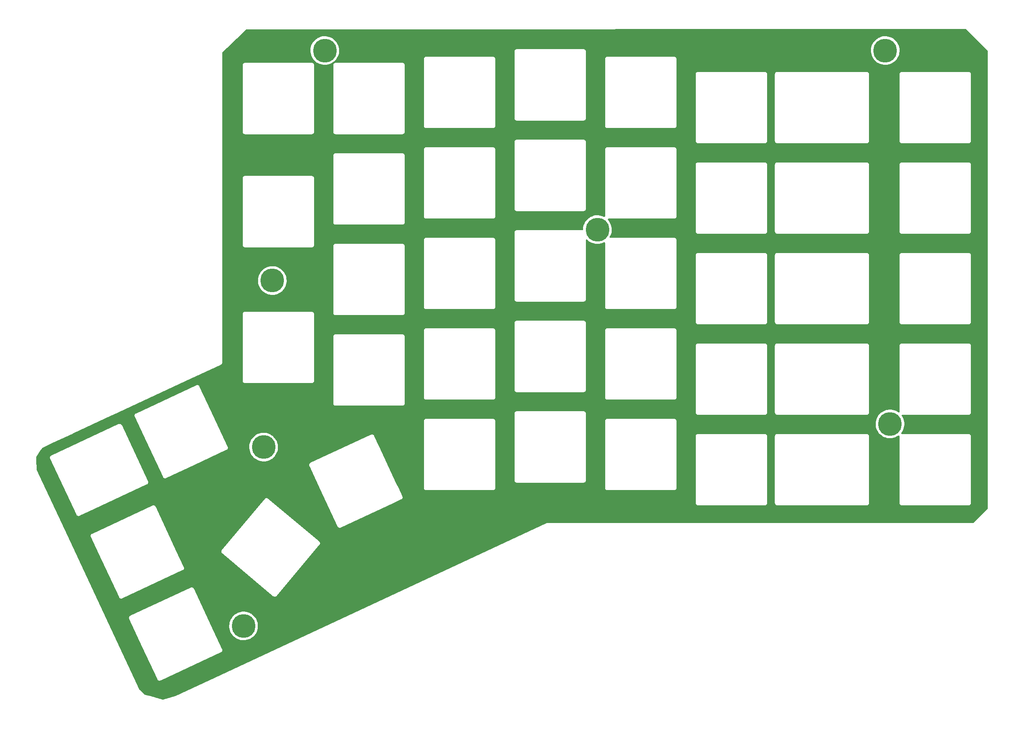
<source format=gbl>
%TF.GenerationSoftware,KiCad,Pcbnew,(6.0.5)*%
%TF.CreationDate,2022-08-07T19:44:15-06:00*%
%TF.ProjectId,top,746f702e-6b69-4636-9164-5f7063625858,rev?*%
%TF.SameCoordinates,Original*%
%TF.FileFunction,Copper,L2,Bot*%
%TF.FilePolarity,Positive*%
%FSLAX46Y46*%
G04 Gerber Fmt 4.6, Leading zero omitted, Abs format (unit mm)*
G04 Created by KiCad (PCBNEW (6.0.5)) date 2022-08-07 19:44:15*
%MOMM*%
%LPD*%
G01*
G04 APERTURE LIST*
%TA.AperFunction,ComponentPad*%
%ADD10C,5.000000*%
%TD*%
G04 APERTURE END LIST*
D10*
%TO.P,,*%
%TO.N,*%
X139471400Y-92684600D03*
%TD*%
%TO.P,,*%
%TO.N,*%
X65074800Y-176098200D03*
%TD*%
%TO.P,,*%
%TO.N,*%
X82150000Y-55000000D03*
%TD*%
%TO.P,,*%
%TO.N,*%
X71110000Y-103420000D03*
%TD*%
%TO.P,,*%
%TO.N,*%
X200990000Y-133590000D03*
%TD*%
%TO.P,,*%
%TO.N,*%
X200000000Y-55000000D03*
%TD*%
%TO.P,,*%
%TO.N,*%
X69290000Y-138460000D03*
%TD*%
%TA.AperFunction,NonConductor*%
G36*
X217022644Y-50528797D02*
G01*
X217053927Y-50552782D01*
X221493882Y-54986482D01*
X221533114Y-55054324D01*
X221538300Y-55093612D01*
X221538300Y-143343671D01*
X221538289Y-143343972D01*
X221538221Y-143344413D01*
X221538300Y-143383517D01*
X221538300Y-143419513D01*
X221538363Y-143419953D01*
X221538374Y-143420249D01*
X221551000Y-149669916D01*
X221551000Y-151396161D01*
X221530716Y-151471861D01*
X221506656Y-151503217D01*
X218654717Y-154355156D01*
X218586846Y-154394341D01*
X218547661Y-154399500D01*
X129168143Y-154399500D01*
X129167737Y-154399499D01*
X129080939Y-154399266D01*
X129070581Y-154402265D01*
X129070579Y-154402265D01*
X129064427Y-154404046D01*
X129055288Y-154406692D01*
X129034650Y-154411134D01*
X129008213Y-154414920D01*
X128976367Y-154429400D01*
X128975249Y-154429863D01*
X128973435Y-154430388D01*
X128944112Y-154444059D01*
X128942939Y-154444599D01*
X128875618Y-154475208D01*
X128873952Y-154476643D01*
X128872446Y-154477471D01*
X57898707Y-187567031D01*
X50817143Y-190868616D01*
X50794390Y-190877078D01*
X48118390Y-191634259D01*
X48035030Y-191633995D01*
X45423156Y-190877078D01*
X44323996Y-190558543D01*
X44262650Y-190523635D01*
X43205641Y-189533784D01*
X43171914Y-189487258D01*
X36144187Y-174415966D01*
X40983792Y-174415966D01*
X40985358Y-174426634D01*
X40985358Y-174426640D01*
X40987247Y-174439508D01*
X40988851Y-174461889D01*
X40988789Y-174485670D01*
X40991789Y-174496030D01*
X40996532Y-174512410D01*
X41000902Y-174532535D01*
X41004945Y-174560080D01*
X41019368Y-174591511D01*
X41019597Y-174592060D01*
X41019919Y-174593172D01*
X41021242Y-174596010D01*
X41021249Y-174596026D01*
X41033045Y-174621322D01*
X41033337Y-174621952D01*
X41065694Y-174692464D01*
X41066646Y-174693562D01*
X41067193Y-174694552D01*
X43787042Y-180527287D01*
X46949655Y-187309533D01*
X46950044Y-187310373D01*
X46982349Y-187380773D01*
X46989419Y-187388920D01*
X47000594Y-187401798D01*
X47013000Y-187418232D01*
X47028227Y-187441545D01*
X47036421Y-187448556D01*
X47036423Y-187448558D01*
X47046309Y-187457017D01*
X47062225Y-187472822D01*
X47070745Y-187482640D01*
X47070749Y-187482643D01*
X47077814Y-187490785D01*
X47101230Y-187505846D01*
X47117733Y-187518125D01*
X47138903Y-187536238D01*
X47148735Y-187540667D01*
X47148738Y-187540669D01*
X47160600Y-187546013D01*
X47180314Y-187556717D01*
X47191243Y-187563747D01*
X47191249Y-187563750D01*
X47200318Y-187569583D01*
X47227021Y-187577467D01*
X47246322Y-187584626D01*
X47271708Y-187596062D01*
X47282388Y-187597554D01*
X47282389Y-187597554D01*
X47290930Y-187598747D01*
X47295273Y-187599353D01*
X47317203Y-187604095D01*
X47329672Y-187607777D01*
X47329674Y-187607777D01*
X47340013Y-187610830D01*
X47364610Y-187610894D01*
X47367840Y-187610903D01*
X47388383Y-187612357D01*
X47415966Y-187616209D01*
X47426634Y-187614643D01*
X47426642Y-187614643D01*
X47439517Y-187612753D01*
X47461897Y-187611149D01*
X47474882Y-187611183D01*
X47474884Y-187611183D01*
X47485670Y-187611211D01*
X47496025Y-187608212D01*
X47496028Y-187608212D01*
X47512406Y-187603469D01*
X47532529Y-187599100D01*
X47549411Y-187596622D01*
X47560080Y-187595056D01*
X47591527Y-187580625D01*
X47592061Y-187580402D01*
X47593172Y-187580081D01*
X47598786Y-187577463D01*
X47621158Y-187567031D01*
X47622000Y-187566641D01*
X47666952Y-187546013D01*
X47692464Y-187534306D01*
X47693558Y-187533356D01*
X47694559Y-187532804D01*
X60309473Y-181650373D01*
X60310312Y-181649985D01*
X60319530Y-181645755D01*
X60380773Y-181617651D01*
X60388919Y-181610582D01*
X60388924Y-181610579D01*
X60401798Y-181599407D01*
X60418238Y-181586996D01*
X60432511Y-181577674D01*
X60432514Y-181577671D01*
X60441545Y-181571773D01*
X60457015Y-181553692D01*
X60472826Y-181537771D01*
X60482641Y-181529254D01*
X60490786Y-181522186D01*
X60505848Y-181498770D01*
X60518140Y-181482250D01*
X60529228Y-181469290D01*
X60536238Y-181461097D01*
X60540667Y-181451266D01*
X60546010Y-181439405D01*
X60556716Y-181419688D01*
X60563746Y-181408759D01*
X60563748Y-181408754D01*
X60569583Y-181399683D01*
X60577468Y-181372976D01*
X60584623Y-181353685D01*
X60596062Y-181328292D01*
X60599352Y-181304731D01*
X60604095Y-181282797D01*
X60607775Y-181270334D01*
X60610830Y-181259988D01*
X60610903Y-181232160D01*
X60612357Y-181211617D01*
X60614717Y-181194716D01*
X60616209Y-181184034D01*
X60614643Y-181173366D01*
X60614643Y-181173358D01*
X60612753Y-181160483D01*
X60611149Y-181138103D01*
X60611183Y-181125118D01*
X60611183Y-181125116D01*
X60611211Y-181114330D01*
X60603469Y-181087594D01*
X60599100Y-181067471D01*
X60596622Y-181050589D01*
X60595056Y-181039920D01*
X60590560Y-181030122D01*
X60590558Y-181030116D01*
X60580628Y-181008479D01*
X60580401Y-181007934D01*
X60580081Y-181006828D01*
X60578769Y-181004014D01*
X60578763Y-181004000D01*
X60567017Y-180978810D01*
X60566630Y-180977974D01*
X60536011Y-180911252D01*
X60534306Y-180907536D01*
X60533355Y-180906440D01*
X60532803Y-180905440D01*
X58247010Y-176003541D01*
X62062688Y-176003541D01*
X62071770Y-176350371D01*
X62120656Y-176693860D01*
X62208697Y-177029453D01*
X62334727Y-177352703D01*
X62497075Y-177659326D01*
X62693590Y-177945256D01*
X62921666Y-178206705D01*
X63178281Y-178440206D01*
X63460033Y-178642666D01*
X63463837Y-178644783D01*
X63463846Y-178644789D01*
X63712767Y-178783336D01*
X63763188Y-178811400D01*
X64083728Y-178944172D01*
X64417404Y-179039222D01*
X64421699Y-179039925D01*
X64421702Y-179039926D01*
X64573821Y-179064836D01*
X64759793Y-179095290D01*
X64764150Y-179095495D01*
X64764155Y-179095496D01*
X64948130Y-179104172D01*
X65106358Y-179111634D01*
X65110714Y-179111337D01*
X65110720Y-179111337D01*
X65448147Y-179088333D01*
X65448146Y-179088333D01*
X65452504Y-179088036D01*
X65793644Y-179024809D01*
X66125256Y-178922792D01*
X66129252Y-178921038D01*
X66129257Y-178921036D01*
X66438947Y-178785091D01*
X66442945Y-178783336D01*
X66742500Y-178608291D01*
X66745990Y-178605671D01*
X67016458Y-178402598D01*
X67016462Y-178402595D01*
X67019951Y-178399975D01*
X67271619Y-178161150D01*
X67449389Y-177948541D01*
X67491375Y-177898326D01*
X67491377Y-177898324D01*
X67494170Y-177894983D01*
X67684653Y-177604999D01*
X67840544Y-177295044D01*
X67959777Y-176969226D01*
X68040771Y-176631862D01*
X68082452Y-176287425D01*
X68088399Y-176098200D01*
X68068427Y-175751826D01*
X68008776Y-175410042D01*
X67910237Y-175077380D01*
X67774116Y-174758248D01*
X67602217Y-174456876D01*
X67551908Y-174388388D01*
X67399406Y-174180783D01*
X67399405Y-174180782D01*
X67396818Y-174177260D01*
X67160642Y-173923104D01*
X66896819Y-173697778D01*
X66608847Y-173504269D01*
X66522468Y-173459685D01*
X66304406Y-173347135D01*
X66300541Y-173345140D01*
X66296475Y-173343604D01*
X66296467Y-173343600D01*
X65980076Y-173224046D01*
X65980071Y-173224044D01*
X65975989Y-173222502D01*
X65639492Y-173137980D01*
X65635185Y-173137413D01*
X65635180Y-173137412D01*
X65299836Y-173093263D01*
X65299829Y-173093262D01*
X65295511Y-173092694D01*
X65291151Y-173092626D01*
X65291144Y-173092625D01*
X65131615Y-173090119D01*
X64948604Y-173087244D01*
X64775987Y-173104473D01*
X64607713Y-173121269D01*
X64607706Y-173121270D01*
X64603369Y-173121703D01*
X64264383Y-173195614D01*
X64260263Y-173197025D01*
X64260258Y-173197026D01*
X63940266Y-173306584D01*
X63936139Y-173307997D01*
X63932209Y-173309872D01*
X63932203Y-173309874D01*
X63731362Y-173405671D01*
X63622988Y-173457363D01*
X63329079Y-173641732D01*
X63325669Y-173644464D01*
X63061716Y-173855929D01*
X63061711Y-173855933D01*
X63058309Y-173858659D01*
X62814266Y-174105271D01*
X62600186Y-174378298D01*
X62597910Y-174382011D01*
X62597910Y-174382012D01*
X62482784Y-174569881D01*
X62418905Y-174674121D01*
X62272827Y-174988820D01*
X62163887Y-175318223D01*
X62093530Y-175657964D01*
X62062688Y-176003541D01*
X58247010Y-176003541D01*
X54650402Y-168290590D01*
X54650014Y-168289751D01*
X54622151Y-168229033D01*
X54622151Y-168229032D01*
X54617651Y-168219227D01*
X54599406Y-168198202D01*
X54586995Y-168181762D01*
X54577672Y-168167487D01*
X54577669Y-168167484D01*
X54571773Y-168158456D01*
X54553697Y-168142990D01*
X54537780Y-168127184D01*
X54522186Y-168109214D01*
X54498767Y-168094150D01*
X54482251Y-168081861D01*
X54469293Y-168070774D01*
X54469287Y-168070770D01*
X54461097Y-168063763D01*
X54439405Y-168053992D01*
X54419693Y-168043288D01*
X54399683Y-168030417D01*
X54372976Y-168022531D01*
X54353678Y-168015373D01*
X54344185Y-168011097D01*
X54328292Y-168003938D01*
X54317609Y-168002446D01*
X54304734Y-168000648D01*
X54282803Y-167995906D01*
X54270332Y-167992224D01*
X54270331Y-167992224D01*
X54259988Y-167989170D01*
X54235224Y-167989105D01*
X54232154Y-167989097D01*
X54211612Y-167987643D01*
X54201354Y-167986211D01*
X54184034Y-167983792D01*
X54173366Y-167985358D01*
X54173360Y-167985358D01*
X54160492Y-167987247D01*
X54138111Y-167988851D01*
X54125118Y-167988817D01*
X54125116Y-167988817D01*
X54114330Y-167988789D01*
X54103970Y-167991789D01*
X54087590Y-167996532D01*
X54067465Y-168000902D01*
X54039920Y-168004945D01*
X54008474Y-168019375D01*
X54007944Y-168019595D01*
X54006828Y-168019919D01*
X53978657Y-168033055D01*
X53977920Y-168033396D01*
X53911255Y-168063987D01*
X53911251Y-168063989D01*
X53907536Y-168065694D01*
X53906442Y-168066644D01*
X53905441Y-168067196D01*
X41290590Y-173949598D01*
X41289750Y-173949987D01*
X41219227Y-173982349D01*
X41211080Y-173989419D01*
X41198201Y-174000595D01*
X41181761Y-174013006D01*
X41158456Y-174028227D01*
X41151447Y-174036419D01*
X41151446Y-174036420D01*
X41142987Y-174046307D01*
X41127175Y-174062229D01*
X41117365Y-174070741D01*
X41117363Y-174070744D01*
X41109215Y-174077814D01*
X41103378Y-174086889D01*
X41103376Y-174086891D01*
X41094157Y-174101224D01*
X41081863Y-174117749D01*
X41063763Y-174138903D01*
X41059334Y-174148735D01*
X41053993Y-174160592D01*
X41043288Y-174180308D01*
X41030417Y-174200318D01*
X41027364Y-174210659D01*
X41022533Y-174227020D01*
X41015373Y-174246325D01*
X41003938Y-174271708D01*
X41002446Y-174282394D01*
X41000649Y-174295261D01*
X40995906Y-174317200D01*
X40989170Y-174340013D01*
X40989142Y-174350804D01*
X40989097Y-174367846D01*
X40987643Y-174388388D01*
X40983792Y-174415966D01*
X36144187Y-174415966D01*
X28092641Y-157149046D01*
X32931992Y-157149046D01*
X32933558Y-157159714D01*
X32933558Y-157159720D01*
X32935447Y-157172588D01*
X32937051Y-157194969D01*
X32936989Y-157218750D01*
X32939989Y-157229110D01*
X32944732Y-157245490D01*
X32949102Y-157265615D01*
X32953145Y-157293160D01*
X32967568Y-157324591D01*
X32967797Y-157325140D01*
X32968119Y-157326252D01*
X32969442Y-157329090D01*
X32969449Y-157329106D01*
X32981245Y-157354402D01*
X32981537Y-157355032D01*
X33013894Y-157425544D01*
X33014846Y-157426642D01*
X33015393Y-157427632D01*
X34615870Y-160859865D01*
X38897855Y-170042613D01*
X38898244Y-170043453D01*
X38930549Y-170113853D01*
X38937619Y-170122000D01*
X38948794Y-170134878D01*
X38961200Y-170151312D01*
X38976427Y-170174625D01*
X38984621Y-170181636D01*
X38984623Y-170181638D01*
X38994509Y-170190097D01*
X39010425Y-170205902D01*
X39018945Y-170215720D01*
X39018949Y-170215723D01*
X39026014Y-170223865D01*
X39049430Y-170238926D01*
X39065933Y-170251205D01*
X39087103Y-170269318D01*
X39096935Y-170273747D01*
X39096938Y-170273749D01*
X39108800Y-170279093D01*
X39128514Y-170289797D01*
X39139443Y-170296827D01*
X39139449Y-170296830D01*
X39148518Y-170302663D01*
X39175221Y-170310547D01*
X39194522Y-170317706D01*
X39219908Y-170329142D01*
X39230588Y-170330634D01*
X39230589Y-170330634D01*
X39239130Y-170331827D01*
X39243473Y-170332433D01*
X39265403Y-170337175D01*
X39277872Y-170340857D01*
X39277874Y-170340857D01*
X39288213Y-170343910D01*
X39312810Y-170343974D01*
X39316040Y-170343983D01*
X39336583Y-170345437D01*
X39364166Y-170349289D01*
X39374834Y-170347723D01*
X39374842Y-170347723D01*
X39387717Y-170345833D01*
X39410097Y-170344229D01*
X39423082Y-170344263D01*
X39423084Y-170344263D01*
X39433870Y-170344291D01*
X39444225Y-170341292D01*
X39444228Y-170341292D01*
X39460606Y-170336549D01*
X39480729Y-170332180D01*
X39497611Y-170329702D01*
X39508280Y-170328136D01*
X39539727Y-170313705D01*
X39540261Y-170313482D01*
X39541372Y-170313161D01*
X39546986Y-170310543D01*
X39569358Y-170300111D01*
X39570200Y-170299721D01*
X39615152Y-170279093D01*
X39640664Y-170267386D01*
X39641758Y-170266436D01*
X39642759Y-170265884D01*
X52257673Y-164383453D01*
X52258512Y-164383065D01*
X52267730Y-164378835D01*
X52328973Y-164350731D01*
X52337119Y-164343662D01*
X52337124Y-164343659D01*
X52349998Y-164332487D01*
X52366438Y-164320076D01*
X52380711Y-164310754D01*
X52380714Y-164310751D01*
X52389745Y-164304853D01*
X52405215Y-164286772D01*
X52421026Y-164270851D01*
X52430841Y-164262334D01*
X52438986Y-164255266D01*
X52454048Y-164231850D01*
X52466340Y-164215330D01*
X52477428Y-164202370D01*
X52484438Y-164194177D01*
X52488867Y-164184346D01*
X52494210Y-164172485D01*
X52504916Y-164152768D01*
X52511946Y-164141839D01*
X52511948Y-164141834D01*
X52517783Y-164132763D01*
X52525668Y-164106056D01*
X52532823Y-164086765D01*
X52544262Y-164061372D01*
X52547552Y-164037811D01*
X52552295Y-164015877D01*
X52555975Y-164003414D01*
X52559030Y-163993068D01*
X52559103Y-163965240D01*
X52560557Y-163944697D01*
X52562917Y-163927796D01*
X52564409Y-163917114D01*
X52562843Y-163906446D01*
X52562843Y-163906438D01*
X52560953Y-163893563D01*
X52559349Y-163871183D01*
X52559383Y-163858198D01*
X52559383Y-163858196D01*
X52559411Y-163847410D01*
X52551669Y-163820674D01*
X52547300Y-163800551D01*
X52544822Y-163783669D01*
X52543256Y-163773000D01*
X52538760Y-163763202D01*
X52538758Y-163763196D01*
X52528828Y-163741559D01*
X52528601Y-163741014D01*
X52528281Y-163739908D01*
X52526969Y-163737094D01*
X52526963Y-163737080D01*
X52515217Y-163711890D01*
X52514830Y-163711054D01*
X52484211Y-163644332D01*
X52482506Y-163640616D01*
X52481555Y-163639520D01*
X52481003Y-163638520D01*
X50985491Y-160431385D01*
X60404460Y-160431385D01*
X60406064Y-160442052D01*
X60408598Y-160458908D01*
X60410268Y-160479439D01*
X60410632Y-160507277D01*
X60413794Y-160517587D01*
X60417608Y-160530024D01*
X60422578Y-160551899D01*
X60426115Y-160575423D01*
X60430647Y-160585208D01*
X60430647Y-160585209D01*
X60437813Y-160600683D01*
X60445176Y-160619915D01*
X60450177Y-160636220D01*
X60453340Y-160646533D01*
X60459268Y-160655540D01*
X60466419Y-160666406D01*
X60477330Y-160686010D01*
X60482793Y-160697806D01*
X60482796Y-160697811D01*
X60487327Y-160707594D01*
X60494423Y-160715714D01*
X60505647Y-160728558D01*
X60518109Y-160744946D01*
X60533416Y-160768205D01*
X60559783Y-160790605D01*
X60560207Y-160790992D01*
X60560972Y-160791868D01*
X60563371Y-160793881D01*
X60584732Y-160811805D01*
X60585439Y-160812402D01*
X60644422Y-160862512D01*
X60645745Y-160863103D01*
X60646664Y-160863773D01*
X71309281Y-169810769D01*
X71309988Y-169811366D01*
X71360824Y-169854555D01*
X71360826Y-169854556D01*
X71369044Y-169861538D01*
X71378892Y-169865933D01*
X71394475Y-169872888D01*
X71412661Y-169882538D01*
X71427144Y-169891535D01*
X71427147Y-169891536D01*
X71436306Y-169897226D01*
X71446692Y-169900116D01*
X71446694Y-169900117D01*
X71459222Y-169903603D01*
X71480332Y-169911203D01*
X71502057Y-169920898D01*
X71512742Y-169922352D01*
X71512745Y-169922353D01*
X71525471Y-169924085D01*
X71529643Y-169924652D01*
X71549797Y-169928807D01*
X71576632Y-169936274D01*
X71600420Y-169935962D01*
X71622809Y-169937331D01*
X71646385Y-169940540D01*
X71657048Y-169938937D01*
X71657049Y-169938937D01*
X71673920Y-169936401D01*
X71694441Y-169934732D01*
X71701514Y-169934639D01*
X71722276Y-169934367D01*
X71732583Y-169931206D01*
X71732589Y-169931205D01*
X71745014Y-169927394D01*
X71766901Y-169922421D01*
X71767353Y-169922353D01*
X71790423Y-169918885D01*
X71800209Y-169914353D01*
X71800212Y-169914352D01*
X71815683Y-169907187D01*
X71834912Y-169899825D01*
X71851219Y-169894824D01*
X71851224Y-169894821D01*
X71861533Y-169891660D01*
X71881407Y-169878581D01*
X71901010Y-169867670D01*
X71912806Y-169862207D01*
X71912811Y-169862204D01*
X71922594Y-169857673D01*
X71943559Y-169839352D01*
X71959946Y-169826891D01*
X71983205Y-169811584D01*
X72005605Y-169785217D01*
X72005992Y-169784793D01*
X72006868Y-169784028D01*
X72026805Y-169760268D01*
X72027402Y-169759561D01*
X72074865Y-169703694D01*
X72074867Y-169703692D01*
X72077512Y-169700578D01*
X72078103Y-169699255D01*
X72078773Y-169698336D01*
X81025769Y-159035719D01*
X81026366Y-159035012D01*
X81069553Y-158984178D01*
X81069553Y-158984177D01*
X81076538Y-158975956D01*
X81087884Y-158950532D01*
X81097537Y-158932338D01*
X81106535Y-158917854D01*
X81112226Y-158908694D01*
X81118605Y-158885771D01*
X81126203Y-158864666D01*
X81131504Y-158852787D01*
X81135898Y-158842942D01*
X81139652Y-158815359D01*
X81143810Y-158795192D01*
X81148384Y-158778755D01*
X81148384Y-158778754D01*
X81151274Y-158768368D01*
X81150962Y-158744580D01*
X81152331Y-158722191D01*
X81155540Y-158698615D01*
X81151401Y-158671080D01*
X81149732Y-158650559D01*
X81149508Y-158633508D01*
X81149367Y-158622724D01*
X81146206Y-158612417D01*
X81146205Y-158612411D01*
X81142394Y-158599986D01*
X81137421Y-158578099D01*
X81135488Y-158565242D01*
X81133885Y-158554577D01*
X81122187Y-158529317D01*
X81114825Y-158510088D01*
X81109824Y-158493781D01*
X81109821Y-158493776D01*
X81106660Y-158483467D01*
X81093580Y-158463592D01*
X81082668Y-158443987D01*
X81077206Y-158432192D01*
X81077204Y-158432190D01*
X81072673Y-158422405D01*
X81054348Y-158401435D01*
X81041889Y-158385050D01*
X81032513Y-158370804D01*
X81026584Y-158361795D01*
X81018364Y-158354811D01*
X81000233Y-158339407D01*
X80999787Y-158339000D01*
X80999027Y-158338131D01*
X80996638Y-158336127D01*
X80996619Y-158336109D01*
X80975267Y-158318192D01*
X80974563Y-158317598D01*
X80918694Y-158270135D01*
X80918692Y-158270134D01*
X80915578Y-158267488D01*
X80914255Y-158266898D01*
X80913332Y-158266225D01*
X70250720Y-149319230D01*
X70250014Y-149318634D01*
X70199175Y-149275444D01*
X70199173Y-149275442D01*
X70190956Y-149268462D01*
X70181112Y-149264069D01*
X70181109Y-149264067D01*
X70165535Y-149257117D01*
X70147342Y-149247464D01*
X70132858Y-149238466D01*
X70123694Y-149232773D01*
X70113302Y-149229881D01*
X70113299Y-149229880D01*
X70100768Y-149226393D01*
X70079658Y-149218793D01*
X70067794Y-149213498D01*
X70067790Y-149213497D01*
X70057942Y-149209102D01*
X70047256Y-149207648D01*
X70047253Y-149207647D01*
X70034261Y-149205879D01*
X70030361Y-149205349D01*
X70010195Y-149201191D01*
X69983368Y-149193726D01*
X69959580Y-149194038D01*
X69937179Y-149192667D01*
X69924304Y-149190914D01*
X69924298Y-149190914D01*
X69913615Y-149189460D01*
X69894807Y-149192288D01*
X69886092Y-149193598D01*
X69865561Y-149195268D01*
X69837723Y-149195632D01*
X69820268Y-149200985D01*
X69814976Y-149202608D01*
X69793101Y-149207578D01*
X69780244Y-149209511D01*
X69780243Y-149209511D01*
X69769577Y-149211115D01*
X69744308Y-149222817D01*
X69725089Y-149230175D01*
X69708782Y-149235176D01*
X69708779Y-149235177D01*
X69698467Y-149238340D01*
X69678592Y-149251420D01*
X69658987Y-149262332D01*
X69647192Y-149267794D01*
X69647190Y-149267796D01*
X69637405Y-149272327D01*
X69616435Y-149290652D01*
X69600050Y-149303111D01*
X69576795Y-149318416D01*
X69569813Y-149326635D01*
X69569811Y-149326636D01*
X69554407Y-149344767D01*
X69554000Y-149345213D01*
X69553131Y-149345973D01*
X69551127Y-149348362D01*
X69551109Y-149348381D01*
X69533192Y-149369733D01*
X69532598Y-149370437D01*
X69489948Y-149420641D01*
X69482488Y-149429422D01*
X69481898Y-149430745D01*
X69481225Y-149431668D01*
X60534230Y-160094280D01*
X60533634Y-160094986D01*
X60490448Y-160145820D01*
X60490446Y-160145824D01*
X60483462Y-160154044D01*
X60479067Y-160163892D01*
X60479066Y-160163894D01*
X60472118Y-160179464D01*
X60462463Y-160197659D01*
X60453465Y-160212142D01*
X60453462Y-160212148D01*
X60447773Y-160221306D01*
X60444883Y-160231692D01*
X60444882Y-160231694D01*
X60441394Y-160244229D01*
X60433797Y-160265333D01*
X60424102Y-160287057D01*
X60422647Y-160297748D01*
X60420348Y-160314639D01*
X60416192Y-160334801D01*
X60408726Y-160361632D01*
X60408867Y-160372412D01*
X60408867Y-160372414D01*
X60409038Y-160385414D01*
X60407667Y-160407821D01*
X60405914Y-160420696D01*
X60405914Y-160420702D01*
X60404460Y-160431385D01*
X50985491Y-160431385D01*
X46598602Y-151023670D01*
X46598214Y-151022831D01*
X46570351Y-150962113D01*
X46570351Y-150962112D01*
X46565851Y-150952307D01*
X46547606Y-150931282D01*
X46535195Y-150914842D01*
X46525872Y-150900567D01*
X46525869Y-150900564D01*
X46519973Y-150891536D01*
X46501897Y-150876070D01*
X46485980Y-150860264D01*
X46470386Y-150842294D01*
X46446967Y-150827230D01*
X46430451Y-150814941D01*
X46417493Y-150803854D01*
X46417487Y-150803850D01*
X46409297Y-150796843D01*
X46387605Y-150787072D01*
X46367893Y-150776368D01*
X46347883Y-150763497D01*
X46321176Y-150755611D01*
X46301878Y-150748453D01*
X46292385Y-150744177D01*
X46276492Y-150737018D01*
X46265809Y-150735526D01*
X46252934Y-150733728D01*
X46231003Y-150728986D01*
X46218532Y-150725304D01*
X46218531Y-150725304D01*
X46208188Y-150722250D01*
X46183424Y-150722185D01*
X46180354Y-150722177D01*
X46159812Y-150720723D01*
X46148525Y-150719147D01*
X46132234Y-150716872D01*
X46121566Y-150718438D01*
X46121560Y-150718438D01*
X46108692Y-150720327D01*
X46086311Y-150721931D01*
X46073318Y-150721897D01*
X46073316Y-150721897D01*
X46062530Y-150721869D01*
X46052170Y-150724869D01*
X46035790Y-150729612D01*
X46015665Y-150733982D01*
X45988120Y-150738025D01*
X45956674Y-150752455D01*
X45956144Y-150752675D01*
X45955028Y-150752999D01*
X45926857Y-150766135D01*
X45926120Y-150766476D01*
X45859455Y-150797067D01*
X45859451Y-150797069D01*
X45855736Y-150798774D01*
X45854642Y-150799724D01*
X45853641Y-150800276D01*
X33238790Y-156682678D01*
X33237950Y-156683067D01*
X33167427Y-156715429D01*
X33159280Y-156722499D01*
X33146401Y-156733675D01*
X33129961Y-156746086D01*
X33106656Y-156761307D01*
X33099647Y-156769499D01*
X33099646Y-156769500D01*
X33091187Y-156779387D01*
X33075375Y-156795309D01*
X33065565Y-156803821D01*
X33065563Y-156803824D01*
X33057415Y-156810894D01*
X33051578Y-156819969D01*
X33051576Y-156819971D01*
X33042357Y-156834304D01*
X33030063Y-156850829D01*
X33011963Y-156871983D01*
X33007534Y-156881815D01*
X33002193Y-156893672D01*
X32991488Y-156913388D01*
X32978617Y-156933398D01*
X32975564Y-156943739D01*
X32970733Y-156960100D01*
X32963573Y-156979405D01*
X32952138Y-157004788D01*
X32950646Y-157015474D01*
X32948849Y-157028341D01*
X32944106Y-157050280D01*
X32937370Y-157073093D01*
X32937342Y-157083884D01*
X32937297Y-157100926D01*
X32935843Y-157121468D01*
X32931992Y-157149046D01*
X28092641Y-157149046D01*
X21598503Y-143222060D01*
X21584413Y-143163439D01*
X21513804Y-141171079D01*
X21496255Y-140675915D01*
X24368995Y-140675915D01*
X24370561Y-140686583D01*
X24370561Y-140686589D01*
X24372450Y-140699457D01*
X24374054Y-140721838D01*
X24373992Y-140745619D01*
X24376992Y-140755979D01*
X24381735Y-140772359D01*
X24386105Y-140792484D01*
X24390148Y-140820029D01*
X24404578Y-140851475D01*
X24404798Y-140852005D01*
X24405122Y-140853121D01*
X24406446Y-140855960D01*
X24418209Y-140881185D01*
X24418591Y-140882011D01*
X24450897Y-140952413D01*
X24451847Y-140953507D01*
X24452399Y-140954508D01*
X29912240Y-152663174D01*
X29912629Y-152664014D01*
X29944934Y-152734414D01*
X29952003Y-152742560D01*
X29952006Y-152742565D01*
X29963178Y-152755439D01*
X29975589Y-152771879D01*
X29984911Y-152786152D01*
X29984914Y-152786155D01*
X29990812Y-152795186D01*
X29999008Y-152802198D01*
X30008892Y-152810655D01*
X30024813Y-152826466D01*
X30040399Y-152844427D01*
X30060063Y-152857075D01*
X30063809Y-152859485D01*
X30080330Y-152871777D01*
X30093290Y-152882865D01*
X30093294Y-152882867D01*
X30101489Y-152889879D01*
X30111321Y-152894308D01*
X30111324Y-152894310D01*
X30123181Y-152899651D01*
X30142893Y-152910354D01*
X30150337Y-152915141D01*
X30162903Y-152923224D01*
X30173247Y-152926278D01*
X30173253Y-152926281D01*
X30189603Y-152931108D01*
X30208900Y-152938264D01*
X30234293Y-152949703D01*
X30257858Y-152952994D01*
X30279788Y-152957736D01*
X30292257Y-152961418D01*
X30292259Y-152961418D01*
X30302598Y-152964471D01*
X30327195Y-152964535D01*
X30330425Y-152964544D01*
X30350968Y-152965998D01*
X30378551Y-152969850D01*
X30389219Y-152968284D01*
X30389227Y-152968284D01*
X30402102Y-152966394D01*
X30424482Y-152964790D01*
X30437467Y-152964824D01*
X30437469Y-152964824D01*
X30448255Y-152964852D01*
X30458610Y-152961853D01*
X30458613Y-152961853D01*
X30474991Y-152957110D01*
X30495114Y-152952741D01*
X30505654Y-152951194D01*
X30522665Y-152948697D01*
X30532463Y-152944201D01*
X30532469Y-152944199D01*
X30554106Y-152934269D01*
X30554651Y-152934042D01*
X30555757Y-152933722D01*
X30558571Y-152932410D01*
X30558585Y-152932404D01*
X30583775Y-152920658D01*
X30584611Y-152920271D01*
X30641183Y-152894310D01*
X30655049Y-152887947D01*
X30656145Y-152886996D01*
X30657145Y-152886444D01*
X30688599Y-152871777D01*
X32427907Y-152060724D01*
X44722089Y-146327853D01*
X44722927Y-146327465D01*
X44783646Y-146299601D01*
X44793450Y-146295102D01*
X44801596Y-146288033D01*
X44801601Y-146288030D01*
X44814475Y-146276858D01*
X44830915Y-146264447D01*
X44845188Y-146255125D01*
X44845191Y-146255122D01*
X44854222Y-146249224D01*
X44869691Y-146231144D01*
X44885503Y-146215222D01*
X44895318Y-146206705D01*
X44903463Y-146199637D01*
X44909294Y-146190572D01*
X44909300Y-146190565D01*
X44918528Y-146176218D01*
X44930819Y-146159698D01*
X44941900Y-146146746D01*
X44948915Y-146138547D01*
X44958687Y-146116855D01*
X44969389Y-146097144D01*
X44982260Y-146077134D01*
X44990146Y-146050427D01*
X44997304Y-146031129D01*
X45004309Y-146015578D01*
X45004310Y-146015576D01*
X45008739Y-146005743D01*
X45012029Y-145982182D01*
X45016772Y-145960248D01*
X45020452Y-145947785D01*
X45023507Y-145937439D01*
X45023580Y-145909611D01*
X45025034Y-145889068D01*
X45026498Y-145878587D01*
X45028886Y-145861485D01*
X45027320Y-145850817D01*
X45027320Y-145850809D01*
X45025430Y-145837934D01*
X45023826Y-145815554D01*
X45023860Y-145802569D01*
X45023860Y-145802567D01*
X45023888Y-145791781D01*
X45016146Y-145765045D01*
X45011777Y-145744922D01*
X45009299Y-145728040D01*
X45007733Y-145717371D01*
X45003237Y-145707573D01*
X45003235Y-145707567D01*
X44993305Y-145685930D01*
X44993078Y-145685386D01*
X44992758Y-145684279D01*
X44991436Y-145681443D01*
X44979694Y-145656261D01*
X44979307Y-145655425D01*
X44948688Y-145588703D01*
X44946983Y-145584987D01*
X44946032Y-145583891D01*
X44945480Y-145582891D01*
X39485726Y-133874410D01*
X39485338Y-133873572D01*
X39457444Y-133812788D01*
X39452946Y-133802986D01*
X39434701Y-133781961D01*
X39422290Y-133765521D01*
X39412967Y-133751246D01*
X39412964Y-133751243D01*
X39407068Y-133742215D01*
X39388992Y-133726749D01*
X39373075Y-133710943D01*
X39357481Y-133692973D01*
X39334062Y-133677909D01*
X39317546Y-133665620D01*
X39304588Y-133654533D01*
X39304582Y-133654529D01*
X39296392Y-133647522D01*
X39274700Y-133637751D01*
X39254988Y-133627047D01*
X39234978Y-133614176D01*
X39208271Y-133606290D01*
X39188973Y-133599132D01*
X39176183Y-133593371D01*
X39163587Y-133587697D01*
X39152904Y-133586205D01*
X39140029Y-133584407D01*
X39118098Y-133579665D01*
X39105627Y-133575983D01*
X39105626Y-133575983D01*
X39095283Y-133572929D01*
X39070519Y-133572864D01*
X39067449Y-133572856D01*
X39046907Y-133571402D01*
X39036649Y-133569970D01*
X39019329Y-133567551D01*
X39008661Y-133569117D01*
X39008655Y-133569117D01*
X38995787Y-133571006D01*
X38973406Y-133572610D01*
X38960413Y-133572576D01*
X38960411Y-133572576D01*
X38949625Y-133572548D01*
X38939265Y-133575548D01*
X38922885Y-133580291D01*
X38902760Y-133584661D01*
X38875215Y-133588704D01*
X38843769Y-133603134D01*
X38843239Y-133603354D01*
X38842123Y-133603678D01*
X38813952Y-133616814D01*
X38813215Y-133617155D01*
X38746550Y-133647746D01*
X38746546Y-133647748D01*
X38742831Y-133649453D01*
X38741737Y-133650403D01*
X38740736Y-133650955D01*
X24675793Y-140209547D01*
X24674953Y-140209936D01*
X24604430Y-140242298D01*
X24596283Y-140249368D01*
X24583404Y-140260544D01*
X24566964Y-140272955D01*
X24543659Y-140288176D01*
X24536650Y-140296368D01*
X24536649Y-140296369D01*
X24528190Y-140306256D01*
X24512378Y-140322178D01*
X24502568Y-140330690D01*
X24502566Y-140330693D01*
X24494418Y-140337763D01*
X24488581Y-140346838D01*
X24488579Y-140346840D01*
X24479360Y-140361173D01*
X24467066Y-140377698D01*
X24448966Y-140398852D01*
X24444537Y-140408684D01*
X24439196Y-140420541D01*
X24428491Y-140440257D01*
X24415620Y-140460267D01*
X24412567Y-140470608D01*
X24407736Y-140486969D01*
X24400576Y-140506274D01*
X24389141Y-140531657D01*
X24387649Y-140542343D01*
X24385852Y-140555210D01*
X24381109Y-140577149D01*
X24374373Y-140599962D01*
X24374345Y-140610753D01*
X24374300Y-140627795D01*
X24372846Y-140648337D01*
X24368995Y-140675915D01*
X21496255Y-140675915D01*
X21490674Y-140518435D01*
X21508264Y-140442065D01*
X21515764Y-140429457D01*
X21529527Y-140408684D01*
X22486242Y-138964587D01*
X22626975Y-138752160D01*
X22685194Y-138700505D01*
X24837141Y-137618812D01*
X24841272Y-137616814D01*
X29163828Y-135605735D01*
X29163903Y-135605704D01*
X29163983Y-135605680D01*
X29164203Y-135605578D01*
X29164240Y-135605562D01*
X29199513Y-135589133D01*
X29199567Y-135589107D01*
X29232565Y-135573754D01*
X29232808Y-135573641D01*
X29232884Y-135573591D01*
X29232945Y-135573560D01*
X29264580Y-135558826D01*
X37258900Y-131835406D01*
X42147112Y-131835406D01*
X42148678Y-131846074D01*
X42148678Y-131846080D01*
X42150567Y-131858948D01*
X42152171Y-131881329D01*
X42152109Y-131905110D01*
X42155109Y-131915470D01*
X42159852Y-131931850D01*
X42164222Y-131951975D01*
X42168265Y-131979520D01*
X42182688Y-132010951D01*
X42182917Y-132011500D01*
X42183239Y-132012612D01*
X42184562Y-132015450D01*
X42184569Y-132015466D01*
X42196365Y-132040762D01*
X42196657Y-132041392D01*
X42229014Y-132111904D01*
X42229966Y-132113002D01*
X42230513Y-132113992D01*
X44670554Y-137346677D01*
X48112975Y-144728973D01*
X48113364Y-144729813D01*
X48145669Y-144800213D01*
X48152739Y-144808360D01*
X48163914Y-144821238D01*
X48176320Y-144837672D01*
X48191547Y-144860985D01*
X48199741Y-144867996D01*
X48199743Y-144867998D01*
X48209629Y-144876457D01*
X48225545Y-144892262D01*
X48234065Y-144902080D01*
X48234069Y-144902083D01*
X48241134Y-144910225D01*
X48264550Y-144925286D01*
X48281053Y-144937565D01*
X48302223Y-144955678D01*
X48312055Y-144960107D01*
X48312058Y-144960109D01*
X48323920Y-144965453D01*
X48343634Y-144976157D01*
X48354563Y-144983187D01*
X48354569Y-144983190D01*
X48363638Y-144989023D01*
X48390341Y-144996907D01*
X48409642Y-145004066D01*
X48435028Y-145015502D01*
X48445708Y-145016994D01*
X48445709Y-145016994D01*
X48454250Y-145018187D01*
X48458593Y-145018793D01*
X48480523Y-145023535D01*
X48492992Y-145027217D01*
X48492994Y-145027217D01*
X48503333Y-145030270D01*
X48527930Y-145030334D01*
X48531160Y-145030343D01*
X48551703Y-145031797D01*
X48579286Y-145035649D01*
X48589954Y-145034083D01*
X48589962Y-145034083D01*
X48602837Y-145032193D01*
X48625217Y-145030589D01*
X48638202Y-145030623D01*
X48638204Y-145030623D01*
X48648990Y-145030651D01*
X48659345Y-145027652D01*
X48659348Y-145027652D01*
X48675726Y-145022909D01*
X48695849Y-145018540D01*
X48712731Y-145016062D01*
X48723400Y-145014496D01*
X48754847Y-145000065D01*
X48755381Y-144999842D01*
X48756492Y-144999521D01*
X48762106Y-144996903D01*
X48784478Y-144986471D01*
X48785320Y-144986081D01*
X48830272Y-144965453D01*
X48855784Y-144953746D01*
X48856878Y-144952796D01*
X48857879Y-144952244D01*
X54665800Y-142243966D01*
X78874792Y-142243966D01*
X78876358Y-142254634D01*
X78876358Y-142254640D01*
X78878247Y-142267508D01*
X78879851Y-142289889D01*
X78879789Y-142313670D01*
X78882789Y-142324030D01*
X78887532Y-142340410D01*
X78891902Y-142360535D01*
X78895945Y-142388080D01*
X78910368Y-142419511D01*
X78910597Y-142420060D01*
X78910919Y-142421172D01*
X78912242Y-142424010D01*
X78912249Y-142424026D01*
X78924045Y-142449322D01*
X78924337Y-142449952D01*
X78956694Y-142520464D01*
X78957646Y-142521562D01*
X78958193Y-142522552D01*
X81296268Y-147536570D01*
X84840655Y-155137533D01*
X84841044Y-155138373D01*
X84873349Y-155208773D01*
X84891594Y-155229798D01*
X84904000Y-155246232D01*
X84919227Y-155269545D01*
X84927421Y-155276556D01*
X84927423Y-155276558D01*
X84937309Y-155285017D01*
X84953225Y-155300822D01*
X84961745Y-155310640D01*
X84961749Y-155310643D01*
X84968814Y-155318785D01*
X84992230Y-155333846D01*
X85008733Y-155346125D01*
X85029903Y-155364238D01*
X85039735Y-155368667D01*
X85039738Y-155368669D01*
X85051600Y-155374013D01*
X85071314Y-155384717D01*
X85082243Y-155391747D01*
X85082249Y-155391750D01*
X85091318Y-155397583D01*
X85118021Y-155405467D01*
X85137322Y-155412626D01*
X85162708Y-155424062D01*
X85173388Y-155425554D01*
X85173389Y-155425554D01*
X85181930Y-155426747D01*
X85186273Y-155427353D01*
X85208203Y-155432095D01*
X85220672Y-155435777D01*
X85220674Y-155435777D01*
X85231013Y-155438830D01*
X85255610Y-155438894D01*
X85258840Y-155438903D01*
X85279383Y-155440357D01*
X85306966Y-155444209D01*
X85317634Y-155442643D01*
X85317642Y-155442643D01*
X85330517Y-155440753D01*
X85352897Y-155439149D01*
X85365882Y-155439183D01*
X85365884Y-155439183D01*
X85376670Y-155439211D01*
X85387025Y-155436212D01*
X85387028Y-155436212D01*
X85403406Y-155431469D01*
X85423529Y-155427100D01*
X85440411Y-155424622D01*
X85451080Y-155423056D01*
X85482527Y-155408625D01*
X85483061Y-155408402D01*
X85484172Y-155408081D01*
X85492885Y-155404018D01*
X85512158Y-155395031D01*
X85513000Y-155394641D01*
X85557952Y-155374013D01*
X85583464Y-155362306D01*
X85584558Y-155361356D01*
X85585559Y-155360804D01*
X96497717Y-150272381D01*
X160131024Y-150272381D01*
X160133988Y-150282750D01*
X160133988Y-150282753D01*
X160138673Y-150299144D01*
X160142973Y-150319286D01*
X160145390Y-150336167D01*
X160145391Y-150336171D01*
X160146920Y-150346847D01*
X160156770Y-150368511D01*
X160164515Y-150389562D01*
X160171051Y-150412431D01*
X160176806Y-150421552D01*
X160185906Y-150435974D01*
X160195683Y-150454095D01*
X160207208Y-150479442D01*
X160222741Y-150497468D01*
X160236081Y-150515497D01*
X160248776Y-150535618D01*
X160256857Y-150542755D01*
X160256863Y-150542762D01*
X160269643Y-150554049D01*
X160284112Y-150568696D01*
X160295245Y-150581616D01*
X160295250Y-150581621D01*
X160302287Y-150589787D01*
X160322250Y-150602727D01*
X160340120Y-150616291D01*
X160349863Y-150624896D01*
X160349868Y-150624899D01*
X160357951Y-150632038D01*
X160383149Y-150643869D01*
X160401142Y-150653863D01*
X160412265Y-150661072D01*
X160413785Y-150662057D01*
X160424515Y-150669012D01*
X160434849Y-150672102D01*
X160434848Y-150672102D01*
X160447307Y-150675828D01*
X160468274Y-150683834D01*
X160489800Y-150693941D01*
X160500459Y-150695601D01*
X160500460Y-150695601D01*
X160508671Y-150696880D01*
X160517301Y-150698223D01*
X160537387Y-150702768D01*
X160553733Y-150707656D01*
X160564066Y-150710746D01*
X160574848Y-150710812D01*
X160574849Y-150710812D01*
X160583261Y-150710863D01*
X160598659Y-150710957D01*
X160599241Y-150710982D01*
X160600386Y-150711160D01*
X160631386Y-150711160D01*
X160632311Y-150711163D01*
X160709721Y-150711636D01*
X160711116Y-150711237D01*
X160712248Y-150711160D01*
X174631386Y-150711160D01*
X174632311Y-150711163D01*
X174709721Y-150711636D01*
X174720090Y-150708672D01*
X174720093Y-150708672D01*
X174736484Y-150703987D01*
X174756626Y-150699687D01*
X174773507Y-150697270D01*
X174773511Y-150697269D01*
X174784187Y-150695740D01*
X174805851Y-150685890D01*
X174826903Y-150678145D01*
X174826956Y-150678130D01*
X174835010Y-150675828D01*
X174839401Y-150674573D01*
X174839402Y-150674573D01*
X174849771Y-150671609D01*
X174873315Y-150656753D01*
X174891435Y-150646977D01*
X174916782Y-150635452D01*
X174934808Y-150619919D01*
X174952837Y-150606579D01*
X174972958Y-150593884D01*
X174980098Y-150585800D01*
X174980102Y-150585797D01*
X174991389Y-150573017D01*
X175006036Y-150558548D01*
X175018956Y-150547415D01*
X175018961Y-150547410D01*
X175027127Y-150540373D01*
X175040067Y-150520410D01*
X175053631Y-150502540D01*
X175062236Y-150492797D01*
X175062239Y-150492792D01*
X175069378Y-150484709D01*
X175081209Y-150459511D01*
X175091203Y-150441518D01*
X175106352Y-150418145D01*
X175113168Y-150395353D01*
X175121174Y-150374387D01*
X175122852Y-150370813D01*
X175131281Y-150352860D01*
X175135563Y-150325359D01*
X175140108Y-150305273D01*
X175144996Y-150288927D01*
X175144996Y-150288926D01*
X175148086Y-150278594D01*
X175148107Y-150275113D01*
X176800834Y-150275113D01*
X176803799Y-150285481D01*
X176803799Y-150285482D01*
X176808474Y-150301830D01*
X176812779Y-150321989D01*
X176813254Y-150325306D01*
X176816720Y-150349507D01*
X176826590Y-150371214D01*
X176834329Y-150392246D01*
X176837915Y-150404787D01*
X176837916Y-150404790D01*
X176840881Y-150415157D01*
X176855717Y-150438662D01*
X176865501Y-150456794D01*
X176877008Y-150482102D01*
X176892574Y-150500167D01*
X176905898Y-150518172D01*
X176918623Y-150538333D01*
X176926706Y-150545469D01*
X176926708Y-150545472D01*
X176939454Y-150556725D01*
X176953945Y-150571392D01*
X176972087Y-150592447D01*
X176989664Y-150603840D01*
X176992088Y-150605411D01*
X177009940Y-150618958D01*
X177027812Y-150634738D01*
X177052973Y-150646547D01*
X177070978Y-150656546D01*
X177094315Y-150671672D01*
X177111896Y-150676930D01*
X177117154Y-150678502D01*
X177138102Y-150686499D01*
X177159670Y-150696622D01*
X177170324Y-150698279D01*
X177170329Y-150698281D01*
X177187137Y-150700896D01*
X177207233Y-150705441D01*
X177233866Y-150713406D01*
X177244653Y-150713472D01*
X177244654Y-150713472D01*
X177259584Y-150713563D01*
X177268464Y-150713617D01*
X177269083Y-150713643D01*
X177270258Y-150713826D01*
X177273471Y-150713826D01*
X177298046Y-150713822D01*
X177301444Y-150713822D01*
X177302350Y-150713825D01*
X177310962Y-150713878D01*
X177375354Y-150714271D01*
X177375360Y-150714271D01*
X177379521Y-150714296D01*
X177380944Y-150713889D01*
X177382102Y-150713810D01*
X189784343Y-150712051D01*
X196062909Y-150711161D01*
X196063816Y-150711164D01*
X196141021Y-150711636D01*
X196151392Y-150708672D01*
X196151399Y-150708671D01*
X196167835Y-150703974D01*
X196187949Y-150699679D01*
X196204878Y-150697252D01*
X196204885Y-150697250D01*
X196215557Y-150695720D01*
X196237180Y-150685885D01*
X196258245Y-150678133D01*
X196281071Y-150671609D01*
X196290188Y-150665857D01*
X196290194Y-150665854D01*
X196304656Y-150656729D01*
X196322754Y-150646962D01*
X196338322Y-150639880D01*
X196348143Y-150635413D01*
X196366129Y-150619911D01*
X196384177Y-150606554D01*
X196395137Y-150599639D01*
X196395138Y-150599638D01*
X196404258Y-150593884D01*
X196411396Y-150585802D01*
X196411398Y-150585800D01*
X196422717Y-150572983D01*
X196437354Y-150558522D01*
X196446137Y-150550952D01*
X196458475Y-150540318D01*
X196471382Y-150520398D01*
X196484965Y-150502501D01*
X196493536Y-150492797D01*
X196493540Y-150492791D01*
X196500678Y-150484709D01*
X196511203Y-150462293D01*
X196512527Y-150459472D01*
X196522517Y-150441483D01*
X196531817Y-150427131D01*
X196531818Y-150427129D01*
X196537682Y-150418079D01*
X196544482Y-150395330D01*
X196552493Y-150374347D01*
X196557997Y-150362624D01*
X196557997Y-150362623D01*
X196562581Y-150352860D01*
X196566872Y-150325303D01*
X196571411Y-150305237D01*
X196579397Y-150278522D01*
X196579603Y-150243940D01*
X196579626Y-150243390D01*
X196579800Y-150242274D01*
X196579800Y-150211274D01*
X196579803Y-150210471D01*
X196580242Y-150136873D01*
X196580266Y-150132867D01*
X196579876Y-150131501D01*
X196579800Y-150130393D01*
X196579800Y-136211374D01*
X196579803Y-136210471D01*
X196580202Y-136143653D01*
X196580202Y-136143651D01*
X196580266Y-136132867D01*
X196576179Y-136118573D01*
X196572626Y-136106150D01*
X196568321Y-136085991D01*
X196565909Y-136069152D01*
X196564380Y-136058473D01*
X196554510Y-136036766D01*
X196546771Y-136015734D01*
X196543185Y-136003193D01*
X196543184Y-136003190D01*
X196540219Y-135992823D01*
X196525383Y-135969318D01*
X196515596Y-135951181D01*
X196514380Y-135948506D01*
X196504092Y-135925878D01*
X196488526Y-135907813D01*
X196475202Y-135889808D01*
X196462477Y-135869647D01*
X196454394Y-135862511D01*
X196454392Y-135862508D01*
X196441646Y-135851255D01*
X196427155Y-135836588D01*
X196416054Y-135823704D01*
X196416052Y-135823702D01*
X196409013Y-135815533D01*
X196389011Y-135802568D01*
X196371160Y-135789022D01*
X196353288Y-135773242D01*
X196328127Y-135761433D01*
X196310122Y-135751434D01*
X196286785Y-135736308D01*
X196263947Y-135729478D01*
X196242999Y-135721481D01*
X196232861Y-135716723D01*
X196221430Y-135711358D01*
X196210776Y-135709701D01*
X196210771Y-135709699D01*
X196193963Y-135707084D01*
X196173867Y-135702539D01*
X196147234Y-135694574D01*
X196136447Y-135694508D01*
X196136446Y-135694508D01*
X196121516Y-135694417D01*
X196112636Y-135694363D01*
X196112017Y-135694337D01*
X196110842Y-135694154D01*
X196107629Y-135694154D01*
X196083054Y-135694158D01*
X196079656Y-135694158D01*
X196078750Y-135694155D01*
X196070138Y-135694102D01*
X196005746Y-135693709D01*
X196005740Y-135693709D01*
X196001579Y-135693684D01*
X196000156Y-135694091D01*
X195998998Y-135694170D01*
X183596757Y-135695929D01*
X177318191Y-135696819D01*
X177317284Y-135696816D01*
X177240079Y-135696344D01*
X177229708Y-135699308D01*
X177229701Y-135699309D01*
X177213265Y-135704006D01*
X177193151Y-135708301D01*
X177176222Y-135710728D01*
X177176215Y-135710730D01*
X177165543Y-135712260D01*
X177143920Y-135722095D01*
X177122855Y-135729847D01*
X177100029Y-135736371D01*
X177090912Y-135742123D01*
X177090906Y-135742126D01*
X177076444Y-135751251D01*
X177058346Y-135761018D01*
X177047108Y-135766130D01*
X177032957Y-135772567D01*
X177014971Y-135788069D01*
X176996923Y-135801426D01*
X176990178Y-135805682D01*
X176976842Y-135814096D01*
X176969704Y-135822178D01*
X176969702Y-135822180D01*
X176958383Y-135834997D01*
X176943746Y-135849458D01*
X176941643Y-135851271D01*
X176922625Y-135867662D01*
X176916760Y-135876714D01*
X176916757Y-135876717D01*
X176909712Y-135887589D01*
X176896133Y-135905482D01*
X176880422Y-135923271D01*
X176875839Y-135933033D01*
X176875838Y-135933034D01*
X176868574Y-135948506D01*
X176858589Y-135966487D01*
X176843417Y-135989901D01*
X176840328Y-136000236D01*
X176840327Y-136000238D01*
X176836615Y-136012656D01*
X176828605Y-136033637D01*
X176823267Y-136045007D01*
X176818519Y-136055120D01*
X176814228Y-136082679D01*
X176809691Y-136102733D01*
X176804793Y-136119120D01*
X176801703Y-136129458D01*
X176801503Y-136163046D01*
X176801497Y-136164028D01*
X176801474Y-136164590D01*
X176801300Y-136165706D01*
X176801300Y-136196606D01*
X176801297Y-136197509D01*
X176800834Y-136275113D01*
X176801224Y-136276479D01*
X176801300Y-136277587D01*
X176801300Y-150196606D01*
X176801297Y-150197509D01*
X176800915Y-150261595D01*
X176800834Y-150275113D01*
X175148107Y-150275113D01*
X175148297Y-150244001D01*
X175148322Y-150243419D01*
X175148500Y-150242274D01*
X175148500Y-150211274D01*
X175148503Y-150210349D01*
X175148951Y-150137024D01*
X175148976Y-150132939D01*
X175148577Y-150131544D01*
X175148500Y-150130412D01*
X175148500Y-136211274D01*
X175148503Y-136210349D01*
X175148910Y-136143725D01*
X175148976Y-136132939D01*
X175145027Y-136119120D01*
X175141327Y-136106176D01*
X175137027Y-136086034D01*
X175134610Y-136069153D01*
X175134609Y-136069149D01*
X175133080Y-136058473D01*
X175123230Y-136036809D01*
X175115485Y-136015757D01*
X175111913Y-136003259D01*
X175111913Y-136003258D01*
X175108949Y-135992889D01*
X175103156Y-135983707D01*
X175094094Y-135969346D01*
X175084317Y-135951225D01*
X175072792Y-135925878D01*
X175057259Y-135907852D01*
X175043919Y-135889823D01*
X175031224Y-135869702D01*
X175023143Y-135862565D01*
X175023137Y-135862558D01*
X175010357Y-135851271D01*
X174995888Y-135836624D01*
X174984755Y-135823704D01*
X174984750Y-135823699D01*
X174977713Y-135815533D01*
X174957750Y-135802593D01*
X174939880Y-135789029D01*
X174930137Y-135780424D01*
X174930132Y-135780421D01*
X174922049Y-135773282D01*
X174896851Y-135761451D01*
X174878858Y-135751457D01*
X174867735Y-135744248D01*
X174864534Y-135742173D01*
X174864533Y-135742172D01*
X174855485Y-135736308D01*
X174832694Y-135729492D01*
X174811727Y-135721486D01*
X174799963Y-135715963D01*
X174799964Y-135715963D01*
X174790200Y-135711379D01*
X174779541Y-135709719D01*
X174779540Y-135709719D01*
X174768821Y-135708050D01*
X174762699Y-135707097D01*
X174742613Y-135702552D01*
X174726267Y-135697664D01*
X174726266Y-135697664D01*
X174715934Y-135694574D01*
X174705152Y-135694508D01*
X174705151Y-135694508D01*
X174696739Y-135694457D01*
X174681341Y-135694363D01*
X174680759Y-135694338D01*
X174679614Y-135694160D01*
X174648614Y-135694160D01*
X174647689Y-135694157D01*
X174647198Y-135694154D01*
X174570279Y-135693684D01*
X174568884Y-135694083D01*
X174567752Y-135694160D01*
X160648614Y-135694160D01*
X160647689Y-135694157D01*
X160647198Y-135694154D01*
X160570279Y-135693684D01*
X160559910Y-135696648D01*
X160559907Y-135696648D01*
X160543516Y-135701333D01*
X160523374Y-135705633D01*
X160506493Y-135708050D01*
X160506489Y-135708051D01*
X160495813Y-135709580D01*
X160474149Y-135719430D01*
X160453097Y-135727175D01*
X160443738Y-135729850D01*
X160430229Y-135733711D01*
X160421108Y-135739466D01*
X160406686Y-135748566D01*
X160388565Y-135758343D01*
X160363218Y-135769868D01*
X160345192Y-135785401D01*
X160327163Y-135798741D01*
X160307042Y-135811436D01*
X160299905Y-135819517D01*
X160299898Y-135819523D01*
X160288611Y-135832303D01*
X160273964Y-135846772D01*
X160261044Y-135857905D01*
X160261039Y-135857910D01*
X160252873Y-135864947D01*
X160239933Y-135884910D01*
X160226369Y-135902780D01*
X160217764Y-135912523D01*
X160217761Y-135912528D01*
X160210622Y-135920611D01*
X160204078Y-135934550D01*
X160198794Y-135945804D01*
X160188797Y-135963802D01*
X160185553Y-135968808D01*
X160179896Y-135977536D01*
X160173648Y-135987175D01*
X160170558Y-135997508D01*
X160166832Y-136009967D01*
X160158826Y-136030933D01*
X160148719Y-136052460D01*
X160147059Y-136063119D01*
X160147059Y-136063120D01*
X160144437Y-136079960D01*
X160139892Y-136100047D01*
X160135610Y-136114366D01*
X160131914Y-136126726D01*
X160131848Y-136137508D01*
X160131848Y-136137509D01*
X160131703Y-136161312D01*
X160131678Y-136161901D01*
X160131500Y-136163046D01*
X160131500Y-136194046D01*
X160131497Y-136194971D01*
X160131024Y-136272381D01*
X160131423Y-136273776D01*
X160131500Y-136274908D01*
X160131500Y-150194046D01*
X160131497Y-150194971D01*
X160131024Y-150272381D01*
X96497717Y-150272381D01*
X98200473Y-149478373D01*
X98201312Y-149477985D01*
X98210530Y-149473755D01*
X98271773Y-149445651D01*
X98279919Y-149438582D01*
X98279924Y-149438579D01*
X98292798Y-149427407D01*
X98309238Y-149414996D01*
X98323511Y-149405674D01*
X98323514Y-149405671D01*
X98332545Y-149399773D01*
X98348015Y-149381692D01*
X98363826Y-149365771D01*
X98373641Y-149357254D01*
X98381786Y-149350186D01*
X98396848Y-149326770D01*
X98409140Y-149310250D01*
X98415248Y-149303111D01*
X98427238Y-149289097D01*
X98431667Y-149279266D01*
X98437010Y-149267405D01*
X98447716Y-149247688D01*
X98454746Y-149236759D01*
X98454748Y-149236754D01*
X98460583Y-149227683D01*
X98468468Y-149200976D01*
X98475623Y-149181685D01*
X98487062Y-149156292D01*
X98490352Y-149132731D01*
X98495095Y-149110797D01*
X98498775Y-149098334D01*
X98501830Y-149087988D01*
X98501903Y-149060160D01*
X98503357Y-149039617D01*
X98505717Y-149022716D01*
X98507209Y-149012034D01*
X98505643Y-149001366D01*
X98505643Y-149001358D01*
X98503753Y-148988483D01*
X98502149Y-148966103D01*
X98502183Y-148953118D01*
X98502183Y-148953116D01*
X98502211Y-148942330D01*
X98494469Y-148915594D01*
X98490100Y-148895471D01*
X98487622Y-148878589D01*
X98486056Y-148867920D01*
X98481560Y-148858122D01*
X98481558Y-148858116D01*
X98471628Y-148836479D01*
X98471401Y-148835934D01*
X98471081Y-148834828D01*
X98469769Y-148832014D01*
X98469763Y-148832000D01*
X98458017Y-148806810D01*
X98457630Y-148805974D01*
X98427011Y-148739252D01*
X98425306Y-148735536D01*
X98424355Y-148734440D01*
X98423803Y-148733440D01*
X97660896Y-147097381D01*
X102981024Y-147097381D01*
X102983988Y-147107750D01*
X102983988Y-147107753D01*
X102988673Y-147124144D01*
X102992973Y-147144286D01*
X102995390Y-147161167D01*
X102995391Y-147161171D01*
X102996920Y-147171847D01*
X103006770Y-147193511D01*
X103014515Y-147214562D01*
X103021051Y-147237431D01*
X103026806Y-147246552D01*
X103035906Y-147260974D01*
X103045683Y-147279095D01*
X103057208Y-147304442D01*
X103072741Y-147322468D01*
X103086081Y-147340497D01*
X103098776Y-147360618D01*
X103106857Y-147367755D01*
X103106863Y-147367762D01*
X103119643Y-147379049D01*
X103134112Y-147393696D01*
X103145245Y-147406616D01*
X103145250Y-147406621D01*
X103152287Y-147414787D01*
X103172250Y-147427727D01*
X103190120Y-147441291D01*
X103199863Y-147449896D01*
X103199868Y-147449899D01*
X103207951Y-147457038D01*
X103233149Y-147468869D01*
X103251142Y-147478863D01*
X103274515Y-147494012D01*
X103284849Y-147497102D01*
X103284848Y-147497102D01*
X103297307Y-147500828D01*
X103318274Y-147508834D01*
X103339800Y-147518941D01*
X103350459Y-147520601D01*
X103350460Y-147520601D01*
X103351353Y-147520740D01*
X103367301Y-147523223D01*
X103387387Y-147527768D01*
X103403733Y-147532656D01*
X103414066Y-147535746D01*
X103424848Y-147535812D01*
X103424849Y-147535812D01*
X103433261Y-147535863D01*
X103448659Y-147535957D01*
X103449241Y-147535982D01*
X103450386Y-147536160D01*
X103481386Y-147536160D01*
X103482311Y-147536163D01*
X103559721Y-147536636D01*
X103561116Y-147536237D01*
X103562248Y-147536160D01*
X117481386Y-147536160D01*
X117482311Y-147536163D01*
X117559721Y-147536636D01*
X117570090Y-147533672D01*
X117570093Y-147533672D01*
X117586484Y-147528987D01*
X117606626Y-147524687D01*
X117623507Y-147522270D01*
X117623511Y-147522269D01*
X117634187Y-147520740D01*
X117655851Y-147510890D01*
X117676903Y-147503145D01*
X117689401Y-147499573D01*
X117689402Y-147499573D01*
X117699771Y-147496609D01*
X117723315Y-147481753D01*
X117741435Y-147471977D01*
X117766782Y-147460452D01*
X117784808Y-147444919D01*
X117802837Y-147431579D01*
X117822958Y-147418884D01*
X117830095Y-147410803D01*
X117830102Y-147410797D01*
X117841389Y-147398017D01*
X117856036Y-147383548D01*
X117868956Y-147372415D01*
X117868961Y-147372410D01*
X117877127Y-147365373D01*
X117890067Y-147345410D01*
X117903631Y-147327540D01*
X117912236Y-147317797D01*
X117912239Y-147317792D01*
X117919378Y-147309709D01*
X117931209Y-147284511D01*
X117941203Y-147266518D01*
X117956352Y-147243145D01*
X117963168Y-147220353D01*
X117971174Y-147199387D01*
X117972626Y-147196294D01*
X117981281Y-147177860D01*
X117985563Y-147150359D01*
X117990108Y-147130273D01*
X117994996Y-147113927D01*
X117994996Y-147113926D01*
X117998086Y-147103594D01*
X117998124Y-147097381D01*
X141081024Y-147097381D01*
X141083988Y-147107750D01*
X141083988Y-147107753D01*
X141088673Y-147124144D01*
X141092973Y-147144286D01*
X141095390Y-147161167D01*
X141095391Y-147161171D01*
X141096920Y-147171847D01*
X141106770Y-147193511D01*
X141114515Y-147214562D01*
X141121051Y-147237431D01*
X141126806Y-147246552D01*
X141135906Y-147260974D01*
X141145683Y-147279095D01*
X141157208Y-147304442D01*
X141172741Y-147322468D01*
X141186081Y-147340497D01*
X141198776Y-147360618D01*
X141206857Y-147367755D01*
X141206863Y-147367762D01*
X141219643Y-147379049D01*
X141234112Y-147393696D01*
X141245245Y-147406616D01*
X141245250Y-147406621D01*
X141252287Y-147414787D01*
X141272250Y-147427727D01*
X141290120Y-147441291D01*
X141299863Y-147449896D01*
X141299868Y-147449899D01*
X141307951Y-147457038D01*
X141333149Y-147468869D01*
X141351142Y-147478863D01*
X141374515Y-147494012D01*
X141384849Y-147497102D01*
X141384848Y-147497102D01*
X141397307Y-147500828D01*
X141418274Y-147508834D01*
X141439800Y-147518941D01*
X141450459Y-147520601D01*
X141450460Y-147520601D01*
X141451353Y-147520740D01*
X141467301Y-147523223D01*
X141487387Y-147527768D01*
X141503733Y-147532656D01*
X141514066Y-147535746D01*
X141524848Y-147535812D01*
X141524849Y-147535812D01*
X141533261Y-147535863D01*
X141548659Y-147535957D01*
X141549241Y-147535982D01*
X141550386Y-147536160D01*
X141581386Y-147536160D01*
X141582311Y-147536163D01*
X141659721Y-147536636D01*
X141661116Y-147536237D01*
X141662248Y-147536160D01*
X155581386Y-147536160D01*
X155582311Y-147536163D01*
X155659721Y-147536636D01*
X155670090Y-147533672D01*
X155670093Y-147533672D01*
X155686484Y-147528987D01*
X155706626Y-147524687D01*
X155723507Y-147522270D01*
X155723511Y-147522269D01*
X155734187Y-147520740D01*
X155755851Y-147510890D01*
X155776903Y-147503145D01*
X155789401Y-147499573D01*
X155789402Y-147499573D01*
X155799771Y-147496609D01*
X155823315Y-147481753D01*
X155841435Y-147471977D01*
X155866782Y-147460452D01*
X155884808Y-147444919D01*
X155902837Y-147431579D01*
X155922958Y-147418884D01*
X155930095Y-147410803D01*
X155930102Y-147410797D01*
X155941389Y-147398017D01*
X155956036Y-147383548D01*
X155968956Y-147372415D01*
X155968961Y-147372410D01*
X155977127Y-147365373D01*
X155990067Y-147345410D01*
X156003631Y-147327540D01*
X156012236Y-147317797D01*
X156012239Y-147317792D01*
X156019378Y-147309709D01*
X156031209Y-147284511D01*
X156041203Y-147266518D01*
X156056352Y-147243145D01*
X156063168Y-147220353D01*
X156071174Y-147199387D01*
X156072626Y-147196294D01*
X156081281Y-147177860D01*
X156085563Y-147150359D01*
X156090108Y-147130273D01*
X156094996Y-147113927D01*
X156094996Y-147113926D01*
X156098086Y-147103594D01*
X156098297Y-147069001D01*
X156098322Y-147068419D01*
X156098500Y-147067274D01*
X156098500Y-147036274D01*
X156098503Y-147035349D01*
X156098951Y-146962024D01*
X156098976Y-146957939D01*
X156098577Y-146956544D01*
X156098500Y-146955412D01*
X156098500Y-133495341D01*
X197977888Y-133495341D01*
X197986970Y-133842171D01*
X198035856Y-134185660D01*
X198123897Y-134521253D01*
X198249927Y-134844503D01*
X198412275Y-135151126D01*
X198608790Y-135437056D01*
X198836866Y-135698505D01*
X199093481Y-135932006D01*
X199097018Y-135934548D01*
X199097021Y-135934550D01*
X199335827Y-136106150D01*
X199375233Y-136134466D01*
X199379037Y-136136583D01*
X199379046Y-136136589D01*
X199651264Y-136288103D01*
X199678388Y-136303200D01*
X199998928Y-136435972D01*
X200332604Y-136531022D01*
X200336899Y-136531725D01*
X200336902Y-136531726D01*
X200381689Y-136539060D01*
X200674993Y-136587090D01*
X200679350Y-136587295D01*
X200679355Y-136587296D01*
X200863330Y-136595972D01*
X201021558Y-136603434D01*
X201025914Y-136603137D01*
X201025920Y-136603137D01*
X201363347Y-136580133D01*
X201363346Y-136580133D01*
X201367704Y-136579836D01*
X201708844Y-136516609D01*
X202040456Y-136414592D01*
X202044452Y-136412838D01*
X202044457Y-136412836D01*
X202354147Y-136276891D01*
X202358145Y-136275136D01*
X202657700Y-136100091D01*
X202662863Y-136096215D01*
X202751913Y-136029354D01*
X202824628Y-136000123D01*
X202902217Y-136011165D01*
X202963889Y-136059522D01*
X202993120Y-136132237D01*
X202994214Y-136151346D01*
X202994103Y-136169504D01*
X202994079Y-136170090D01*
X202993900Y-136171236D01*
X202993900Y-136202236D01*
X202993897Y-136203161D01*
X202993424Y-136280571D01*
X202993823Y-136281966D01*
X202993900Y-136283098D01*
X202993900Y-150202236D01*
X202993897Y-150203161D01*
X202993424Y-150280571D01*
X202996388Y-150290940D01*
X202996388Y-150290943D01*
X203001073Y-150307334D01*
X203005373Y-150327476D01*
X203007790Y-150344357D01*
X203007791Y-150344361D01*
X203009320Y-150355037D01*
X203019170Y-150376701D01*
X203026915Y-150397752D01*
X203033451Y-150420621D01*
X203039206Y-150429742D01*
X203048306Y-150444164D01*
X203058083Y-150462285D01*
X203069608Y-150487632D01*
X203085141Y-150505658D01*
X203098481Y-150523687D01*
X203111176Y-150543808D01*
X203119257Y-150550945D01*
X203119263Y-150550952D01*
X203132043Y-150562239D01*
X203146512Y-150576886D01*
X203157645Y-150589806D01*
X203157650Y-150589811D01*
X203164687Y-150597977D01*
X203184650Y-150610917D01*
X203202520Y-150624481D01*
X203212263Y-150633086D01*
X203212268Y-150633089D01*
X203220351Y-150640228D01*
X203245549Y-150652059D01*
X203263542Y-150662053D01*
X203286915Y-150677202D01*
X203297249Y-150680292D01*
X203297248Y-150680292D01*
X203309707Y-150684018D01*
X203330674Y-150692024D01*
X203352200Y-150702131D01*
X203362859Y-150703791D01*
X203362860Y-150703791D01*
X203364119Y-150703987D01*
X203379701Y-150706413D01*
X203399787Y-150710958D01*
X203410950Y-150714296D01*
X203426466Y-150718936D01*
X203437248Y-150719002D01*
X203437249Y-150719002D01*
X203445661Y-150719053D01*
X203461059Y-150719147D01*
X203461641Y-150719172D01*
X203462786Y-150719350D01*
X203493786Y-150719350D01*
X203494711Y-150719353D01*
X203572121Y-150719826D01*
X203573516Y-150719427D01*
X203574648Y-150719350D01*
X217493786Y-150719350D01*
X217494711Y-150719353D01*
X217572121Y-150719826D01*
X217582490Y-150716862D01*
X217582493Y-150716862D01*
X217598884Y-150712177D01*
X217619026Y-150707877D01*
X217635907Y-150705460D01*
X217635911Y-150705459D01*
X217646587Y-150703930D01*
X217668251Y-150694080D01*
X217689303Y-150686335D01*
X217701801Y-150682763D01*
X217701802Y-150682763D01*
X217712171Y-150679799D01*
X217735715Y-150664943D01*
X217753835Y-150655167D01*
X217779182Y-150643642D01*
X217797208Y-150628109D01*
X217815237Y-150614769D01*
X217835358Y-150602074D01*
X217842495Y-150593993D01*
X217842502Y-150593987D01*
X217853789Y-150581207D01*
X217868436Y-150566738D01*
X217881356Y-150555605D01*
X217881361Y-150555600D01*
X217889527Y-150548563D01*
X217902467Y-150528600D01*
X217916031Y-150510730D01*
X217924636Y-150500987D01*
X217924639Y-150500982D01*
X217931778Y-150492899D01*
X217943609Y-150467701D01*
X217953603Y-150449708D01*
X217960812Y-150438585D01*
X217962887Y-150435384D01*
X217962888Y-150435383D01*
X217968752Y-150426335D01*
X217975568Y-150403543D01*
X217983574Y-150382577D01*
X217985373Y-150378745D01*
X217993681Y-150361050D01*
X217997963Y-150333549D01*
X218002508Y-150313463D01*
X218007396Y-150297117D01*
X218007396Y-150297116D01*
X218010486Y-150286784D01*
X218010697Y-150252191D01*
X218010722Y-150251609D01*
X218010900Y-150250464D01*
X218010900Y-150219464D01*
X218010903Y-150218539D01*
X218011003Y-150202236D01*
X218011376Y-150141129D01*
X218010977Y-150139734D01*
X218010900Y-150138602D01*
X218010900Y-136219464D01*
X218010903Y-136218539D01*
X218011003Y-136202236D01*
X218011376Y-136141129D01*
X218008041Y-136129458D01*
X218003727Y-136114366D01*
X217999427Y-136094224D01*
X217997010Y-136077343D01*
X217997009Y-136077339D01*
X217995480Y-136066663D01*
X217985630Y-136044999D01*
X217977885Y-136023947D01*
X217974313Y-136011449D01*
X217974313Y-136011448D01*
X217971349Y-136001079D01*
X217956493Y-135977535D01*
X217946717Y-135959415D01*
X217935192Y-135934068D01*
X217919659Y-135916042D01*
X217906319Y-135898013D01*
X217893624Y-135877892D01*
X217885543Y-135870755D01*
X217885537Y-135870748D01*
X217872757Y-135859461D01*
X217858288Y-135844814D01*
X217847155Y-135831894D01*
X217847150Y-135831889D01*
X217840113Y-135823723D01*
X217820150Y-135810783D01*
X217802280Y-135797219D01*
X217792537Y-135788614D01*
X217792532Y-135788611D01*
X217784449Y-135781472D01*
X217759251Y-135769641D01*
X217741258Y-135759647D01*
X217730135Y-135752438D01*
X217726934Y-135750363D01*
X217726933Y-135750362D01*
X217717885Y-135744498D01*
X217695094Y-135737682D01*
X217674127Y-135729676D01*
X217662363Y-135724153D01*
X217662364Y-135724153D01*
X217652600Y-135719569D01*
X217641941Y-135717909D01*
X217641940Y-135717909D01*
X217629288Y-135715939D01*
X217625099Y-135715287D01*
X217605013Y-135710742D01*
X217588667Y-135705854D01*
X217588666Y-135705854D01*
X217578334Y-135702764D01*
X217567552Y-135702698D01*
X217567551Y-135702698D01*
X217559139Y-135702647D01*
X217543741Y-135702553D01*
X217543159Y-135702528D01*
X217542014Y-135702350D01*
X217511014Y-135702350D01*
X217510089Y-135702347D01*
X217432679Y-135701874D01*
X217431284Y-135702273D01*
X217430152Y-135702350D01*
X203511014Y-135702350D01*
X203510090Y-135702347D01*
X203509360Y-135702343D01*
X203468741Y-135702094D01*
X203393166Y-135681348D01*
X203338090Y-135625593D01*
X203318270Y-135549771D01*
X203339016Y-135474196D01*
X203353518Y-135453581D01*
X203406575Y-135390126D01*
X203406577Y-135390124D01*
X203409370Y-135386783D01*
X203599853Y-135096799D01*
X203755744Y-134786844D01*
X203874977Y-134461026D01*
X203955971Y-134123662D01*
X203997652Y-133779225D01*
X204003599Y-133590000D01*
X203983627Y-133243626D01*
X203947438Y-133036274D01*
X203924724Y-132906126D01*
X203924723Y-132906121D01*
X203923976Y-132901842D01*
X203876839Y-132742709D01*
X203826675Y-132573358D01*
X203826673Y-132573351D01*
X203825437Y-132569180D01*
X203689316Y-132250048D01*
X203517417Y-131948676D01*
X203491861Y-131913886D01*
X203481940Y-131900380D01*
X203453472Y-131827363D01*
X203465327Y-131749895D01*
X203514328Y-131688732D01*
X203587345Y-131660264D01*
X203603958Y-131659350D01*
X217493786Y-131659350D01*
X217494711Y-131659353D01*
X217572121Y-131659826D01*
X217582490Y-131656862D01*
X217582493Y-131656862D01*
X217598884Y-131652177D01*
X217619026Y-131647877D01*
X217635907Y-131645460D01*
X217635911Y-131645459D01*
X217646587Y-131643930D01*
X217668251Y-131634080D01*
X217689303Y-131626335D01*
X217701801Y-131622763D01*
X217701802Y-131622763D01*
X217712171Y-131619799D01*
X217735715Y-131604943D01*
X217753835Y-131595167D01*
X217779182Y-131583642D01*
X217797208Y-131568109D01*
X217815237Y-131554769D01*
X217835358Y-131542074D01*
X217842495Y-131533993D01*
X217842502Y-131533987D01*
X217853789Y-131521207D01*
X217868436Y-131506738D01*
X217881356Y-131495605D01*
X217881361Y-131495600D01*
X217889527Y-131488563D01*
X217902467Y-131468600D01*
X217916031Y-131450730D01*
X217924636Y-131440987D01*
X217924639Y-131440982D01*
X217931778Y-131432899D01*
X217943609Y-131407701D01*
X217953603Y-131389708D01*
X217961714Y-131377194D01*
X217962887Y-131375384D01*
X217962888Y-131375383D01*
X217968752Y-131366335D01*
X217975568Y-131343543D01*
X217983574Y-131322577D01*
X217989097Y-131310813D01*
X217993681Y-131301050D01*
X217995999Y-131286167D01*
X217997963Y-131273550D01*
X218002508Y-131253463D01*
X218007396Y-131237117D01*
X218007396Y-131237116D01*
X218010486Y-131226784D01*
X218010697Y-131192191D01*
X218010722Y-131191609D01*
X218010900Y-131190464D01*
X218010900Y-131159464D01*
X218010903Y-131158539D01*
X218011351Y-131085214D01*
X218011376Y-131081129D01*
X218010977Y-131079734D01*
X218010900Y-131078602D01*
X218010900Y-117159464D01*
X218010903Y-117158539D01*
X218011310Y-117091915D01*
X218011376Y-117081129D01*
X218007165Y-117066393D01*
X218003727Y-117054366D01*
X217999427Y-117034224D01*
X217997010Y-117017343D01*
X217997009Y-117017339D01*
X217995480Y-117006663D01*
X217985630Y-116984999D01*
X217977885Y-116963947D01*
X217974313Y-116951449D01*
X217974313Y-116951448D01*
X217971349Y-116941079D01*
X217956493Y-116917535D01*
X217946717Y-116899415D01*
X217935192Y-116874068D01*
X217919659Y-116856042D01*
X217906319Y-116838013D01*
X217893624Y-116817892D01*
X217885543Y-116810755D01*
X217885537Y-116810748D01*
X217872757Y-116799461D01*
X217858288Y-116784814D01*
X217847155Y-116771894D01*
X217847150Y-116771889D01*
X217840113Y-116763723D01*
X217820150Y-116750783D01*
X217802280Y-116737219D01*
X217792537Y-116728614D01*
X217792532Y-116728611D01*
X217784449Y-116721472D01*
X217759251Y-116709641D01*
X217741258Y-116699647D01*
X217717885Y-116684498D01*
X217695094Y-116677682D01*
X217674127Y-116669676D01*
X217667837Y-116666723D01*
X217652600Y-116659569D01*
X217641941Y-116657909D01*
X217641940Y-116657909D01*
X217631221Y-116656240D01*
X217625099Y-116655287D01*
X217605013Y-116650742D01*
X217588667Y-116645854D01*
X217588666Y-116645854D01*
X217578334Y-116642764D01*
X217567552Y-116642698D01*
X217567551Y-116642698D01*
X217559139Y-116642647D01*
X217543741Y-116642553D01*
X217543159Y-116642528D01*
X217542014Y-116642350D01*
X217511014Y-116642350D01*
X217510089Y-116642347D01*
X217432679Y-116641874D01*
X217431284Y-116642273D01*
X217430152Y-116642350D01*
X203511014Y-116642350D01*
X203510089Y-116642347D01*
X203432679Y-116641874D01*
X203422310Y-116644838D01*
X203422307Y-116644838D01*
X203405916Y-116649523D01*
X203385774Y-116653823D01*
X203368893Y-116656240D01*
X203368889Y-116656241D01*
X203358213Y-116657770D01*
X203336549Y-116667620D01*
X203315498Y-116675365D01*
X203292629Y-116681901D01*
X203283508Y-116687656D01*
X203269086Y-116696756D01*
X203250965Y-116706533D01*
X203225618Y-116718058D01*
X203207592Y-116733591D01*
X203189563Y-116746931D01*
X203169442Y-116759626D01*
X203162305Y-116767707D01*
X203162298Y-116767713D01*
X203151011Y-116780493D01*
X203136364Y-116794962D01*
X203123444Y-116806095D01*
X203123439Y-116806100D01*
X203115273Y-116813137D01*
X203102333Y-116833100D01*
X203088769Y-116850970D01*
X203080164Y-116860713D01*
X203080161Y-116860718D01*
X203073022Y-116868801D01*
X203066340Y-116883034D01*
X203061194Y-116893994D01*
X203051197Y-116911992D01*
X203036048Y-116935365D01*
X203032958Y-116945698D01*
X203029232Y-116958157D01*
X203021226Y-116979123D01*
X203011119Y-117000650D01*
X203009459Y-117011309D01*
X203009459Y-117011310D01*
X203006837Y-117028150D01*
X203002292Y-117048237D01*
X202999926Y-117056150D01*
X202994314Y-117074916D01*
X202994248Y-117085698D01*
X202994248Y-117085699D01*
X202994103Y-117109502D01*
X202994078Y-117110091D01*
X202993900Y-117111236D01*
X202993900Y-117142236D01*
X202993897Y-117143161D01*
X202993424Y-117220571D01*
X202993823Y-117221966D01*
X202993900Y-117223098D01*
X202993900Y-131027653D01*
X202973616Y-131103353D01*
X202918200Y-131158769D01*
X202842500Y-131179053D01*
X202766800Y-131158769D01*
X202758057Y-131153317D01*
X202527653Y-130998492D01*
X202527651Y-130998491D01*
X202524047Y-130996069D01*
X202503935Y-130985688D01*
X202219606Y-130838935D01*
X202215741Y-130836940D01*
X202211675Y-130835404D01*
X202211667Y-130835400D01*
X201895276Y-130715846D01*
X201895271Y-130715844D01*
X201891189Y-130714302D01*
X201554692Y-130629780D01*
X201550385Y-130629213D01*
X201550380Y-130629212D01*
X201215036Y-130585063D01*
X201215029Y-130585062D01*
X201210711Y-130584494D01*
X201206351Y-130584426D01*
X201206344Y-130584425D01*
X201046815Y-130581919D01*
X200863804Y-130579044D01*
X200691186Y-130596274D01*
X200522913Y-130613069D01*
X200522906Y-130613070D01*
X200518569Y-130613503D01*
X200179583Y-130687414D01*
X200175463Y-130688825D01*
X200175458Y-130688826D01*
X199855466Y-130798384D01*
X199851339Y-130799797D01*
X199847409Y-130801672D01*
X199847403Y-130801674D01*
X199646562Y-130897471D01*
X199538188Y-130949163D01*
X199244279Y-131133532D01*
X199240869Y-131136264D01*
X198976916Y-131347729D01*
X198976911Y-131347733D01*
X198973509Y-131350459D01*
X198729466Y-131597071D01*
X198515386Y-131870098D01*
X198334105Y-132165921D01*
X198188027Y-132480620D01*
X198186662Y-132484748D01*
X198186661Y-132484750D01*
X198170687Y-132533050D01*
X198079087Y-132810023D01*
X198008730Y-133149764D01*
X197977888Y-133495341D01*
X156098500Y-133495341D01*
X156098500Y-133036274D01*
X156098503Y-133035349D01*
X156098910Y-132968725D01*
X156098976Y-132957939D01*
X156091327Y-132931176D01*
X156087027Y-132911034D01*
X156084610Y-132894153D01*
X156084609Y-132894149D01*
X156083080Y-132883473D01*
X156073230Y-132861809D01*
X156065485Y-132840757D01*
X156061913Y-132828259D01*
X156061913Y-132828258D01*
X156058949Y-132817889D01*
X156044093Y-132794345D01*
X156034317Y-132776225D01*
X156022792Y-132750878D01*
X156007259Y-132732852D01*
X155993919Y-132714823D01*
X155981224Y-132694702D01*
X155973143Y-132687565D01*
X155973137Y-132687558D01*
X155960357Y-132676271D01*
X155945888Y-132661624D01*
X155934755Y-132648704D01*
X155934750Y-132648699D01*
X155927713Y-132640533D01*
X155907750Y-132627593D01*
X155889880Y-132614029D01*
X155880137Y-132605424D01*
X155880132Y-132605421D01*
X155872049Y-132598282D01*
X155846851Y-132586451D01*
X155828858Y-132576457D01*
X155805485Y-132561308D01*
X155782694Y-132554492D01*
X155761727Y-132546486D01*
X155749963Y-132540963D01*
X155749964Y-132540963D01*
X155740200Y-132536379D01*
X155729541Y-132534719D01*
X155729540Y-132534719D01*
X155718821Y-132533050D01*
X155712699Y-132532097D01*
X155692613Y-132527552D01*
X155676267Y-132522664D01*
X155676266Y-132522664D01*
X155665934Y-132519574D01*
X155655152Y-132519508D01*
X155655151Y-132519508D01*
X155646739Y-132519457D01*
X155631341Y-132519363D01*
X155630759Y-132519338D01*
X155629614Y-132519160D01*
X155598614Y-132519160D01*
X155597689Y-132519157D01*
X155520279Y-132518684D01*
X155518884Y-132519083D01*
X155517752Y-132519160D01*
X141598614Y-132519160D01*
X141597689Y-132519157D01*
X141520279Y-132518684D01*
X141509910Y-132521648D01*
X141509907Y-132521648D01*
X141493516Y-132526333D01*
X141473374Y-132530633D01*
X141456493Y-132533050D01*
X141456489Y-132533051D01*
X141445813Y-132534580D01*
X141424149Y-132544430D01*
X141403098Y-132552175D01*
X141380229Y-132558711D01*
X141357016Y-132573358D01*
X141356686Y-132573566D01*
X141338565Y-132583343D01*
X141313218Y-132594868D01*
X141295192Y-132610401D01*
X141277163Y-132623741D01*
X141257042Y-132636436D01*
X141249905Y-132644517D01*
X141249898Y-132644523D01*
X141238611Y-132657303D01*
X141223964Y-132671772D01*
X141211044Y-132682905D01*
X141211039Y-132682910D01*
X141202873Y-132689947D01*
X141189933Y-132709910D01*
X141176369Y-132727780D01*
X141167764Y-132737523D01*
X141167761Y-132737528D01*
X141160622Y-132745611D01*
X141156038Y-132755375D01*
X141148794Y-132770804D01*
X141138797Y-132788802D01*
X141123648Y-132812175D01*
X141120558Y-132822508D01*
X141116832Y-132834967D01*
X141108826Y-132855933D01*
X141098719Y-132877460D01*
X141097059Y-132888119D01*
X141097059Y-132888120D01*
X141094437Y-132904960D01*
X141089892Y-132925047D01*
X141085004Y-132941393D01*
X141081914Y-132951726D01*
X141081848Y-132962508D01*
X141081848Y-132962509D01*
X141081703Y-132986312D01*
X141081678Y-132986901D01*
X141081500Y-132988046D01*
X141081500Y-133019046D01*
X141081497Y-133019971D01*
X141081024Y-133097381D01*
X141081423Y-133098776D01*
X141081500Y-133099908D01*
X141081500Y-147019046D01*
X141081497Y-147019971D01*
X141081024Y-147097381D01*
X117998124Y-147097381D01*
X117998297Y-147069001D01*
X117998322Y-147068419D01*
X117998500Y-147067274D01*
X117998500Y-147036274D01*
X117998503Y-147035349D01*
X117998951Y-146962024D01*
X117998976Y-146957939D01*
X117998577Y-146956544D01*
X117998500Y-146955412D01*
X117998500Y-145499721D01*
X122031024Y-145499721D01*
X122033988Y-145510090D01*
X122033988Y-145510093D01*
X122038673Y-145526484D01*
X122042973Y-145546626D01*
X122045390Y-145563507D01*
X122045391Y-145563511D01*
X122046920Y-145574187D01*
X122056770Y-145595851D01*
X122064515Y-145616902D01*
X122071051Y-145639771D01*
X122076806Y-145648892D01*
X122085906Y-145663314D01*
X122095683Y-145681435D01*
X122107208Y-145706782D01*
X122122741Y-145724808D01*
X122136081Y-145742837D01*
X122148776Y-145762958D01*
X122156857Y-145770095D01*
X122156863Y-145770102D01*
X122169643Y-145781389D01*
X122184112Y-145796036D01*
X122195245Y-145808956D01*
X122195250Y-145808961D01*
X122202287Y-145817127D01*
X122222250Y-145830067D01*
X122240120Y-145843631D01*
X122249863Y-145852236D01*
X122249868Y-145852239D01*
X122257951Y-145859378D01*
X122283149Y-145871209D01*
X122301142Y-145881203D01*
X122324515Y-145896352D01*
X122334849Y-145899442D01*
X122334848Y-145899442D01*
X122347307Y-145903168D01*
X122368274Y-145911174D01*
X122389800Y-145921281D01*
X122400459Y-145922941D01*
X122400460Y-145922941D01*
X122401353Y-145923080D01*
X122417301Y-145925563D01*
X122437387Y-145930108D01*
X122453733Y-145934996D01*
X122464066Y-145938086D01*
X122474848Y-145938152D01*
X122474849Y-145938152D01*
X122483261Y-145938203D01*
X122498659Y-145938297D01*
X122499241Y-145938322D01*
X122500386Y-145938500D01*
X122531386Y-145938500D01*
X122532311Y-145938503D01*
X122609721Y-145938976D01*
X122611116Y-145938577D01*
X122612248Y-145938500D01*
X136531386Y-145938500D01*
X136532311Y-145938503D01*
X136609721Y-145938976D01*
X136620090Y-145936012D01*
X136620093Y-145936012D01*
X136636484Y-145931327D01*
X136656626Y-145927027D01*
X136673507Y-145924610D01*
X136673511Y-145924609D01*
X136684187Y-145923080D01*
X136705851Y-145913230D01*
X136726903Y-145905485D01*
X136739401Y-145901913D01*
X136739402Y-145901913D01*
X136749771Y-145898949D01*
X136773315Y-145884093D01*
X136791435Y-145874317D01*
X136816782Y-145862792D01*
X136834808Y-145847259D01*
X136852837Y-145833919D01*
X136872958Y-145821224D01*
X136880095Y-145813143D01*
X136880102Y-145813137D01*
X136891389Y-145800357D01*
X136906036Y-145785888D01*
X136918956Y-145774755D01*
X136918961Y-145774750D01*
X136927127Y-145767713D01*
X136940067Y-145747750D01*
X136953631Y-145729880D01*
X136962236Y-145720137D01*
X136962239Y-145720132D01*
X136969378Y-145712049D01*
X136981209Y-145686851D01*
X136991203Y-145668858D01*
X136998412Y-145657735D01*
X137000487Y-145654534D01*
X137000488Y-145654533D01*
X137006352Y-145645485D01*
X137013168Y-145622693D01*
X137021174Y-145601727D01*
X137022626Y-145598634D01*
X137031281Y-145580200D01*
X137035563Y-145552699D01*
X137040108Y-145532613D01*
X137044996Y-145516267D01*
X137044996Y-145516266D01*
X137048086Y-145505934D01*
X137048297Y-145471341D01*
X137048322Y-145470759D01*
X137048500Y-145469614D01*
X137048500Y-145438614D01*
X137048503Y-145437689D01*
X137048951Y-145364364D01*
X137048976Y-145360279D01*
X137048577Y-145358884D01*
X137048500Y-145357752D01*
X137048500Y-131438614D01*
X137048503Y-131437689D01*
X137048910Y-131371065D01*
X137048976Y-131360279D01*
X137044704Y-131345330D01*
X137041327Y-131333516D01*
X137037027Y-131313374D01*
X137034610Y-131296493D01*
X137034609Y-131296489D01*
X137033080Y-131285813D01*
X137023230Y-131264149D01*
X137015485Y-131243097D01*
X137011913Y-131230599D01*
X137011913Y-131230598D01*
X137009564Y-131222381D01*
X160131024Y-131222381D01*
X160133988Y-131232750D01*
X160133988Y-131232753D01*
X160138673Y-131249144D01*
X160142973Y-131269286D01*
X160145390Y-131286167D01*
X160145391Y-131286171D01*
X160146920Y-131296847D01*
X160156770Y-131318511D01*
X160164515Y-131339562D01*
X160171051Y-131362431D01*
X160176806Y-131371552D01*
X160185906Y-131385974D01*
X160195683Y-131404095D01*
X160207208Y-131429442D01*
X160222741Y-131447468D01*
X160236081Y-131465497D01*
X160248776Y-131485618D01*
X160256857Y-131492755D01*
X160256863Y-131492762D01*
X160269643Y-131504049D01*
X160284112Y-131518696D01*
X160295245Y-131531616D01*
X160295250Y-131531621D01*
X160302287Y-131539787D01*
X160322250Y-131552727D01*
X160340120Y-131566291D01*
X160349863Y-131574896D01*
X160349868Y-131574899D01*
X160357951Y-131582038D01*
X160383149Y-131593869D01*
X160401142Y-131603863D01*
X160424515Y-131619012D01*
X160434849Y-131622102D01*
X160434848Y-131622102D01*
X160447307Y-131625828D01*
X160468274Y-131633834D01*
X160489800Y-131643941D01*
X160500459Y-131645601D01*
X160500460Y-131645601D01*
X160508671Y-131646880D01*
X160517301Y-131648223D01*
X160537387Y-131652768D01*
X160549386Y-131656356D01*
X160564066Y-131660746D01*
X160574848Y-131660812D01*
X160574849Y-131660812D01*
X160583261Y-131660863D01*
X160598659Y-131660957D01*
X160599241Y-131660982D01*
X160600386Y-131661160D01*
X160631386Y-131661160D01*
X160632311Y-131661163D01*
X160709721Y-131661636D01*
X160711116Y-131661237D01*
X160712248Y-131661160D01*
X174631386Y-131661160D01*
X174632311Y-131661163D01*
X174709721Y-131661636D01*
X174720090Y-131658672D01*
X174720093Y-131658672D01*
X174736484Y-131653987D01*
X174756626Y-131649687D01*
X174773507Y-131647270D01*
X174773511Y-131647269D01*
X174784187Y-131645740D01*
X174805851Y-131635890D01*
X174826903Y-131628145D01*
X174826956Y-131628130D01*
X174835010Y-131625828D01*
X174839401Y-131624573D01*
X174839402Y-131624573D01*
X174849771Y-131621609D01*
X174861761Y-131614044D01*
X174873314Y-131606754D01*
X174891435Y-131596977D01*
X174916782Y-131585452D01*
X174934808Y-131569919D01*
X174952837Y-131556579D01*
X174972958Y-131543884D01*
X174980098Y-131535800D01*
X174980102Y-131535797D01*
X174991389Y-131523017D01*
X175006036Y-131508548D01*
X175018956Y-131497415D01*
X175018961Y-131497410D01*
X175027127Y-131490373D01*
X175040067Y-131470410D01*
X175053631Y-131452540D01*
X175062236Y-131442797D01*
X175062239Y-131442792D01*
X175069378Y-131434709D01*
X175081209Y-131409511D01*
X175091203Y-131391518D01*
X175106352Y-131368145D01*
X175113168Y-131345353D01*
X175121174Y-131324387D01*
X175122667Y-131321207D01*
X175131281Y-131302860D01*
X175135563Y-131275359D01*
X175140108Y-131255273D01*
X175144996Y-131238927D01*
X175144996Y-131238926D01*
X175148086Y-131228594D01*
X175148107Y-131225113D01*
X176800834Y-131225113D01*
X176803799Y-131235481D01*
X176803799Y-131235482D01*
X176808474Y-131251830D01*
X176812779Y-131271989D01*
X176816720Y-131299507D01*
X176826590Y-131321214D01*
X176834329Y-131342246D01*
X176837915Y-131354787D01*
X176837916Y-131354790D01*
X176840881Y-131365157D01*
X176855717Y-131388662D01*
X176865501Y-131406794D01*
X176877008Y-131432102D01*
X176892574Y-131450167D01*
X176905898Y-131468172D01*
X176918623Y-131488333D01*
X176926706Y-131495469D01*
X176926708Y-131495472D01*
X176939454Y-131506725D01*
X176953945Y-131521392D01*
X176960799Y-131529346D01*
X176972087Y-131542447D01*
X176991090Y-131554764D01*
X176992088Y-131555411D01*
X177009940Y-131568958D01*
X177027812Y-131584738D01*
X177052973Y-131596547D01*
X177070978Y-131606546D01*
X177094315Y-131621672D01*
X177109908Y-131626335D01*
X177117154Y-131628502D01*
X177138102Y-131636499D01*
X177159670Y-131646622D01*
X177170324Y-131648279D01*
X177170329Y-131648281D01*
X177187137Y-131650896D01*
X177207233Y-131655441D01*
X177233866Y-131663406D01*
X177244653Y-131663472D01*
X177244654Y-131663472D01*
X177259584Y-131663563D01*
X177268464Y-131663617D01*
X177269083Y-131663643D01*
X177270258Y-131663826D01*
X177273471Y-131663826D01*
X177298046Y-131663822D01*
X177301444Y-131663822D01*
X177302350Y-131663825D01*
X177310962Y-131663878D01*
X177375354Y-131664271D01*
X177375360Y-131664271D01*
X177379521Y-131664296D01*
X177380944Y-131663889D01*
X177382102Y-131663810D01*
X189784343Y-131662051D01*
X196062909Y-131661161D01*
X196063816Y-131661164D01*
X196141021Y-131661636D01*
X196151392Y-131658672D01*
X196151399Y-131658671D01*
X196167835Y-131653974D01*
X196187949Y-131649679D01*
X196204878Y-131647252D01*
X196204885Y-131647250D01*
X196215557Y-131645720D01*
X196237180Y-131635885D01*
X196258245Y-131628133D01*
X196281071Y-131621609D01*
X196290188Y-131615857D01*
X196290194Y-131615854D01*
X196304656Y-131606729D01*
X196322754Y-131596962D01*
X196338322Y-131589880D01*
X196348143Y-131585413D01*
X196366129Y-131569911D01*
X196384177Y-131556554D01*
X196395137Y-131549639D01*
X196395138Y-131549638D01*
X196404258Y-131543884D01*
X196411396Y-131535802D01*
X196411398Y-131535800D01*
X196422717Y-131522983D01*
X196437354Y-131508522D01*
X196447565Y-131499721D01*
X196458475Y-131490318D01*
X196465474Y-131479517D01*
X196471382Y-131470398D01*
X196484965Y-131452501D01*
X196493536Y-131442797D01*
X196493540Y-131442791D01*
X196500678Y-131434709D01*
X196506730Y-131421820D01*
X196512527Y-131409472D01*
X196522517Y-131391483D01*
X196531817Y-131377131D01*
X196531818Y-131377129D01*
X196537682Y-131368079D01*
X196544482Y-131345330D01*
X196552493Y-131324347D01*
X196557997Y-131312624D01*
X196557997Y-131312623D01*
X196562581Y-131302860D01*
X196566872Y-131275303D01*
X196571411Y-131255237D01*
X196579397Y-131228522D01*
X196579603Y-131193940D01*
X196579626Y-131193390D01*
X196579800Y-131192274D01*
X196579800Y-131161274D01*
X196579803Y-131160471D01*
X196580242Y-131086873D01*
X196580266Y-131082867D01*
X196579876Y-131081501D01*
X196579800Y-131080393D01*
X196579800Y-117161374D01*
X196579803Y-117160471D01*
X196580202Y-117093653D01*
X196580202Y-117093651D01*
X196580266Y-117082867D01*
X196572626Y-117056150D01*
X196568321Y-117035991D01*
X196565909Y-117019152D01*
X196564380Y-117008473D01*
X196554510Y-116986766D01*
X196546771Y-116965734D01*
X196543185Y-116953193D01*
X196543184Y-116953190D01*
X196540219Y-116942823D01*
X196525383Y-116919318D01*
X196515596Y-116901181D01*
X196504092Y-116875878D01*
X196488526Y-116857813D01*
X196475202Y-116839808D01*
X196462477Y-116819647D01*
X196454394Y-116812511D01*
X196454392Y-116812508D01*
X196441646Y-116801255D01*
X196427155Y-116786588D01*
X196416054Y-116773704D01*
X196416052Y-116773702D01*
X196409013Y-116765533D01*
X196389011Y-116752568D01*
X196371160Y-116739022D01*
X196353288Y-116723242D01*
X196328127Y-116711433D01*
X196310122Y-116701434D01*
X196286785Y-116686308D01*
X196263947Y-116679478D01*
X196242999Y-116671481D01*
X196232861Y-116666723D01*
X196221430Y-116661358D01*
X196210776Y-116659701D01*
X196210771Y-116659699D01*
X196193963Y-116657084D01*
X196173867Y-116652539D01*
X196147234Y-116644574D01*
X196136447Y-116644508D01*
X196136446Y-116644508D01*
X196121516Y-116644417D01*
X196112636Y-116644363D01*
X196112017Y-116644337D01*
X196110842Y-116644154D01*
X196107629Y-116644154D01*
X196083054Y-116644158D01*
X196079656Y-116644158D01*
X196078750Y-116644155D01*
X196070138Y-116644102D01*
X196005746Y-116643709D01*
X196005740Y-116643709D01*
X196001579Y-116643684D01*
X196000156Y-116644091D01*
X195998998Y-116644170D01*
X183596758Y-116645929D01*
X177318191Y-116646819D01*
X177317284Y-116646816D01*
X177240079Y-116646344D01*
X177229708Y-116649308D01*
X177229701Y-116649309D01*
X177213265Y-116654006D01*
X177193151Y-116658301D01*
X177176222Y-116660728D01*
X177176215Y-116660730D01*
X177165543Y-116662260D01*
X177143920Y-116672095D01*
X177122855Y-116679847D01*
X177100029Y-116686371D01*
X177090912Y-116692123D01*
X177090906Y-116692126D01*
X177076444Y-116701251D01*
X177058346Y-116711018D01*
X177047108Y-116716130D01*
X177032957Y-116722567D01*
X177014971Y-116738069D01*
X176996923Y-116751426D01*
X176986726Y-116757860D01*
X176976842Y-116764096D01*
X176969704Y-116772178D01*
X176969702Y-116772180D01*
X176958383Y-116784997D01*
X176943746Y-116799458D01*
X176936046Y-116806095D01*
X176922625Y-116817662D01*
X176916760Y-116826714D01*
X176916757Y-116826717D01*
X176909712Y-116837589D01*
X176896133Y-116855482D01*
X176880422Y-116873271D01*
X176875839Y-116883033D01*
X176875838Y-116883034D01*
X176868574Y-116898506D01*
X176858589Y-116916487D01*
X176843417Y-116939901D01*
X176840328Y-116950236D01*
X176840327Y-116950238D01*
X176836615Y-116962656D01*
X176828605Y-116983637D01*
X176823103Y-116995356D01*
X176818519Y-117005120D01*
X176814228Y-117032679D01*
X176809691Y-117052733D01*
X176801703Y-117079458D01*
X176801503Y-117113046D01*
X176801497Y-117114028D01*
X176801474Y-117114590D01*
X176801300Y-117115706D01*
X176801300Y-117146606D01*
X176801297Y-117147509D01*
X176800834Y-117225113D01*
X176801224Y-117226479D01*
X176801300Y-117227587D01*
X176801300Y-131146606D01*
X176801297Y-131147509D01*
X176800915Y-131211595D01*
X176800834Y-131225113D01*
X175148107Y-131225113D01*
X175148297Y-131194001D01*
X175148322Y-131193419D01*
X175148500Y-131192274D01*
X175148500Y-131161274D01*
X175148503Y-131160349D01*
X175148951Y-131087024D01*
X175148976Y-131082939D01*
X175148577Y-131081544D01*
X175148500Y-131080412D01*
X175148500Y-117161274D01*
X175148503Y-117160349D01*
X175148910Y-117093725D01*
X175148976Y-117082939D01*
X175145495Y-117070757D01*
X175141327Y-117056176D01*
X175137027Y-117036034D01*
X175134610Y-117019153D01*
X175134609Y-117019149D01*
X175133080Y-117008473D01*
X175123230Y-116986809D01*
X175115485Y-116965757D01*
X175111913Y-116953259D01*
X175111913Y-116953258D01*
X175108949Y-116942889D01*
X175103156Y-116933707D01*
X175094094Y-116919346D01*
X175084317Y-116901225D01*
X175072792Y-116875878D01*
X175057259Y-116857852D01*
X175043919Y-116839823D01*
X175031224Y-116819702D01*
X175023143Y-116812565D01*
X175023137Y-116812558D01*
X175010357Y-116801271D01*
X174995888Y-116786624D01*
X174984755Y-116773704D01*
X174984750Y-116773699D01*
X174977713Y-116765533D01*
X174957750Y-116752593D01*
X174939880Y-116739029D01*
X174930137Y-116730424D01*
X174930132Y-116730421D01*
X174922049Y-116723282D01*
X174896851Y-116711451D01*
X174878858Y-116701457D01*
X174867735Y-116694248D01*
X174864534Y-116692173D01*
X174864533Y-116692172D01*
X174855485Y-116686308D01*
X174832694Y-116679492D01*
X174811727Y-116671486D01*
X174799963Y-116665963D01*
X174799964Y-116665963D01*
X174790200Y-116661379D01*
X174779541Y-116659719D01*
X174779540Y-116659719D01*
X174767915Y-116657909D01*
X174762699Y-116657097D01*
X174742613Y-116652552D01*
X174726267Y-116647664D01*
X174726266Y-116647664D01*
X174715934Y-116644574D01*
X174705152Y-116644508D01*
X174705151Y-116644508D01*
X174696739Y-116644457D01*
X174681341Y-116644363D01*
X174680759Y-116644338D01*
X174679614Y-116644160D01*
X174648614Y-116644160D01*
X174647689Y-116644157D01*
X174647198Y-116644154D01*
X174570279Y-116643684D01*
X174568884Y-116644083D01*
X174567752Y-116644160D01*
X160648614Y-116644160D01*
X160647689Y-116644157D01*
X160647198Y-116644154D01*
X160570279Y-116643684D01*
X160559910Y-116646648D01*
X160559907Y-116646648D01*
X160543516Y-116651333D01*
X160523374Y-116655633D01*
X160506493Y-116658050D01*
X160506489Y-116658051D01*
X160495813Y-116659580D01*
X160474149Y-116669430D01*
X160453097Y-116677175D01*
X160443738Y-116679850D01*
X160430229Y-116683711D01*
X160409555Y-116696756D01*
X160406686Y-116698566D01*
X160388565Y-116708343D01*
X160363218Y-116719868D01*
X160345192Y-116735401D01*
X160327163Y-116748741D01*
X160307042Y-116761436D01*
X160299905Y-116769517D01*
X160299898Y-116769523D01*
X160288611Y-116782303D01*
X160273964Y-116796772D01*
X160261044Y-116807905D01*
X160261039Y-116807910D01*
X160252873Y-116814947D01*
X160239933Y-116834910D01*
X160226369Y-116852780D01*
X160217764Y-116862523D01*
X160217761Y-116862528D01*
X160210622Y-116870611D01*
X160199644Y-116893994D01*
X160198794Y-116895804D01*
X160188797Y-116913802D01*
X160173648Y-116937175D01*
X160170558Y-116947508D01*
X160166832Y-116959967D01*
X160158826Y-116980933D01*
X160148719Y-117002460D01*
X160147059Y-117013119D01*
X160147059Y-117013120D01*
X160144437Y-117029960D01*
X160139892Y-117050047D01*
X160135545Y-117064583D01*
X160131914Y-117076726D01*
X160131848Y-117087508D01*
X160131848Y-117087509D01*
X160131703Y-117111312D01*
X160131678Y-117111901D01*
X160131500Y-117113046D01*
X160131500Y-117144046D01*
X160131497Y-117144971D01*
X160131024Y-117222381D01*
X160131423Y-117223776D01*
X160131500Y-117224908D01*
X160131500Y-131144046D01*
X160131497Y-131144971D01*
X160131024Y-131222381D01*
X137009564Y-131222381D01*
X137008949Y-131220229D01*
X136994093Y-131196685D01*
X136984317Y-131178565D01*
X136972792Y-131153218D01*
X136957259Y-131135192D01*
X136943919Y-131117163D01*
X136931224Y-131097042D01*
X136923143Y-131089905D01*
X136923137Y-131089898D01*
X136910357Y-131078611D01*
X136895888Y-131063964D01*
X136884755Y-131051044D01*
X136884750Y-131051039D01*
X136877713Y-131042873D01*
X136857750Y-131029933D01*
X136839880Y-131016369D01*
X136830137Y-131007764D01*
X136830132Y-131007761D01*
X136822049Y-131000622D01*
X136796851Y-130988791D01*
X136778858Y-130978797D01*
X136755485Y-130963648D01*
X136732694Y-130956832D01*
X136711727Y-130948826D01*
X136699963Y-130943303D01*
X136699964Y-130943303D01*
X136690200Y-130938719D01*
X136679541Y-130937059D01*
X136679540Y-130937059D01*
X136668821Y-130935390D01*
X136662699Y-130934437D01*
X136642613Y-130929892D01*
X136626267Y-130925004D01*
X136626266Y-130925004D01*
X136615934Y-130921914D01*
X136605152Y-130921848D01*
X136605151Y-130921848D01*
X136596739Y-130921797D01*
X136581341Y-130921703D01*
X136580759Y-130921678D01*
X136579614Y-130921500D01*
X136548614Y-130921500D01*
X136547689Y-130921497D01*
X136470279Y-130921024D01*
X136468884Y-130921423D01*
X136467752Y-130921500D01*
X122548614Y-130921500D01*
X122547689Y-130921497D01*
X122470279Y-130921024D01*
X122459910Y-130923988D01*
X122459907Y-130923988D01*
X122443516Y-130928673D01*
X122423374Y-130932973D01*
X122406493Y-130935390D01*
X122406489Y-130935391D01*
X122395813Y-130936920D01*
X122374149Y-130946770D01*
X122353098Y-130954515D01*
X122330229Y-130961051D01*
X122321108Y-130966806D01*
X122306686Y-130975906D01*
X122288565Y-130985683D01*
X122263218Y-130997208D01*
X122245192Y-131012741D01*
X122227163Y-131026081D01*
X122207042Y-131038776D01*
X122199905Y-131046857D01*
X122199898Y-131046863D01*
X122188611Y-131059643D01*
X122173964Y-131074112D01*
X122161044Y-131085245D01*
X122161039Y-131085250D01*
X122152873Y-131092287D01*
X122139933Y-131112250D01*
X122126369Y-131130120D01*
X122117764Y-131139863D01*
X122117761Y-131139868D01*
X122110622Y-131147951D01*
X122104571Y-131160840D01*
X122098794Y-131173144D01*
X122088797Y-131191142D01*
X122073648Y-131214515D01*
X122070558Y-131224848D01*
X122066832Y-131237307D01*
X122058826Y-131258273D01*
X122048719Y-131279800D01*
X122047059Y-131290459D01*
X122047059Y-131290460D01*
X122044437Y-131307300D01*
X122039892Y-131327387D01*
X122036251Y-131339563D01*
X122031914Y-131354066D01*
X122031848Y-131364848D01*
X122031848Y-131364849D01*
X122031703Y-131388652D01*
X122031678Y-131389241D01*
X122031500Y-131390386D01*
X122031500Y-131421386D01*
X122031497Y-131422285D01*
X122031024Y-131499721D01*
X122031423Y-131501116D01*
X122031500Y-131502248D01*
X122031500Y-145421386D01*
X122031497Y-145422311D01*
X122031024Y-145499721D01*
X117998500Y-145499721D01*
X117998500Y-133036274D01*
X117998503Y-133035349D01*
X117998910Y-132968725D01*
X117998976Y-132957939D01*
X117991327Y-132931176D01*
X117987027Y-132911034D01*
X117984610Y-132894153D01*
X117984609Y-132894149D01*
X117983080Y-132883473D01*
X117973230Y-132861809D01*
X117965485Y-132840757D01*
X117961913Y-132828259D01*
X117961913Y-132828258D01*
X117958949Y-132817889D01*
X117944093Y-132794345D01*
X117934317Y-132776225D01*
X117922792Y-132750878D01*
X117907259Y-132732852D01*
X117893919Y-132714823D01*
X117881224Y-132694702D01*
X117873143Y-132687565D01*
X117873137Y-132687558D01*
X117860357Y-132676271D01*
X117845888Y-132661624D01*
X117834755Y-132648704D01*
X117834750Y-132648699D01*
X117827713Y-132640533D01*
X117807750Y-132627593D01*
X117789880Y-132614029D01*
X117780137Y-132605424D01*
X117780132Y-132605421D01*
X117772049Y-132598282D01*
X117746851Y-132586451D01*
X117728858Y-132576457D01*
X117705485Y-132561308D01*
X117682694Y-132554492D01*
X117661727Y-132546486D01*
X117649963Y-132540963D01*
X117649964Y-132540963D01*
X117640200Y-132536379D01*
X117629541Y-132534719D01*
X117629540Y-132534719D01*
X117618821Y-132533050D01*
X117612699Y-132532097D01*
X117592613Y-132527552D01*
X117576267Y-132522664D01*
X117576266Y-132522664D01*
X117565934Y-132519574D01*
X117555152Y-132519508D01*
X117555151Y-132519508D01*
X117546739Y-132519457D01*
X117531341Y-132519363D01*
X117530759Y-132519338D01*
X117529614Y-132519160D01*
X117498614Y-132519160D01*
X117497689Y-132519157D01*
X117420279Y-132518684D01*
X117418884Y-132519083D01*
X117417752Y-132519160D01*
X103498614Y-132519160D01*
X103497689Y-132519157D01*
X103420279Y-132518684D01*
X103409910Y-132521648D01*
X103409907Y-132521648D01*
X103393516Y-132526333D01*
X103373374Y-132530633D01*
X103356493Y-132533050D01*
X103356489Y-132533051D01*
X103345813Y-132534580D01*
X103324149Y-132544430D01*
X103303098Y-132552175D01*
X103280229Y-132558711D01*
X103257016Y-132573358D01*
X103256686Y-132573566D01*
X103238565Y-132583343D01*
X103213218Y-132594868D01*
X103195192Y-132610401D01*
X103177163Y-132623741D01*
X103157042Y-132636436D01*
X103149905Y-132644517D01*
X103149898Y-132644523D01*
X103138611Y-132657303D01*
X103123964Y-132671772D01*
X103111044Y-132682905D01*
X103111039Y-132682910D01*
X103102873Y-132689947D01*
X103089933Y-132709910D01*
X103076369Y-132727780D01*
X103067764Y-132737523D01*
X103067761Y-132737528D01*
X103060622Y-132745611D01*
X103056038Y-132755375D01*
X103048794Y-132770804D01*
X103038797Y-132788802D01*
X103023648Y-132812175D01*
X103020558Y-132822508D01*
X103016832Y-132834967D01*
X103008826Y-132855933D01*
X102998719Y-132877460D01*
X102997059Y-132888119D01*
X102997059Y-132888120D01*
X102994437Y-132904960D01*
X102989892Y-132925047D01*
X102985004Y-132941393D01*
X102981914Y-132951726D01*
X102981848Y-132962508D01*
X102981848Y-132962509D01*
X102981703Y-132986312D01*
X102981678Y-132986901D01*
X102981500Y-132988046D01*
X102981500Y-133019046D01*
X102981497Y-133019971D01*
X102981024Y-133097381D01*
X102981423Y-133098776D01*
X102981500Y-133099908D01*
X102981500Y-147019046D01*
X102981497Y-147019971D01*
X102981024Y-147097381D01*
X97660896Y-147097381D01*
X97120503Y-145938503D01*
X93604425Y-138398250D01*
X92541394Y-136118573D01*
X92541006Y-136117734D01*
X92539461Y-136114366D01*
X92508651Y-136047227D01*
X92490406Y-136026202D01*
X92477995Y-136009762D01*
X92468672Y-135995487D01*
X92468669Y-135995484D01*
X92462773Y-135986456D01*
X92444697Y-135970990D01*
X92428780Y-135955184D01*
X92413186Y-135937214D01*
X92389767Y-135922150D01*
X92373251Y-135909861D01*
X92360293Y-135898774D01*
X92360287Y-135898770D01*
X92352097Y-135891763D01*
X92330405Y-135881992D01*
X92310693Y-135871288D01*
X92290683Y-135858417D01*
X92263976Y-135850531D01*
X92244678Y-135843373D01*
X92235185Y-135839097D01*
X92219292Y-135831938D01*
X92208609Y-135830446D01*
X92195734Y-135828648D01*
X92173803Y-135823906D01*
X92161332Y-135820224D01*
X92161331Y-135820224D01*
X92150988Y-135817170D01*
X92126224Y-135817105D01*
X92123154Y-135817097D01*
X92102612Y-135815643D01*
X92092354Y-135814211D01*
X92075034Y-135811792D01*
X92064366Y-135813358D01*
X92064360Y-135813358D01*
X92051492Y-135815247D01*
X92029111Y-135816851D01*
X92016118Y-135816817D01*
X92016116Y-135816817D01*
X92005330Y-135816789D01*
X91994970Y-135819789D01*
X91978590Y-135824532D01*
X91958465Y-135828902D01*
X91930920Y-135832945D01*
X91899474Y-135847375D01*
X91898944Y-135847595D01*
X91897828Y-135847919D01*
X91869657Y-135861055D01*
X91868920Y-135861396D01*
X91802255Y-135891987D01*
X91802251Y-135891989D01*
X91798536Y-135893694D01*
X91797442Y-135894644D01*
X91796441Y-135895196D01*
X79181590Y-141777598D01*
X79180750Y-141777987D01*
X79110227Y-141810349D01*
X79102080Y-141817419D01*
X79089201Y-141828595D01*
X79072761Y-141841006D01*
X79049456Y-141856227D01*
X79042447Y-141864419D01*
X79042446Y-141864420D01*
X79033987Y-141874307D01*
X79018175Y-141890229D01*
X79008365Y-141898741D01*
X79008363Y-141898744D01*
X79000215Y-141905814D01*
X78994378Y-141914889D01*
X78994376Y-141914891D01*
X78985157Y-141929224D01*
X78972863Y-141945749D01*
X78954763Y-141966903D01*
X78950334Y-141976735D01*
X78944993Y-141988592D01*
X78934288Y-142008308D01*
X78921417Y-142028318D01*
X78918364Y-142038659D01*
X78913533Y-142055020D01*
X78906373Y-142074325D01*
X78894938Y-142099708D01*
X78893446Y-142110394D01*
X78891649Y-142123261D01*
X78886906Y-142145200D01*
X78880170Y-142168013D01*
X78880142Y-142178804D01*
X78880097Y-142195846D01*
X78878643Y-142216388D01*
X78874792Y-142243966D01*
X54665800Y-142243966D01*
X61472793Y-139069813D01*
X61473632Y-139069425D01*
X61503628Y-139055660D01*
X61544093Y-139037091D01*
X61552239Y-139030022D01*
X61552244Y-139030019D01*
X61565118Y-139018847D01*
X61581558Y-139006436D01*
X61595831Y-138997114D01*
X61595834Y-138997111D01*
X61604865Y-138991213D01*
X61620335Y-138973132D01*
X61636146Y-138957211D01*
X61645961Y-138948694D01*
X61654106Y-138941626D01*
X61669168Y-138918210D01*
X61681460Y-138901690D01*
X61692548Y-138888730D01*
X61699558Y-138880537D01*
X61703987Y-138870706D01*
X61709330Y-138858845D01*
X61720036Y-138839128D01*
X61727066Y-138828199D01*
X61727068Y-138828194D01*
X61732903Y-138819123D01*
X61740788Y-138792416D01*
X61747943Y-138773125D01*
X61759382Y-138747732D01*
X61762672Y-138724171D01*
X61767415Y-138702237D01*
X61771095Y-138689774D01*
X61774150Y-138679428D01*
X61774223Y-138651600D01*
X61775677Y-138631057D01*
X61778037Y-138614156D01*
X61779529Y-138603474D01*
X61777963Y-138592806D01*
X61777963Y-138592798D01*
X61776073Y-138579923D01*
X61774469Y-138557543D01*
X61774503Y-138544558D01*
X61774503Y-138544556D01*
X61774531Y-138533770D01*
X61766789Y-138507034D01*
X61762420Y-138486911D01*
X61759942Y-138470029D01*
X61758376Y-138459360D01*
X61753880Y-138449562D01*
X61753878Y-138449556D01*
X61743948Y-138427919D01*
X61743721Y-138427374D01*
X61743401Y-138426268D01*
X61742089Y-138423454D01*
X61742083Y-138423440D01*
X61730337Y-138398250D01*
X61729950Y-138397414D01*
X61715232Y-138365341D01*
X66277888Y-138365341D01*
X66278002Y-138369693D01*
X66286665Y-138700505D01*
X66286970Y-138712171D01*
X66335856Y-139055660D01*
X66336963Y-139059878D01*
X66336964Y-139059885D01*
X66339569Y-139069813D01*
X66423897Y-139391253D01*
X66549927Y-139714503D01*
X66712275Y-140021126D01*
X66908790Y-140307056D01*
X67136866Y-140568505D01*
X67393481Y-140802006D01*
X67397018Y-140804548D01*
X67397021Y-140804550D01*
X67503670Y-140881185D01*
X67675233Y-141004466D01*
X67679037Y-141006583D01*
X67679046Y-141006589D01*
X67927967Y-141145136D01*
X67978388Y-141173200D01*
X68298928Y-141305972D01*
X68632604Y-141401022D01*
X68636899Y-141401725D01*
X68636902Y-141401726D01*
X68789021Y-141426636D01*
X68974993Y-141457090D01*
X68979350Y-141457295D01*
X68979355Y-141457296D01*
X69163330Y-141465972D01*
X69321558Y-141473434D01*
X69325914Y-141473137D01*
X69325920Y-141473137D01*
X69663347Y-141450133D01*
X69663346Y-141450133D01*
X69667704Y-141449836D01*
X70008844Y-141386609D01*
X70340456Y-141284592D01*
X70344452Y-141282838D01*
X70344457Y-141282836D01*
X70654147Y-141146891D01*
X70658145Y-141145136D01*
X70957700Y-140970091D01*
X70978455Y-140954508D01*
X71231658Y-140764398D01*
X71231662Y-140764395D01*
X71235151Y-140761775D01*
X71486819Y-140522950D01*
X71490594Y-140518436D01*
X71706575Y-140260126D01*
X71706577Y-140260124D01*
X71709370Y-140256783D01*
X71721840Y-140237800D01*
X71897455Y-139970450D01*
X71897457Y-139970447D01*
X71899853Y-139966799D01*
X72055744Y-139656844D01*
X72174977Y-139331026D01*
X72255971Y-138993662D01*
X72297652Y-138649225D01*
X72303599Y-138460000D01*
X72283627Y-138113626D01*
X72244086Y-137887066D01*
X72224724Y-137776126D01*
X72224723Y-137776121D01*
X72223976Y-137771842D01*
X72125437Y-137439180D01*
X71989316Y-137120048D01*
X71817417Y-136818676D01*
X71740340Y-136713748D01*
X71614606Y-136542583D01*
X71614605Y-136542582D01*
X71612018Y-136539060D01*
X71375842Y-136284904D01*
X71242754Y-136171236D01*
X71115335Y-136062410D01*
X71115334Y-136062409D01*
X71112019Y-136059578D01*
X70942043Y-135945359D01*
X70827653Y-135868492D01*
X70827651Y-135868491D01*
X70824047Y-135866069D01*
X70814994Y-135861396D01*
X70584005Y-135742174D01*
X70515741Y-135706940D01*
X70511675Y-135705404D01*
X70511667Y-135705400D01*
X70195276Y-135585846D01*
X70195271Y-135585844D01*
X70191189Y-135584302D01*
X69854692Y-135499780D01*
X69850385Y-135499213D01*
X69850380Y-135499212D01*
X69515036Y-135455063D01*
X69515029Y-135455062D01*
X69510711Y-135454494D01*
X69506351Y-135454426D01*
X69506344Y-135454425D01*
X69346815Y-135451919D01*
X69163804Y-135449044D01*
X68991186Y-135466274D01*
X68822913Y-135483069D01*
X68822906Y-135483070D01*
X68818569Y-135483503D01*
X68479583Y-135557414D01*
X68475463Y-135558825D01*
X68475458Y-135558826D01*
X68280448Y-135625593D01*
X68151339Y-135669797D01*
X68147409Y-135671672D01*
X68147403Y-135671674D01*
X67965689Y-135758348D01*
X67838188Y-135819163D01*
X67544279Y-136003532D01*
X67534397Y-136011449D01*
X67276916Y-136217729D01*
X67276911Y-136217733D01*
X67273509Y-136220459D01*
X67029466Y-136467071D01*
X66815386Y-136740098D01*
X66634105Y-137035921D01*
X66488027Y-137350620D01*
X66379087Y-137680023D01*
X66308730Y-138019764D01*
X66277888Y-138365341D01*
X61715232Y-138365341D01*
X61699331Y-138330692D01*
X61697626Y-138326976D01*
X61696675Y-138325880D01*
X61696123Y-138324880D01*
X57495857Y-129317381D01*
X83931024Y-129317381D01*
X83933988Y-129327750D01*
X83933988Y-129327753D01*
X83938673Y-129344144D01*
X83942973Y-129364286D01*
X83945390Y-129381167D01*
X83945391Y-129381171D01*
X83946920Y-129391847D01*
X83956770Y-129413511D01*
X83964515Y-129434562D01*
X83971051Y-129457431D01*
X83976806Y-129466552D01*
X83985906Y-129480974D01*
X83995683Y-129499095D01*
X84007208Y-129524442D01*
X84022741Y-129542468D01*
X84036081Y-129560497D01*
X84048776Y-129580618D01*
X84056857Y-129587755D01*
X84056863Y-129587762D01*
X84069643Y-129599049D01*
X84084112Y-129613696D01*
X84095245Y-129626616D01*
X84095250Y-129626621D01*
X84102287Y-129634787D01*
X84122250Y-129647727D01*
X84140120Y-129661291D01*
X84149863Y-129669896D01*
X84149868Y-129669899D01*
X84157951Y-129677038D01*
X84183149Y-129688869D01*
X84201142Y-129698863D01*
X84224515Y-129714012D01*
X84234849Y-129717102D01*
X84234848Y-129717102D01*
X84247307Y-129720828D01*
X84268274Y-129728834D01*
X84289800Y-129738941D01*
X84300459Y-129740601D01*
X84300460Y-129740601D01*
X84301353Y-129740740D01*
X84317301Y-129743223D01*
X84337387Y-129747768D01*
X84353733Y-129752656D01*
X84364066Y-129755746D01*
X84374848Y-129755812D01*
X84374849Y-129755812D01*
X84383261Y-129755863D01*
X84398659Y-129755957D01*
X84399241Y-129755982D01*
X84400386Y-129756160D01*
X84431386Y-129756160D01*
X84432311Y-129756163D01*
X84509721Y-129756636D01*
X84511116Y-129756237D01*
X84512248Y-129756160D01*
X98431386Y-129756160D01*
X98432311Y-129756163D01*
X98509721Y-129756636D01*
X98520090Y-129753672D01*
X98520093Y-129753672D01*
X98536484Y-129748987D01*
X98556626Y-129744687D01*
X98573507Y-129742270D01*
X98573511Y-129742269D01*
X98584187Y-129740740D01*
X98605851Y-129730890D01*
X98626903Y-129723145D01*
X98639401Y-129719573D01*
X98639402Y-129719573D01*
X98649771Y-129716609D01*
X98673315Y-129701753D01*
X98691435Y-129691977D01*
X98716782Y-129680452D01*
X98734808Y-129664919D01*
X98752837Y-129651579D01*
X98772958Y-129638884D01*
X98780095Y-129630803D01*
X98780102Y-129630797D01*
X98791389Y-129618017D01*
X98806036Y-129603548D01*
X98818956Y-129592415D01*
X98818961Y-129592410D01*
X98827127Y-129585373D01*
X98840067Y-129565410D01*
X98853631Y-129547540D01*
X98862236Y-129537797D01*
X98862239Y-129537792D01*
X98869378Y-129529709D01*
X98881209Y-129504511D01*
X98891203Y-129486518D01*
X98906352Y-129463145D01*
X98913168Y-129440353D01*
X98921174Y-129419387D01*
X98922626Y-129416294D01*
X98931281Y-129397860D01*
X98935563Y-129370359D01*
X98940108Y-129350273D01*
X98944996Y-129333927D01*
X98944996Y-129333926D01*
X98948086Y-129323594D01*
X98948297Y-129289001D01*
X98948322Y-129288419D01*
X98948500Y-129287274D01*
X98948500Y-129256274D01*
X98948503Y-129255349D01*
X98948951Y-129182024D01*
X98948976Y-129177939D01*
X98948577Y-129176544D01*
X98948500Y-129175412D01*
X98948500Y-128047381D01*
X102981024Y-128047381D01*
X102983988Y-128057750D01*
X102983988Y-128057753D01*
X102988673Y-128074144D01*
X102992973Y-128094286D01*
X102995390Y-128111167D01*
X102995391Y-128111171D01*
X102996920Y-128121847D01*
X103006770Y-128143511D01*
X103014515Y-128164562D01*
X103021051Y-128187431D01*
X103026806Y-128196552D01*
X103035906Y-128210974D01*
X103045683Y-128229095D01*
X103057208Y-128254442D01*
X103072741Y-128272468D01*
X103086081Y-128290497D01*
X103098776Y-128310618D01*
X103106857Y-128317755D01*
X103106863Y-128317762D01*
X103119643Y-128329049D01*
X103134112Y-128343696D01*
X103145245Y-128356616D01*
X103145250Y-128356621D01*
X103152287Y-128364787D01*
X103172250Y-128377727D01*
X103190120Y-128391291D01*
X103199863Y-128399896D01*
X103199868Y-128399899D01*
X103207951Y-128407038D01*
X103233149Y-128418869D01*
X103251142Y-128428863D01*
X103274515Y-128444012D01*
X103284849Y-128447102D01*
X103284848Y-128447102D01*
X103297307Y-128450828D01*
X103318274Y-128458834D01*
X103339800Y-128468941D01*
X103350459Y-128470601D01*
X103350460Y-128470601D01*
X103351353Y-128470740D01*
X103367301Y-128473223D01*
X103387387Y-128477768D01*
X103403733Y-128482656D01*
X103414066Y-128485746D01*
X103424848Y-128485812D01*
X103424849Y-128485812D01*
X103433261Y-128485863D01*
X103448659Y-128485957D01*
X103449241Y-128485982D01*
X103450386Y-128486160D01*
X103481386Y-128486160D01*
X103482311Y-128486163D01*
X103559721Y-128486636D01*
X103561116Y-128486237D01*
X103562248Y-128486160D01*
X117481386Y-128486160D01*
X117482311Y-128486163D01*
X117559721Y-128486636D01*
X117570090Y-128483672D01*
X117570093Y-128483672D01*
X117586484Y-128478987D01*
X117606626Y-128474687D01*
X117623507Y-128472270D01*
X117623511Y-128472269D01*
X117634187Y-128470740D01*
X117655851Y-128460890D01*
X117676903Y-128453145D01*
X117689401Y-128449573D01*
X117689402Y-128449573D01*
X117699771Y-128446609D01*
X117723315Y-128431753D01*
X117741435Y-128421977D01*
X117766782Y-128410452D01*
X117784808Y-128394919D01*
X117802837Y-128381579D01*
X117822958Y-128368884D01*
X117830095Y-128360803D01*
X117830102Y-128360797D01*
X117841389Y-128348017D01*
X117856036Y-128333548D01*
X117868956Y-128322415D01*
X117868961Y-128322410D01*
X117877127Y-128315373D01*
X117890067Y-128295410D01*
X117903631Y-128277540D01*
X117912236Y-128267797D01*
X117912239Y-128267792D01*
X117919378Y-128259709D01*
X117931209Y-128234511D01*
X117941203Y-128216518D01*
X117956352Y-128193145D01*
X117963168Y-128170353D01*
X117971174Y-128149387D01*
X117972626Y-128146294D01*
X117981281Y-128127860D01*
X117985563Y-128100359D01*
X117990108Y-128080273D01*
X117994996Y-128063927D01*
X117994996Y-128063926D01*
X117998086Y-128053594D01*
X117998124Y-128047381D01*
X141081024Y-128047381D01*
X141083988Y-128057750D01*
X141083988Y-128057753D01*
X141088673Y-128074144D01*
X141092973Y-128094286D01*
X141095390Y-128111167D01*
X141095391Y-128111171D01*
X141096920Y-128121847D01*
X141106770Y-128143511D01*
X141114515Y-128164562D01*
X141121051Y-128187431D01*
X141126806Y-128196552D01*
X141135906Y-128210974D01*
X141145683Y-128229095D01*
X141157208Y-128254442D01*
X141172741Y-128272468D01*
X141186081Y-128290497D01*
X141198776Y-128310618D01*
X141206857Y-128317755D01*
X141206863Y-128317762D01*
X141219643Y-128329049D01*
X141234112Y-128343696D01*
X141245245Y-128356616D01*
X141245250Y-128356621D01*
X141252287Y-128364787D01*
X141272250Y-128377727D01*
X141290120Y-128391291D01*
X141299863Y-128399896D01*
X141299868Y-128399899D01*
X141307951Y-128407038D01*
X141333149Y-128418869D01*
X141351142Y-128428863D01*
X141374515Y-128444012D01*
X141384849Y-128447102D01*
X141384848Y-128447102D01*
X141397307Y-128450828D01*
X141418274Y-128458834D01*
X141439800Y-128468941D01*
X141450459Y-128470601D01*
X141450460Y-128470601D01*
X141451353Y-128470740D01*
X141467301Y-128473223D01*
X141487387Y-128477768D01*
X141503733Y-128482656D01*
X141514066Y-128485746D01*
X141524848Y-128485812D01*
X141524849Y-128485812D01*
X141533261Y-128485863D01*
X141548659Y-128485957D01*
X141549241Y-128485982D01*
X141550386Y-128486160D01*
X141581386Y-128486160D01*
X141582311Y-128486163D01*
X141659721Y-128486636D01*
X141661116Y-128486237D01*
X141662248Y-128486160D01*
X155581386Y-128486160D01*
X155582311Y-128486163D01*
X155659721Y-128486636D01*
X155670090Y-128483672D01*
X155670093Y-128483672D01*
X155686484Y-128478987D01*
X155706626Y-128474687D01*
X155723507Y-128472270D01*
X155723511Y-128472269D01*
X155734187Y-128470740D01*
X155755851Y-128460890D01*
X155776903Y-128453145D01*
X155789401Y-128449573D01*
X155789402Y-128449573D01*
X155799771Y-128446609D01*
X155823315Y-128431753D01*
X155841435Y-128421977D01*
X155866782Y-128410452D01*
X155884808Y-128394919D01*
X155902837Y-128381579D01*
X155922958Y-128368884D01*
X155930095Y-128360803D01*
X155930102Y-128360797D01*
X155941389Y-128348017D01*
X155956036Y-128333548D01*
X155968956Y-128322415D01*
X155968961Y-128322410D01*
X155977127Y-128315373D01*
X155990067Y-128295410D01*
X156003631Y-128277540D01*
X156012236Y-128267797D01*
X156012239Y-128267792D01*
X156019378Y-128259709D01*
X156031209Y-128234511D01*
X156041203Y-128216518D01*
X156056352Y-128193145D01*
X156063168Y-128170353D01*
X156071174Y-128149387D01*
X156072626Y-128146294D01*
X156081281Y-128127860D01*
X156085563Y-128100359D01*
X156090108Y-128080273D01*
X156094996Y-128063927D01*
X156094996Y-128063926D01*
X156098086Y-128053594D01*
X156098297Y-128019001D01*
X156098322Y-128018419D01*
X156098500Y-128017274D01*
X156098500Y-127986274D01*
X156098503Y-127985349D01*
X156098951Y-127912024D01*
X156098976Y-127907939D01*
X156098577Y-127906544D01*
X156098500Y-127905412D01*
X156098500Y-113986274D01*
X156098503Y-113985349D01*
X156098910Y-113918725D01*
X156098976Y-113907939D01*
X156091327Y-113881176D01*
X156087027Y-113861034D01*
X156084610Y-113844153D01*
X156084609Y-113844149D01*
X156083080Y-113833473D01*
X156073230Y-113811809D01*
X156065485Y-113790757D01*
X156061913Y-113778259D01*
X156061913Y-113778258D01*
X156058949Y-113767889D01*
X156044093Y-113744345D01*
X156034317Y-113726225D01*
X156022792Y-113700878D01*
X156007259Y-113682852D01*
X155993919Y-113664823D01*
X155981224Y-113644702D01*
X155973143Y-113637565D01*
X155973137Y-113637558D01*
X155960357Y-113626271D01*
X155945888Y-113611624D01*
X155934755Y-113598704D01*
X155934750Y-113598699D01*
X155927713Y-113590533D01*
X155907750Y-113577593D01*
X155889880Y-113564029D01*
X155880137Y-113555424D01*
X155880132Y-113555421D01*
X155872049Y-113548282D01*
X155846851Y-113536451D01*
X155828858Y-113526457D01*
X155805485Y-113511308D01*
X155782694Y-113504492D01*
X155761727Y-113496486D01*
X155749963Y-113490963D01*
X155749964Y-113490963D01*
X155740200Y-113486379D01*
X155729541Y-113484719D01*
X155729540Y-113484719D01*
X155718821Y-113483050D01*
X155712699Y-113482097D01*
X155692613Y-113477552D01*
X155676267Y-113472664D01*
X155676266Y-113472664D01*
X155665934Y-113469574D01*
X155655152Y-113469508D01*
X155655151Y-113469508D01*
X155646739Y-113469457D01*
X155631341Y-113469363D01*
X155630759Y-113469338D01*
X155629614Y-113469160D01*
X155598614Y-113469160D01*
X155597689Y-113469157D01*
X155520279Y-113468684D01*
X155518884Y-113469083D01*
X155517752Y-113469160D01*
X141598614Y-113469160D01*
X141597689Y-113469157D01*
X141520279Y-113468684D01*
X141509910Y-113471648D01*
X141509907Y-113471648D01*
X141493516Y-113476333D01*
X141473374Y-113480633D01*
X141456493Y-113483050D01*
X141456489Y-113483051D01*
X141445813Y-113484580D01*
X141424149Y-113494430D01*
X141403098Y-113502175D01*
X141380229Y-113508711D01*
X141371108Y-113514466D01*
X141356686Y-113523566D01*
X141338565Y-113533343D01*
X141313218Y-113544868D01*
X141295192Y-113560401D01*
X141277163Y-113573741D01*
X141257042Y-113586436D01*
X141249905Y-113594517D01*
X141249898Y-113594523D01*
X141238611Y-113607303D01*
X141223964Y-113621772D01*
X141211044Y-113632905D01*
X141211039Y-113632910D01*
X141202873Y-113639947D01*
X141189933Y-113659910D01*
X141176369Y-113677780D01*
X141167764Y-113687523D01*
X141167761Y-113687528D01*
X141160622Y-113695611D01*
X141156038Y-113705375D01*
X141148794Y-113720804D01*
X141138797Y-113738802D01*
X141123648Y-113762175D01*
X141120558Y-113772508D01*
X141116832Y-113784967D01*
X141108826Y-113805933D01*
X141098719Y-113827460D01*
X141097059Y-113838119D01*
X141097059Y-113838120D01*
X141094437Y-113854960D01*
X141089892Y-113875047D01*
X141085004Y-113891393D01*
X141081914Y-113901726D01*
X141081848Y-113912508D01*
X141081848Y-113912509D01*
X141081703Y-113936312D01*
X141081678Y-113936901D01*
X141081500Y-113938046D01*
X141081500Y-113969046D01*
X141081497Y-113969971D01*
X141081024Y-114047381D01*
X141081423Y-114048776D01*
X141081500Y-114049908D01*
X141081500Y-127969046D01*
X141081497Y-127969971D01*
X141081024Y-128047381D01*
X117998124Y-128047381D01*
X117998297Y-128019001D01*
X117998322Y-128018419D01*
X117998500Y-128017274D01*
X117998500Y-127986274D01*
X117998503Y-127985349D01*
X117998951Y-127912024D01*
X117998976Y-127907939D01*
X117998577Y-127906544D01*
X117998500Y-127905412D01*
X117998500Y-126449721D01*
X122031024Y-126449721D01*
X122033988Y-126460090D01*
X122033988Y-126460093D01*
X122038673Y-126476484D01*
X122042973Y-126496626D01*
X122045390Y-126513507D01*
X122045391Y-126513511D01*
X122046920Y-126524187D01*
X122056770Y-126545851D01*
X122064515Y-126566902D01*
X122071051Y-126589771D01*
X122076806Y-126598892D01*
X122085906Y-126613314D01*
X122095683Y-126631435D01*
X122107208Y-126656782D01*
X122122741Y-126674808D01*
X122136081Y-126692837D01*
X122148776Y-126712958D01*
X122156857Y-126720095D01*
X122156863Y-126720102D01*
X122169643Y-126731389D01*
X122184112Y-126746036D01*
X122195245Y-126758956D01*
X122195250Y-126758961D01*
X122202287Y-126767127D01*
X122222250Y-126780067D01*
X122240120Y-126793631D01*
X122249863Y-126802236D01*
X122249868Y-126802239D01*
X122257951Y-126809378D01*
X122283149Y-126821209D01*
X122301142Y-126831203D01*
X122324515Y-126846352D01*
X122334849Y-126849442D01*
X122334848Y-126849442D01*
X122347307Y-126853168D01*
X122368274Y-126861174D01*
X122389800Y-126871281D01*
X122400459Y-126872941D01*
X122400460Y-126872941D01*
X122401353Y-126873080D01*
X122417301Y-126875563D01*
X122437387Y-126880108D01*
X122453733Y-126884996D01*
X122464066Y-126888086D01*
X122474848Y-126888152D01*
X122474849Y-126888152D01*
X122483261Y-126888203D01*
X122498659Y-126888297D01*
X122499241Y-126888322D01*
X122500386Y-126888500D01*
X122531386Y-126888500D01*
X122532311Y-126888503D01*
X122609721Y-126888976D01*
X122611116Y-126888577D01*
X122612248Y-126888500D01*
X136531386Y-126888500D01*
X136532311Y-126888503D01*
X136609721Y-126888976D01*
X136620090Y-126886012D01*
X136620093Y-126886012D01*
X136636484Y-126881327D01*
X136656626Y-126877027D01*
X136673507Y-126874610D01*
X136673511Y-126874609D01*
X136684187Y-126873080D01*
X136705851Y-126863230D01*
X136726903Y-126855485D01*
X136739401Y-126851913D01*
X136739402Y-126851913D01*
X136749771Y-126848949D01*
X136773315Y-126834093D01*
X136791435Y-126824317D01*
X136816782Y-126812792D01*
X136834808Y-126797259D01*
X136852837Y-126783919D01*
X136872958Y-126771224D01*
X136880095Y-126763143D01*
X136880102Y-126763137D01*
X136891389Y-126750357D01*
X136906036Y-126735888D01*
X136918956Y-126724755D01*
X136918961Y-126724750D01*
X136927127Y-126717713D01*
X136940067Y-126697750D01*
X136953631Y-126679880D01*
X136962236Y-126670137D01*
X136962239Y-126670132D01*
X136969378Y-126662049D01*
X136981209Y-126636851D01*
X136991203Y-126618858D01*
X137006352Y-126595485D01*
X137013168Y-126572693D01*
X137021174Y-126551727D01*
X137022626Y-126548634D01*
X137031281Y-126530200D01*
X137035563Y-126502699D01*
X137040108Y-126482613D01*
X137044996Y-126466267D01*
X137044996Y-126466266D01*
X137048086Y-126455934D01*
X137048297Y-126421341D01*
X137048322Y-126420759D01*
X137048500Y-126419614D01*
X137048500Y-126388614D01*
X137048503Y-126387689D01*
X137048951Y-126314364D01*
X137048976Y-126310279D01*
X137048577Y-126308884D01*
X137048500Y-126307752D01*
X137048500Y-112388614D01*
X137048503Y-112387689D01*
X137048910Y-112321065D01*
X137048976Y-112310279D01*
X137044704Y-112295330D01*
X137041327Y-112283516D01*
X137037027Y-112263374D01*
X137034610Y-112246493D01*
X137034609Y-112246489D01*
X137033080Y-112235813D01*
X137023230Y-112214149D01*
X137015485Y-112193097D01*
X137011913Y-112180599D01*
X137011913Y-112180598D01*
X137009564Y-112172381D01*
X160131024Y-112172381D01*
X160133988Y-112182750D01*
X160133988Y-112182753D01*
X160138673Y-112199144D01*
X160142973Y-112219286D01*
X160145390Y-112236167D01*
X160145391Y-112236171D01*
X160146920Y-112246847D01*
X160156770Y-112268511D01*
X160164515Y-112289562D01*
X160171051Y-112312431D01*
X160176806Y-112321552D01*
X160185906Y-112335974D01*
X160195683Y-112354095D01*
X160207208Y-112379442D01*
X160222741Y-112397468D01*
X160236081Y-112415497D01*
X160248776Y-112435618D01*
X160256857Y-112442755D01*
X160256863Y-112442762D01*
X160269643Y-112454049D01*
X160284112Y-112468696D01*
X160295245Y-112481616D01*
X160295250Y-112481621D01*
X160302287Y-112489787D01*
X160322250Y-112502727D01*
X160340120Y-112516291D01*
X160349863Y-112524896D01*
X160349868Y-112524899D01*
X160357951Y-112532038D01*
X160383149Y-112543869D01*
X160401142Y-112553863D01*
X160424515Y-112569012D01*
X160434849Y-112572102D01*
X160434848Y-112572102D01*
X160447307Y-112575828D01*
X160468274Y-112583834D01*
X160489800Y-112593941D01*
X160500459Y-112595601D01*
X160500460Y-112595601D01*
X160508671Y-112596880D01*
X160517301Y-112598223D01*
X160537387Y-112602768D01*
X160551078Y-112606862D01*
X160564066Y-112610746D01*
X160574848Y-112610812D01*
X160574849Y-112610812D01*
X160583261Y-112610863D01*
X160598659Y-112610957D01*
X160599241Y-112610982D01*
X160600386Y-112611160D01*
X160631386Y-112611160D01*
X160632311Y-112611163D01*
X160709721Y-112611636D01*
X160711116Y-112611237D01*
X160712248Y-112611160D01*
X174631386Y-112611160D01*
X174632311Y-112611163D01*
X174709721Y-112611636D01*
X174720090Y-112608672D01*
X174720093Y-112608672D01*
X174736484Y-112603987D01*
X174756626Y-112599687D01*
X174773507Y-112597270D01*
X174773511Y-112597269D01*
X174784187Y-112595740D01*
X174805851Y-112585890D01*
X174826903Y-112578145D01*
X174826956Y-112578130D01*
X174835010Y-112575828D01*
X174839401Y-112574573D01*
X174839402Y-112574573D01*
X174849771Y-112571609D01*
X174861761Y-112564044D01*
X174873314Y-112556754D01*
X174891435Y-112546977D01*
X174916782Y-112535452D01*
X174934808Y-112519919D01*
X174952837Y-112506579D01*
X174972958Y-112493884D01*
X174980098Y-112485800D01*
X174980102Y-112485797D01*
X174991389Y-112473017D01*
X175006036Y-112458548D01*
X175018956Y-112447415D01*
X175018961Y-112447410D01*
X175027127Y-112440373D01*
X175040067Y-112420410D01*
X175053631Y-112402540D01*
X175062236Y-112392797D01*
X175062239Y-112392792D01*
X175069378Y-112384709D01*
X175081209Y-112359511D01*
X175091203Y-112341518D01*
X175106352Y-112318145D01*
X175113168Y-112295353D01*
X175121174Y-112274387D01*
X175122667Y-112271207D01*
X175131281Y-112252860D01*
X175135563Y-112225359D01*
X175140108Y-112205273D01*
X175144996Y-112188927D01*
X175144996Y-112188926D01*
X175148086Y-112178594D01*
X175148107Y-112175113D01*
X176800834Y-112175113D01*
X176803799Y-112185481D01*
X176803799Y-112185482D01*
X176808474Y-112201830D01*
X176812779Y-112221989D01*
X176816720Y-112249507D01*
X176826590Y-112271214D01*
X176834329Y-112292246D01*
X176837915Y-112304787D01*
X176837916Y-112304790D01*
X176840881Y-112315157D01*
X176855717Y-112338662D01*
X176865501Y-112356794D01*
X176877008Y-112382102D01*
X176892574Y-112400167D01*
X176905898Y-112418172D01*
X176918623Y-112438333D01*
X176926706Y-112445469D01*
X176926708Y-112445472D01*
X176939454Y-112456725D01*
X176953945Y-112471392D01*
X176972087Y-112492447D01*
X176991090Y-112504764D01*
X176992088Y-112505411D01*
X177009940Y-112518958D01*
X177027812Y-112534738D01*
X177052973Y-112546547D01*
X177070978Y-112556546D01*
X177094315Y-112571672D01*
X177109908Y-112576335D01*
X177117154Y-112578502D01*
X177138102Y-112586499D01*
X177159670Y-112596622D01*
X177170324Y-112598279D01*
X177170329Y-112598281D01*
X177187137Y-112600896D01*
X177207233Y-112605441D01*
X177233866Y-112613406D01*
X177244653Y-112613472D01*
X177244654Y-112613472D01*
X177259584Y-112613563D01*
X177268464Y-112613617D01*
X177269083Y-112613643D01*
X177270258Y-112613826D01*
X177273471Y-112613826D01*
X177298046Y-112613822D01*
X177301444Y-112613822D01*
X177302350Y-112613825D01*
X177310962Y-112613878D01*
X177375354Y-112614271D01*
X177375360Y-112614271D01*
X177379521Y-112614296D01*
X177380944Y-112613889D01*
X177382102Y-112613810D01*
X189784344Y-112612051D01*
X196062909Y-112611161D01*
X196063816Y-112611164D01*
X196141021Y-112611636D01*
X196151392Y-112608672D01*
X196151399Y-112608671D01*
X196167835Y-112603974D01*
X196187949Y-112599679D01*
X196204878Y-112597252D01*
X196204885Y-112597250D01*
X196215557Y-112595720D01*
X196237180Y-112585885D01*
X196258245Y-112578133D01*
X196281071Y-112571609D01*
X196290188Y-112565857D01*
X196290194Y-112565854D01*
X196304656Y-112556729D01*
X196322754Y-112546962D01*
X196338322Y-112539880D01*
X196348143Y-112535413D01*
X196366129Y-112519911D01*
X196384177Y-112506554D01*
X196395137Y-112499639D01*
X196395138Y-112499638D01*
X196404258Y-112493884D01*
X196411396Y-112485802D01*
X196411398Y-112485800D01*
X196422717Y-112472983D01*
X196437354Y-112458522D01*
X196447565Y-112449721D01*
X196458475Y-112440318D01*
X196465474Y-112429517D01*
X196471382Y-112420398D01*
X196484965Y-112402501D01*
X196493536Y-112392797D01*
X196493540Y-112392791D01*
X196500678Y-112384709D01*
X196506730Y-112371820D01*
X196512527Y-112359472D01*
X196522517Y-112341483D01*
X196531817Y-112327131D01*
X196531818Y-112327129D01*
X196537682Y-112318079D01*
X196544482Y-112295330D01*
X196552493Y-112274347D01*
X196557997Y-112262624D01*
X196557997Y-112262623D01*
X196562581Y-112252860D01*
X196566872Y-112225303D01*
X196571411Y-112205237D01*
X196579397Y-112178522D01*
X196579444Y-112170571D01*
X202993424Y-112170571D01*
X202996388Y-112180940D01*
X202996388Y-112180943D01*
X203001073Y-112197334D01*
X203005373Y-112217476D01*
X203007790Y-112234357D01*
X203007791Y-112234361D01*
X203009320Y-112245037D01*
X203019170Y-112266701D01*
X203026915Y-112287752D01*
X203033451Y-112310621D01*
X203039206Y-112319742D01*
X203048306Y-112334164D01*
X203058083Y-112352285D01*
X203069608Y-112377632D01*
X203085141Y-112395658D01*
X203098481Y-112413687D01*
X203111176Y-112433808D01*
X203119257Y-112440945D01*
X203119263Y-112440952D01*
X203132043Y-112452239D01*
X203146512Y-112466886D01*
X203157645Y-112479806D01*
X203157650Y-112479811D01*
X203164687Y-112487977D01*
X203184650Y-112500917D01*
X203202520Y-112514481D01*
X203212263Y-112523086D01*
X203212268Y-112523089D01*
X203220351Y-112530228D01*
X203245549Y-112542059D01*
X203263542Y-112552053D01*
X203286915Y-112567202D01*
X203297249Y-112570292D01*
X203297248Y-112570292D01*
X203309707Y-112574018D01*
X203330674Y-112582024D01*
X203352200Y-112592131D01*
X203362859Y-112593791D01*
X203362860Y-112593791D01*
X203371071Y-112595070D01*
X203379701Y-112596413D01*
X203399787Y-112600958D01*
X203416133Y-112605846D01*
X203426466Y-112608936D01*
X203437248Y-112609002D01*
X203437249Y-112609002D01*
X203445661Y-112609053D01*
X203461059Y-112609147D01*
X203461641Y-112609172D01*
X203462786Y-112609350D01*
X203493786Y-112609350D01*
X203494711Y-112609353D01*
X203572121Y-112609826D01*
X203573516Y-112609427D01*
X203574648Y-112609350D01*
X217493786Y-112609350D01*
X217494711Y-112609353D01*
X217572121Y-112609826D01*
X217582490Y-112606862D01*
X217582493Y-112606862D01*
X217598884Y-112602177D01*
X217619026Y-112597877D01*
X217635907Y-112595460D01*
X217635911Y-112595459D01*
X217646587Y-112593930D01*
X217668251Y-112584080D01*
X217689303Y-112576335D01*
X217701801Y-112572763D01*
X217701802Y-112572763D01*
X217712171Y-112569799D01*
X217735715Y-112554943D01*
X217753835Y-112545167D01*
X217779182Y-112533642D01*
X217797208Y-112518109D01*
X217815237Y-112504769D01*
X217835358Y-112492074D01*
X217842495Y-112483993D01*
X217842502Y-112483987D01*
X217853789Y-112471207D01*
X217868436Y-112456738D01*
X217881356Y-112445605D01*
X217881361Y-112445600D01*
X217889527Y-112438563D01*
X217902467Y-112418600D01*
X217916031Y-112400730D01*
X217924636Y-112390987D01*
X217924639Y-112390982D01*
X217931778Y-112382899D01*
X217943609Y-112357701D01*
X217953603Y-112339708D01*
X217961714Y-112327194D01*
X217962887Y-112325384D01*
X217962888Y-112325383D01*
X217968752Y-112316335D01*
X217975568Y-112293543D01*
X217983574Y-112272577D01*
X217985956Y-112267504D01*
X217993681Y-112251050D01*
X217995999Y-112236167D01*
X217997963Y-112223550D01*
X218002508Y-112203463D01*
X218007396Y-112187117D01*
X218007396Y-112187116D01*
X218010486Y-112176784D01*
X218010697Y-112142191D01*
X218010722Y-112141609D01*
X218010900Y-112140464D01*
X218010900Y-112109464D01*
X218010903Y-112108539D01*
X218011351Y-112035214D01*
X218011376Y-112031129D01*
X218010977Y-112029734D01*
X218010900Y-112028602D01*
X218010900Y-98109464D01*
X218010903Y-98108539D01*
X218011310Y-98041915D01*
X218011376Y-98031129D01*
X218007165Y-98016393D01*
X218003727Y-98004366D01*
X217999427Y-97984224D01*
X217997010Y-97967343D01*
X217997009Y-97967339D01*
X217995480Y-97956663D01*
X217985630Y-97934999D01*
X217977885Y-97913947D01*
X217974313Y-97901449D01*
X217974313Y-97901448D01*
X217971349Y-97891079D01*
X217956493Y-97867535D01*
X217946717Y-97849415D01*
X217935192Y-97824068D01*
X217919659Y-97806042D01*
X217906319Y-97788013D01*
X217893624Y-97767892D01*
X217885543Y-97760755D01*
X217885537Y-97760748D01*
X217872757Y-97749461D01*
X217858288Y-97734814D01*
X217847155Y-97721894D01*
X217847150Y-97721889D01*
X217840113Y-97713723D01*
X217820150Y-97700783D01*
X217802280Y-97687219D01*
X217792537Y-97678614D01*
X217792532Y-97678611D01*
X217784449Y-97671472D01*
X217759251Y-97659641D01*
X217741258Y-97649647D01*
X217717885Y-97634498D01*
X217695094Y-97627682D01*
X217674127Y-97619676D01*
X217667837Y-97616723D01*
X217652600Y-97609569D01*
X217641941Y-97607909D01*
X217641940Y-97607909D01*
X217631221Y-97606240D01*
X217625099Y-97605287D01*
X217605013Y-97600742D01*
X217588667Y-97595854D01*
X217588666Y-97595854D01*
X217578334Y-97592764D01*
X217567552Y-97592698D01*
X217567551Y-97592698D01*
X217559139Y-97592647D01*
X217543741Y-97592553D01*
X217543159Y-97592528D01*
X217542014Y-97592350D01*
X217511014Y-97592350D01*
X217510089Y-97592347D01*
X217432679Y-97591874D01*
X217431284Y-97592273D01*
X217430152Y-97592350D01*
X203511014Y-97592350D01*
X203510089Y-97592347D01*
X203432679Y-97591874D01*
X203422310Y-97594838D01*
X203422307Y-97594838D01*
X203405916Y-97599523D01*
X203385774Y-97603823D01*
X203368893Y-97606240D01*
X203368889Y-97606241D01*
X203358213Y-97607770D01*
X203336549Y-97617620D01*
X203315498Y-97625365D01*
X203292629Y-97631901D01*
X203283508Y-97637656D01*
X203269086Y-97646756D01*
X203250965Y-97656533D01*
X203225618Y-97668058D01*
X203207592Y-97683591D01*
X203189563Y-97696931D01*
X203169442Y-97709626D01*
X203162305Y-97717707D01*
X203162298Y-97717713D01*
X203151011Y-97730493D01*
X203136364Y-97744962D01*
X203123444Y-97756095D01*
X203123439Y-97756100D01*
X203115273Y-97763137D01*
X203102333Y-97783100D01*
X203088769Y-97800970D01*
X203080164Y-97810713D01*
X203080161Y-97810718D01*
X203073022Y-97818801D01*
X203066340Y-97833034D01*
X203061194Y-97843994D01*
X203051197Y-97861992D01*
X203036048Y-97885365D01*
X203032958Y-97895698D01*
X203029232Y-97908157D01*
X203021226Y-97929123D01*
X203011119Y-97950650D01*
X203009459Y-97961309D01*
X203009459Y-97961310D01*
X203006837Y-97978150D01*
X203002292Y-97998237D01*
X202999926Y-98006150D01*
X202994314Y-98024916D01*
X202994248Y-98035698D01*
X202994248Y-98035699D01*
X202994103Y-98059502D01*
X202994078Y-98060091D01*
X202993900Y-98061236D01*
X202993900Y-98092236D01*
X202993897Y-98093161D01*
X202993424Y-98170571D01*
X202993823Y-98171966D01*
X202993900Y-98173098D01*
X202993900Y-112092236D01*
X202993897Y-112093161D01*
X202993424Y-112170571D01*
X196579444Y-112170571D01*
X196579603Y-112143940D01*
X196579626Y-112143390D01*
X196579800Y-112142274D01*
X196579800Y-112111274D01*
X196579803Y-112110471D01*
X196580242Y-112036873D01*
X196580266Y-112032867D01*
X196579876Y-112031501D01*
X196579800Y-112030393D01*
X196579800Y-98111374D01*
X196579803Y-98110471D01*
X196580202Y-98043653D01*
X196580202Y-98043651D01*
X196580266Y-98032867D01*
X196572626Y-98006150D01*
X196568321Y-97985991D01*
X196565909Y-97969152D01*
X196564380Y-97958473D01*
X196554510Y-97936766D01*
X196546771Y-97915734D01*
X196543185Y-97903193D01*
X196543184Y-97903190D01*
X196540219Y-97892823D01*
X196525383Y-97869318D01*
X196515596Y-97851181D01*
X196504092Y-97825878D01*
X196488526Y-97807813D01*
X196475202Y-97789808D01*
X196462477Y-97769647D01*
X196454394Y-97762511D01*
X196454392Y-97762508D01*
X196441646Y-97751255D01*
X196427155Y-97736588D01*
X196416054Y-97723704D01*
X196416052Y-97723702D01*
X196409013Y-97715533D01*
X196389011Y-97702568D01*
X196371160Y-97689022D01*
X196353288Y-97673242D01*
X196328127Y-97661433D01*
X196310122Y-97651434D01*
X196286785Y-97636308D01*
X196263947Y-97629478D01*
X196242999Y-97621481D01*
X196232861Y-97616723D01*
X196221430Y-97611358D01*
X196210776Y-97609701D01*
X196210771Y-97609699D01*
X196193963Y-97607084D01*
X196173867Y-97602539D01*
X196147234Y-97594574D01*
X196136447Y-97594508D01*
X196136446Y-97594508D01*
X196121516Y-97594417D01*
X196112636Y-97594363D01*
X196112017Y-97594337D01*
X196110842Y-97594154D01*
X196107629Y-97594154D01*
X196083054Y-97594158D01*
X196079656Y-97594158D01*
X196078750Y-97594155D01*
X196070138Y-97594102D01*
X196005746Y-97593709D01*
X196005740Y-97593709D01*
X196001579Y-97593684D01*
X196000156Y-97594091D01*
X195998998Y-97594170D01*
X183596756Y-97595929D01*
X177318191Y-97596819D01*
X177317284Y-97596816D01*
X177240079Y-97596344D01*
X177229708Y-97599308D01*
X177229701Y-97599309D01*
X177213265Y-97604006D01*
X177193151Y-97608301D01*
X177176222Y-97610728D01*
X177176215Y-97610730D01*
X177165543Y-97612260D01*
X177143920Y-97622095D01*
X177122855Y-97629847D01*
X177100029Y-97636371D01*
X177090912Y-97642123D01*
X177090906Y-97642126D01*
X177076444Y-97651251D01*
X177058346Y-97661018D01*
X177047108Y-97666130D01*
X177032957Y-97672567D01*
X177014971Y-97688069D01*
X176996923Y-97701426D01*
X176986726Y-97707860D01*
X176976842Y-97714096D01*
X176969704Y-97722178D01*
X176969702Y-97722180D01*
X176958383Y-97734997D01*
X176943746Y-97749458D01*
X176936046Y-97756095D01*
X176922625Y-97767662D01*
X176916760Y-97776714D01*
X176916757Y-97776717D01*
X176909712Y-97787589D01*
X176896133Y-97805482D01*
X176880422Y-97823271D01*
X176875839Y-97833033D01*
X176875838Y-97833034D01*
X176868574Y-97848506D01*
X176858589Y-97866487D01*
X176843417Y-97889901D01*
X176840328Y-97900236D01*
X176840327Y-97900238D01*
X176836615Y-97912656D01*
X176828605Y-97933637D01*
X176823103Y-97945356D01*
X176818519Y-97955120D01*
X176814228Y-97982679D01*
X176809691Y-98002733D01*
X176801703Y-98029458D01*
X176801503Y-98063046D01*
X176801497Y-98064028D01*
X176801474Y-98064590D01*
X176801300Y-98065706D01*
X176801300Y-98096606D01*
X176801297Y-98097509D01*
X176800834Y-98175113D01*
X176801224Y-98176479D01*
X176801300Y-98177587D01*
X176801300Y-112096606D01*
X176801297Y-112097509D01*
X176800915Y-112161595D01*
X176800834Y-112175113D01*
X175148107Y-112175113D01*
X175148297Y-112144001D01*
X175148322Y-112143419D01*
X175148500Y-112142274D01*
X175148500Y-112111274D01*
X175148503Y-112110349D01*
X175148951Y-112037024D01*
X175148976Y-112032939D01*
X175148577Y-112031544D01*
X175148500Y-112030412D01*
X175148500Y-98111274D01*
X175148503Y-98110349D01*
X175148910Y-98043725D01*
X175148976Y-98032939D01*
X175145495Y-98020757D01*
X175141327Y-98006176D01*
X175137027Y-97986034D01*
X175134610Y-97969153D01*
X175134609Y-97969149D01*
X175133080Y-97958473D01*
X175123230Y-97936809D01*
X175115485Y-97915757D01*
X175111913Y-97903259D01*
X175111913Y-97903258D01*
X175108949Y-97892889D01*
X175103156Y-97883707D01*
X175094094Y-97869346D01*
X175084317Y-97851225D01*
X175072792Y-97825878D01*
X175057259Y-97807852D01*
X175043919Y-97789823D01*
X175031224Y-97769702D01*
X175023143Y-97762565D01*
X175023137Y-97762558D01*
X175010357Y-97751271D01*
X174995888Y-97736624D01*
X174984755Y-97723704D01*
X174984750Y-97723699D01*
X174977713Y-97715533D01*
X174957750Y-97702593D01*
X174939880Y-97689029D01*
X174930137Y-97680424D01*
X174930132Y-97680421D01*
X174922049Y-97673282D01*
X174896851Y-97661451D01*
X174878858Y-97651457D01*
X174867735Y-97644248D01*
X174864534Y-97642173D01*
X174864533Y-97642172D01*
X174855485Y-97636308D01*
X174832694Y-97629492D01*
X174811727Y-97621486D01*
X174799963Y-97615963D01*
X174799964Y-97615963D01*
X174790200Y-97611379D01*
X174779541Y-97609719D01*
X174779540Y-97609719D01*
X174767915Y-97607909D01*
X174762699Y-97607097D01*
X174742613Y-97602552D01*
X174726267Y-97597664D01*
X174726266Y-97597664D01*
X174715934Y-97594574D01*
X174705152Y-97594508D01*
X174705151Y-97594508D01*
X174696739Y-97594457D01*
X174681341Y-97594363D01*
X174680759Y-97594338D01*
X174679614Y-97594160D01*
X174648614Y-97594160D01*
X174647689Y-97594157D01*
X174647198Y-97594154D01*
X174570279Y-97593684D01*
X174568884Y-97594083D01*
X174567752Y-97594160D01*
X160648614Y-97594160D01*
X160647689Y-97594157D01*
X160647198Y-97594154D01*
X160570279Y-97593684D01*
X160559910Y-97596648D01*
X160559907Y-97596648D01*
X160543516Y-97601333D01*
X160523374Y-97605633D01*
X160506493Y-97608050D01*
X160506489Y-97608051D01*
X160495813Y-97609580D01*
X160474149Y-97619430D01*
X160453097Y-97627175D01*
X160443738Y-97629850D01*
X160430229Y-97633711D01*
X160409555Y-97646756D01*
X160406686Y-97648566D01*
X160388565Y-97658343D01*
X160363218Y-97669868D01*
X160345192Y-97685401D01*
X160327163Y-97698741D01*
X160307042Y-97711436D01*
X160299905Y-97719517D01*
X160299898Y-97719523D01*
X160288611Y-97732303D01*
X160273964Y-97746772D01*
X160261044Y-97757905D01*
X160261039Y-97757910D01*
X160252873Y-97764947D01*
X160239933Y-97784910D01*
X160226369Y-97802780D01*
X160217764Y-97812523D01*
X160217761Y-97812528D01*
X160210622Y-97820611D01*
X160199644Y-97843994D01*
X160198794Y-97845804D01*
X160188797Y-97863802D01*
X160173648Y-97887175D01*
X160170558Y-97897508D01*
X160166832Y-97909967D01*
X160158826Y-97930933D01*
X160148719Y-97952460D01*
X160147059Y-97963119D01*
X160147059Y-97963120D01*
X160144437Y-97979960D01*
X160139892Y-98000047D01*
X160135545Y-98014583D01*
X160131914Y-98026726D01*
X160131848Y-98037508D01*
X160131848Y-98037509D01*
X160131703Y-98061312D01*
X160131678Y-98061901D01*
X160131500Y-98063046D01*
X160131500Y-98094046D01*
X160131497Y-98094971D01*
X160131024Y-98172381D01*
X160131423Y-98173776D01*
X160131500Y-98174908D01*
X160131500Y-112094046D01*
X160131497Y-112094971D01*
X160131024Y-112172381D01*
X137009564Y-112172381D01*
X137008949Y-112170229D01*
X136994093Y-112146685D01*
X136984317Y-112128565D01*
X136972792Y-112103218D01*
X136957259Y-112085192D01*
X136943919Y-112067163D01*
X136931224Y-112047042D01*
X136923143Y-112039905D01*
X136923137Y-112039898D01*
X136910357Y-112028611D01*
X136895888Y-112013964D01*
X136884755Y-112001044D01*
X136884750Y-112001039D01*
X136877713Y-111992873D01*
X136857750Y-111979933D01*
X136839880Y-111966369D01*
X136830137Y-111957764D01*
X136830132Y-111957761D01*
X136822049Y-111950622D01*
X136796851Y-111938791D01*
X136778858Y-111928797D01*
X136755485Y-111913648D01*
X136732694Y-111906832D01*
X136711727Y-111898826D01*
X136699963Y-111893303D01*
X136699964Y-111893303D01*
X136690200Y-111888719D01*
X136679541Y-111887059D01*
X136679540Y-111887059D01*
X136668821Y-111885390D01*
X136662699Y-111884437D01*
X136642613Y-111879892D01*
X136626267Y-111875004D01*
X136626266Y-111875004D01*
X136615934Y-111871914D01*
X136605152Y-111871848D01*
X136605151Y-111871848D01*
X136596739Y-111871797D01*
X136581341Y-111871703D01*
X136580759Y-111871678D01*
X136579614Y-111871500D01*
X136548614Y-111871500D01*
X136547689Y-111871497D01*
X136470279Y-111871024D01*
X136468884Y-111871423D01*
X136467752Y-111871500D01*
X122548614Y-111871500D01*
X122547689Y-111871497D01*
X122470279Y-111871024D01*
X122459910Y-111873988D01*
X122459907Y-111873988D01*
X122443516Y-111878673D01*
X122423374Y-111882973D01*
X122406493Y-111885390D01*
X122406489Y-111885391D01*
X122395813Y-111886920D01*
X122374149Y-111896770D01*
X122353098Y-111904515D01*
X122330229Y-111911051D01*
X122321108Y-111916806D01*
X122306686Y-111925906D01*
X122288565Y-111935683D01*
X122263218Y-111947208D01*
X122245192Y-111962741D01*
X122227163Y-111976081D01*
X122207042Y-111988776D01*
X122199905Y-111996857D01*
X122199898Y-111996863D01*
X122188611Y-112009643D01*
X122173964Y-112024112D01*
X122161044Y-112035245D01*
X122161039Y-112035250D01*
X122152873Y-112042287D01*
X122139933Y-112062250D01*
X122126369Y-112080120D01*
X122117764Y-112089863D01*
X122117761Y-112089868D01*
X122110622Y-112097951D01*
X122104571Y-112110840D01*
X122098794Y-112123144D01*
X122088797Y-112141142D01*
X122073648Y-112164515D01*
X122070558Y-112174848D01*
X122066832Y-112187307D01*
X122058826Y-112208273D01*
X122048719Y-112229800D01*
X122047059Y-112240459D01*
X122047059Y-112240460D01*
X122044437Y-112257300D01*
X122039892Y-112277387D01*
X122036792Y-112287753D01*
X122031914Y-112304066D01*
X122031848Y-112314848D01*
X122031848Y-112314849D01*
X122031703Y-112338652D01*
X122031678Y-112339241D01*
X122031500Y-112340386D01*
X122031500Y-112371386D01*
X122031497Y-112372285D01*
X122031024Y-112449721D01*
X122031423Y-112451116D01*
X122031500Y-112452248D01*
X122031500Y-126371386D01*
X122031497Y-126372311D01*
X122031024Y-126449721D01*
X117998500Y-126449721D01*
X117998500Y-113986274D01*
X117998503Y-113985349D01*
X117998910Y-113918725D01*
X117998976Y-113907939D01*
X117991327Y-113881176D01*
X117987027Y-113861034D01*
X117984610Y-113844153D01*
X117984609Y-113844149D01*
X117983080Y-113833473D01*
X117973230Y-113811809D01*
X117965485Y-113790757D01*
X117961913Y-113778259D01*
X117961913Y-113778258D01*
X117958949Y-113767889D01*
X117944093Y-113744345D01*
X117934317Y-113726225D01*
X117922792Y-113700878D01*
X117907259Y-113682852D01*
X117893919Y-113664823D01*
X117881224Y-113644702D01*
X117873143Y-113637565D01*
X117873137Y-113637558D01*
X117860357Y-113626271D01*
X117845888Y-113611624D01*
X117834755Y-113598704D01*
X117834750Y-113598699D01*
X117827713Y-113590533D01*
X117807750Y-113577593D01*
X117789880Y-113564029D01*
X117780137Y-113555424D01*
X117780132Y-113555421D01*
X117772049Y-113548282D01*
X117746851Y-113536451D01*
X117728858Y-113526457D01*
X117705485Y-113511308D01*
X117682694Y-113504492D01*
X117661727Y-113496486D01*
X117649963Y-113490963D01*
X117649964Y-113490963D01*
X117640200Y-113486379D01*
X117629541Y-113484719D01*
X117629540Y-113484719D01*
X117618821Y-113483050D01*
X117612699Y-113482097D01*
X117592613Y-113477552D01*
X117576267Y-113472664D01*
X117576266Y-113472664D01*
X117565934Y-113469574D01*
X117555152Y-113469508D01*
X117555151Y-113469508D01*
X117546739Y-113469457D01*
X117531341Y-113469363D01*
X117530759Y-113469338D01*
X117529614Y-113469160D01*
X117498614Y-113469160D01*
X117497689Y-113469157D01*
X117420279Y-113468684D01*
X117418884Y-113469083D01*
X117417752Y-113469160D01*
X103498614Y-113469160D01*
X103497689Y-113469157D01*
X103420279Y-113468684D01*
X103409910Y-113471648D01*
X103409907Y-113471648D01*
X103393516Y-113476333D01*
X103373374Y-113480633D01*
X103356493Y-113483050D01*
X103356489Y-113483051D01*
X103345813Y-113484580D01*
X103324149Y-113494430D01*
X103303098Y-113502175D01*
X103280229Y-113508711D01*
X103271108Y-113514466D01*
X103256686Y-113523566D01*
X103238565Y-113533343D01*
X103213218Y-113544868D01*
X103195192Y-113560401D01*
X103177163Y-113573741D01*
X103157042Y-113586436D01*
X103149905Y-113594517D01*
X103149898Y-113594523D01*
X103138611Y-113607303D01*
X103123964Y-113621772D01*
X103111044Y-113632905D01*
X103111039Y-113632910D01*
X103102873Y-113639947D01*
X103089933Y-113659910D01*
X103076369Y-113677780D01*
X103067764Y-113687523D01*
X103067761Y-113687528D01*
X103060622Y-113695611D01*
X103056038Y-113705375D01*
X103048794Y-113720804D01*
X103038797Y-113738802D01*
X103023648Y-113762175D01*
X103020558Y-113772508D01*
X103016832Y-113784967D01*
X103008826Y-113805933D01*
X102998719Y-113827460D01*
X102997059Y-113838119D01*
X102997059Y-113838120D01*
X102994437Y-113854960D01*
X102989892Y-113875047D01*
X102985004Y-113891393D01*
X102981914Y-113901726D01*
X102981848Y-113912508D01*
X102981848Y-113912509D01*
X102981703Y-113936312D01*
X102981678Y-113936901D01*
X102981500Y-113938046D01*
X102981500Y-113969046D01*
X102981497Y-113969971D01*
X102981024Y-114047381D01*
X102981423Y-114048776D01*
X102981500Y-114049908D01*
X102981500Y-127969046D01*
X102981497Y-127969971D01*
X102981024Y-128047381D01*
X98948500Y-128047381D01*
X98948500Y-115256274D01*
X98948503Y-115255349D01*
X98948910Y-115188725D01*
X98948976Y-115177939D01*
X98941327Y-115151176D01*
X98937027Y-115131034D01*
X98934610Y-115114153D01*
X98934609Y-115114149D01*
X98933080Y-115103473D01*
X98923230Y-115081809D01*
X98915485Y-115060757D01*
X98911913Y-115048259D01*
X98911913Y-115048258D01*
X98908949Y-115037889D01*
X98894093Y-115014345D01*
X98884317Y-114996225D01*
X98872792Y-114970878D01*
X98857259Y-114952852D01*
X98843919Y-114934823D01*
X98831224Y-114914702D01*
X98823143Y-114907565D01*
X98823137Y-114907558D01*
X98810357Y-114896271D01*
X98795888Y-114881624D01*
X98784755Y-114868704D01*
X98784750Y-114868699D01*
X98777713Y-114860533D01*
X98757750Y-114847593D01*
X98739880Y-114834029D01*
X98730137Y-114825424D01*
X98730132Y-114825421D01*
X98722049Y-114818282D01*
X98696851Y-114806451D01*
X98678858Y-114796457D01*
X98655485Y-114781308D01*
X98632694Y-114774492D01*
X98611727Y-114766486D01*
X98599963Y-114760963D01*
X98599964Y-114760963D01*
X98590200Y-114756379D01*
X98579541Y-114754719D01*
X98579540Y-114754719D01*
X98568821Y-114753050D01*
X98562699Y-114752097D01*
X98542613Y-114747552D01*
X98526267Y-114742664D01*
X98526266Y-114742664D01*
X98515934Y-114739574D01*
X98505152Y-114739508D01*
X98505151Y-114739508D01*
X98496739Y-114739457D01*
X98481341Y-114739363D01*
X98480759Y-114739338D01*
X98479614Y-114739160D01*
X98448614Y-114739160D01*
X98447689Y-114739157D01*
X98370279Y-114738684D01*
X98368884Y-114739083D01*
X98367752Y-114739160D01*
X84448614Y-114739160D01*
X84447689Y-114739157D01*
X84370279Y-114738684D01*
X84359910Y-114741648D01*
X84359907Y-114741648D01*
X84343516Y-114746333D01*
X84323374Y-114750633D01*
X84306493Y-114753050D01*
X84306489Y-114753051D01*
X84295813Y-114754580D01*
X84274149Y-114764430D01*
X84253098Y-114772175D01*
X84230229Y-114778711D01*
X84221108Y-114784466D01*
X84206686Y-114793566D01*
X84188565Y-114803343D01*
X84163218Y-114814868D01*
X84145192Y-114830401D01*
X84127163Y-114843741D01*
X84107042Y-114856436D01*
X84099905Y-114864517D01*
X84099898Y-114864523D01*
X84088611Y-114877303D01*
X84073964Y-114891772D01*
X84061044Y-114902905D01*
X84061039Y-114902910D01*
X84052873Y-114909947D01*
X84039933Y-114929910D01*
X84026369Y-114947780D01*
X84017764Y-114957523D01*
X84017761Y-114957528D01*
X84010622Y-114965611D01*
X84006038Y-114975375D01*
X83998794Y-114990804D01*
X83988797Y-115008802D01*
X83973648Y-115032175D01*
X83970558Y-115042508D01*
X83966832Y-115054967D01*
X83958826Y-115075933D01*
X83948719Y-115097460D01*
X83947059Y-115108119D01*
X83947059Y-115108120D01*
X83944437Y-115124960D01*
X83939892Y-115145047D01*
X83935004Y-115161393D01*
X83931914Y-115171726D01*
X83931848Y-115182508D01*
X83931848Y-115182509D01*
X83931703Y-115206312D01*
X83931678Y-115206901D01*
X83931500Y-115208046D01*
X83931500Y-115239046D01*
X83931497Y-115239971D01*
X83931024Y-115317381D01*
X83931423Y-115318776D01*
X83931500Y-115319908D01*
X83931500Y-129239046D01*
X83931497Y-129239971D01*
X83931024Y-129317381D01*
X57495857Y-129317381D01*
X55813722Y-125710030D01*
X55813334Y-125709191D01*
X55785471Y-125648473D01*
X55785471Y-125648472D01*
X55780971Y-125638667D01*
X55762726Y-125617642D01*
X55750315Y-125601202D01*
X55740992Y-125586927D01*
X55740989Y-125586924D01*
X55735093Y-125577896D01*
X55717017Y-125562430D01*
X55701100Y-125546624D01*
X55685506Y-125528654D01*
X55662087Y-125513590D01*
X55645571Y-125501301D01*
X55632613Y-125490214D01*
X55632607Y-125490210D01*
X55624417Y-125483203D01*
X55602725Y-125473432D01*
X55583013Y-125462728D01*
X55563003Y-125449857D01*
X55536296Y-125441971D01*
X55516998Y-125434813D01*
X55507505Y-125430537D01*
X55491612Y-125423378D01*
X55480929Y-125421886D01*
X55468054Y-125420088D01*
X55446123Y-125415346D01*
X55433652Y-125411664D01*
X55433651Y-125411664D01*
X55423308Y-125408610D01*
X55398544Y-125408545D01*
X55395474Y-125408537D01*
X55374932Y-125407083D01*
X55364674Y-125405651D01*
X55347354Y-125403232D01*
X55336686Y-125404798D01*
X55336680Y-125404798D01*
X55323812Y-125406687D01*
X55301431Y-125408291D01*
X55288438Y-125408257D01*
X55288436Y-125408257D01*
X55277650Y-125408229D01*
X55267290Y-125411229D01*
X55250910Y-125415972D01*
X55230785Y-125420342D01*
X55203240Y-125424385D01*
X55171794Y-125438815D01*
X55171264Y-125439035D01*
X55170148Y-125439359D01*
X55141977Y-125452495D01*
X55141240Y-125452836D01*
X55074575Y-125483427D01*
X55074571Y-125483429D01*
X55070856Y-125485134D01*
X55069762Y-125486084D01*
X55068761Y-125486636D01*
X42453910Y-131369038D01*
X42453070Y-131369427D01*
X42448439Y-131371552D01*
X42382547Y-131401789D01*
X42373643Y-131409516D01*
X42361521Y-131420035D01*
X42345081Y-131432446D01*
X42332004Y-131440987D01*
X42321776Y-131447667D01*
X42314767Y-131455859D01*
X42314766Y-131455860D01*
X42306307Y-131465747D01*
X42290495Y-131481669D01*
X42280685Y-131490181D01*
X42280683Y-131490184D01*
X42272535Y-131497254D01*
X42266698Y-131506329D01*
X42266696Y-131506331D01*
X42257477Y-131520664D01*
X42245183Y-131537189D01*
X42227083Y-131558343D01*
X42218043Y-131578412D01*
X42217313Y-131580032D01*
X42206608Y-131599748D01*
X42193737Y-131619758D01*
X42186066Y-131645740D01*
X42185853Y-131646460D01*
X42178693Y-131665765D01*
X42167258Y-131691148D01*
X42165766Y-131701834D01*
X42163969Y-131714701D01*
X42159226Y-131736640D01*
X42152490Y-131759453D01*
X42152462Y-131770244D01*
X42152417Y-131787286D01*
X42150963Y-131807828D01*
X42147112Y-131835406D01*
X37258900Y-131835406D01*
X37626333Y-131664271D01*
X52890456Y-124554881D01*
X64881024Y-124554881D01*
X64883988Y-124565250D01*
X64883988Y-124565253D01*
X64888673Y-124581644D01*
X64892973Y-124601786D01*
X64895390Y-124618667D01*
X64895391Y-124618671D01*
X64896920Y-124629347D01*
X64906770Y-124651011D01*
X64914515Y-124672062D01*
X64921051Y-124694931D01*
X64926806Y-124704052D01*
X64935906Y-124718474D01*
X64945683Y-124736595D01*
X64957208Y-124761942D01*
X64972741Y-124779968D01*
X64986081Y-124797997D01*
X64998776Y-124818118D01*
X65006857Y-124825255D01*
X65006863Y-124825262D01*
X65019643Y-124836549D01*
X65034112Y-124851196D01*
X65045245Y-124864116D01*
X65045250Y-124864121D01*
X65052287Y-124872287D01*
X65072250Y-124885227D01*
X65090120Y-124898791D01*
X65099863Y-124907396D01*
X65099868Y-124907399D01*
X65107951Y-124914538D01*
X65133149Y-124926369D01*
X65151142Y-124936363D01*
X65174515Y-124951512D01*
X65184849Y-124954602D01*
X65184848Y-124954602D01*
X65197307Y-124958328D01*
X65218274Y-124966334D01*
X65239800Y-124976441D01*
X65250459Y-124978101D01*
X65250460Y-124978101D01*
X65251353Y-124978240D01*
X65267301Y-124980723D01*
X65287387Y-124985268D01*
X65303733Y-124990156D01*
X65314066Y-124993246D01*
X65324848Y-124993312D01*
X65324849Y-124993312D01*
X65333261Y-124993363D01*
X65348659Y-124993457D01*
X65349241Y-124993482D01*
X65350386Y-124993660D01*
X65381386Y-124993660D01*
X65382311Y-124993663D01*
X65459721Y-124994136D01*
X65461116Y-124993737D01*
X65462248Y-124993660D01*
X79381386Y-124993660D01*
X79382311Y-124993663D01*
X79459721Y-124994136D01*
X79470090Y-124991172D01*
X79470093Y-124991172D01*
X79486484Y-124986487D01*
X79506626Y-124982187D01*
X79523507Y-124979770D01*
X79523511Y-124979769D01*
X79534187Y-124978240D01*
X79555851Y-124968390D01*
X79576903Y-124960645D01*
X79589401Y-124957073D01*
X79589402Y-124957073D01*
X79599771Y-124954109D01*
X79623315Y-124939253D01*
X79641435Y-124929477D01*
X79666782Y-124917952D01*
X79684808Y-124902419D01*
X79702837Y-124889079D01*
X79722958Y-124876384D01*
X79730095Y-124868303D01*
X79730102Y-124868297D01*
X79741389Y-124855517D01*
X79756036Y-124841048D01*
X79768956Y-124829915D01*
X79768961Y-124829910D01*
X79777127Y-124822873D01*
X79790067Y-124802910D01*
X79803631Y-124785040D01*
X79812236Y-124775297D01*
X79812239Y-124775292D01*
X79819378Y-124767209D01*
X79831209Y-124742011D01*
X79841203Y-124724018D01*
X79856352Y-124700645D01*
X79863168Y-124677853D01*
X79871174Y-124656887D01*
X79872626Y-124653794D01*
X79881281Y-124635360D01*
X79885563Y-124607859D01*
X79890108Y-124587773D01*
X79894996Y-124571427D01*
X79894996Y-124571426D01*
X79898086Y-124561094D01*
X79898297Y-124526501D01*
X79898322Y-124525919D01*
X79898500Y-124524774D01*
X79898500Y-124493774D01*
X79898503Y-124492849D01*
X79898951Y-124419524D01*
X79898976Y-124415439D01*
X79898577Y-124414044D01*
X79898500Y-124412912D01*
X79898500Y-110493774D01*
X79898503Y-110492849D01*
X79898910Y-110426225D01*
X79898976Y-110415439D01*
X79893724Y-110397061D01*
X79891327Y-110388676D01*
X79887027Y-110368534D01*
X79884610Y-110351653D01*
X79884609Y-110351649D01*
X79883080Y-110340973D01*
X79873230Y-110319309D01*
X79865485Y-110298257D01*
X79861913Y-110285759D01*
X79861913Y-110285758D01*
X79858949Y-110275389D01*
X79853896Y-110267381D01*
X83931024Y-110267381D01*
X83933988Y-110277750D01*
X83933988Y-110277753D01*
X83938673Y-110294144D01*
X83942973Y-110314286D01*
X83945390Y-110331167D01*
X83945391Y-110331171D01*
X83946920Y-110341847D01*
X83956770Y-110363511D01*
X83964515Y-110384562D01*
X83971051Y-110407431D01*
X83976806Y-110416552D01*
X83985906Y-110430974D01*
X83995683Y-110449095D01*
X84007208Y-110474442D01*
X84022741Y-110492468D01*
X84036081Y-110510497D01*
X84048776Y-110530618D01*
X84056857Y-110537755D01*
X84056863Y-110537762D01*
X84069643Y-110549049D01*
X84084112Y-110563696D01*
X84095245Y-110576616D01*
X84095250Y-110576621D01*
X84102287Y-110584787D01*
X84122250Y-110597727D01*
X84140120Y-110611291D01*
X84149863Y-110619896D01*
X84149868Y-110619899D01*
X84157951Y-110627038D01*
X84183149Y-110638869D01*
X84201142Y-110648863D01*
X84224515Y-110664012D01*
X84234849Y-110667102D01*
X84234848Y-110667102D01*
X84247307Y-110670828D01*
X84268274Y-110678834D01*
X84289800Y-110688941D01*
X84300459Y-110690601D01*
X84300460Y-110690601D01*
X84301353Y-110690740D01*
X84317301Y-110693223D01*
X84337387Y-110697768D01*
X84353733Y-110702656D01*
X84364066Y-110705746D01*
X84374848Y-110705812D01*
X84374849Y-110705812D01*
X84383261Y-110705863D01*
X84398659Y-110705957D01*
X84399241Y-110705982D01*
X84400386Y-110706160D01*
X84431386Y-110706160D01*
X84432311Y-110706163D01*
X84509721Y-110706636D01*
X84511116Y-110706237D01*
X84512248Y-110706160D01*
X98431386Y-110706160D01*
X98432311Y-110706163D01*
X98509721Y-110706636D01*
X98520090Y-110703672D01*
X98520093Y-110703672D01*
X98536484Y-110698987D01*
X98556626Y-110694687D01*
X98573507Y-110692270D01*
X98573511Y-110692269D01*
X98584187Y-110690740D01*
X98605851Y-110680890D01*
X98626903Y-110673145D01*
X98639401Y-110669573D01*
X98639402Y-110669573D01*
X98649771Y-110666609D01*
X98673315Y-110651753D01*
X98691435Y-110641977D01*
X98716782Y-110630452D01*
X98734808Y-110614919D01*
X98752837Y-110601579D01*
X98772958Y-110588884D01*
X98780095Y-110580803D01*
X98780102Y-110580797D01*
X98791389Y-110568017D01*
X98806036Y-110553548D01*
X98818956Y-110542415D01*
X98818961Y-110542410D01*
X98827127Y-110535373D01*
X98840067Y-110515410D01*
X98853631Y-110497540D01*
X98862236Y-110487797D01*
X98862239Y-110487792D01*
X98869378Y-110479709D01*
X98881209Y-110454511D01*
X98891203Y-110436518D01*
X98906352Y-110413145D01*
X98913168Y-110390353D01*
X98921174Y-110369387D01*
X98922626Y-110366294D01*
X98931281Y-110347860D01*
X98935563Y-110320359D01*
X98940108Y-110300273D01*
X98944996Y-110283927D01*
X98944996Y-110283926D01*
X98948086Y-110273594D01*
X98948297Y-110239001D01*
X98948322Y-110238419D01*
X98948500Y-110237274D01*
X98948500Y-110206274D01*
X98948503Y-110205349D01*
X98948772Y-110161322D01*
X98948976Y-110127939D01*
X98948577Y-110126544D01*
X98948500Y-110125412D01*
X98948500Y-108997381D01*
X102981024Y-108997381D01*
X102983988Y-109007750D01*
X102983988Y-109007753D01*
X102988673Y-109024144D01*
X102992973Y-109044286D01*
X102995390Y-109061167D01*
X102995391Y-109061171D01*
X102996920Y-109071847D01*
X103006770Y-109093511D01*
X103014515Y-109114562D01*
X103021051Y-109137431D01*
X103026806Y-109146552D01*
X103035906Y-109160974D01*
X103045683Y-109179095D01*
X103057208Y-109204442D01*
X103072741Y-109222468D01*
X103086081Y-109240497D01*
X103098776Y-109260618D01*
X103106857Y-109267755D01*
X103106863Y-109267762D01*
X103119643Y-109279049D01*
X103134112Y-109293696D01*
X103145245Y-109306616D01*
X103145250Y-109306621D01*
X103152287Y-109314787D01*
X103172250Y-109327727D01*
X103190120Y-109341291D01*
X103199863Y-109349896D01*
X103199868Y-109349899D01*
X103207951Y-109357038D01*
X103233149Y-109368869D01*
X103251142Y-109378863D01*
X103274515Y-109394012D01*
X103284849Y-109397102D01*
X103284848Y-109397102D01*
X103297307Y-109400828D01*
X103318274Y-109408834D01*
X103339800Y-109418941D01*
X103350459Y-109420601D01*
X103350460Y-109420601D01*
X103351353Y-109420740D01*
X103367301Y-109423223D01*
X103387387Y-109427768D01*
X103403733Y-109432656D01*
X103414066Y-109435746D01*
X103424848Y-109435812D01*
X103424849Y-109435812D01*
X103433261Y-109435863D01*
X103448659Y-109435957D01*
X103449241Y-109435982D01*
X103450386Y-109436160D01*
X103481386Y-109436160D01*
X103482311Y-109436163D01*
X103559721Y-109436636D01*
X103561116Y-109436237D01*
X103562248Y-109436160D01*
X117481386Y-109436160D01*
X117482311Y-109436163D01*
X117559721Y-109436636D01*
X117570090Y-109433672D01*
X117570093Y-109433672D01*
X117586484Y-109428987D01*
X117606626Y-109424687D01*
X117623507Y-109422270D01*
X117623511Y-109422269D01*
X117634187Y-109420740D01*
X117655851Y-109410890D01*
X117676903Y-109403145D01*
X117689401Y-109399573D01*
X117689402Y-109399573D01*
X117699771Y-109396609D01*
X117723315Y-109381753D01*
X117741435Y-109371977D01*
X117766782Y-109360452D01*
X117784808Y-109344919D01*
X117802837Y-109331579D01*
X117822958Y-109318884D01*
X117830095Y-109310803D01*
X117830102Y-109310797D01*
X117841389Y-109298017D01*
X117856036Y-109283548D01*
X117868956Y-109272415D01*
X117868961Y-109272410D01*
X117877127Y-109265373D01*
X117890067Y-109245410D01*
X117903631Y-109227540D01*
X117912236Y-109217797D01*
X117912239Y-109217792D01*
X117919378Y-109209709D01*
X117931209Y-109184511D01*
X117941203Y-109166518D01*
X117956352Y-109143145D01*
X117963168Y-109120353D01*
X117971174Y-109099387D01*
X117972626Y-109096294D01*
X117981281Y-109077860D01*
X117985563Y-109050359D01*
X117990108Y-109030273D01*
X117994996Y-109013927D01*
X117994996Y-109013926D01*
X117998086Y-109003594D01*
X117998297Y-108969001D01*
X117998322Y-108968419D01*
X117998500Y-108967274D01*
X117998500Y-108936274D01*
X117998503Y-108935349D01*
X117998951Y-108862024D01*
X117998976Y-108857939D01*
X117998577Y-108856544D01*
X117998500Y-108855412D01*
X117998500Y-107399721D01*
X122031024Y-107399721D01*
X122033988Y-107410090D01*
X122033988Y-107410093D01*
X122038673Y-107426484D01*
X122042973Y-107446626D01*
X122045390Y-107463507D01*
X122045391Y-107463511D01*
X122046920Y-107474187D01*
X122056770Y-107495851D01*
X122064515Y-107516902D01*
X122071051Y-107539771D01*
X122076806Y-107548892D01*
X122085906Y-107563314D01*
X122095683Y-107581435D01*
X122107208Y-107606782D01*
X122122741Y-107624808D01*
X122136081Y-107642837D01*
X122148776Y-107662958D01*
X122156857Y-107670095D01*
X122156863Y-107670102D01*
X122169643Y-107681389D01*
X122184112Y-107696036D01*
X122195245Y-107708956D01*
X122195250Y-107708961D01*
X122202287Y-107717127D01*
X122222250Y-107730067D01*
X122240120Y-107743631D01*
X122249863Y-107752236D01*
X122249868Y-107752239D01*
X122257951Y-107759378D01*
X122283149Y-107771209D01*
X122301142Y-107781203D01*
X122324515Y-107796352D01*
X122334849Y-107799442D01*
X122334848Y-107799442D01*
X122347307Y-107803168D01*
X122368274Y-107811174D01*
X122389800Y-107821281D01*
X122400459Y-107822941D01*
X122400460Y-107822941D01*
X122401353Y-107823080D01*
X122417301Y-107825563D01*
X122437387Y-107830108D01*
X122453733Y-107834996D01*
X122464066Y-107838086D01*
X122474848Y-107838152D01*
X122474849Y-107838152D01*
X122483261Y-107838203D01*
X122498659Y-107838297D01*
X122499241Y-107838322D01*
X122500386Y-107838500D01*
X122531386Y-107838500D01*
X122532311Y-107838503D01*
X122609721Y-107838976D01*
X122611116Y-107838577D01*
X122612248Y-107838500D01*
X136531386Y-107838500D01*
X136532311Y-107838503D01*
X136609721Y-107838976D01*
X136620090Y-107836012D01*
X136620093Y-107836012D01*
X136636484Y-107831327D01*
X136656626Y-107827027D01*
X136673507Y-107824610D01*
X136673511Y-107824609D01*
X136684187Y-107823080D01*
X136705851Y-107813230D01*
X136726903Y-107805485D01*
X136739401Y-107801913D01*
X136739402Y-107801913D01*
X136749771Y-107798949D01*
X136773315Y-107784093D01*
X136791435Y-107774317D01*
X136816782Y-107762792D01*
X136834808Y-107747259D01*
X136852837Y-107733919D01*
X136872958Y-107721224D01*
X136880095Y-107713143D01*
X136880102Y-107713137D01*
X136891389Y-107700357D01*
X136906036Y-107685888D01*
X136918956Y-107674755D01*
X136918961Y-107674750D01*
X136927127Y-107667713D01*
X136940067Y-107647750D01*
X136953631Y-107629880D01*
X136962236Y-107620137D01*
X136962239Y-107620132D01*
X136969378Y-107612049D01*
X136981209Y-107586851D01*
X136991203Y-107568858D01*
X137006352Y-107545485D01*
X137013168Y-107522693D01*
X137021174Y-107501727D01*
X137022626Y-107498634D01*
X137031281Y-107480200D01*
X137035563Y-107452699D01*
X137040108Y-107432613D01*
X137044996Y-107416267D01*
X137044996Y-107416266D01*
X137048086Y-107405934D01*
X137048297Y-107371341D01*
X137048322Y-107370759D01*
X137048500Y-107369614D01*
X137048500Y-107338614D01*
X137048503Y-107337689D01*
X137048951Y-107264364D01*
X137048976Y-107260279D01*
X137048577Y-107258884D01*
X137048500Y-107257752D01*
X137048500Y-94887729D01*
X137068784Y-94812029D01*
X137124200Y-94756613D01*
X137199900Y-94736329D01*
X137275600Y-94756613D01*
X137312263Y-94786783D01*
X137312347Y-94786701D01*
X137313106Y-94787476D01*
X137313991Y-94788204D01*
X137318266Y-94793105D01*
X137574881Y-95026606D01*
X137856633Y-95229066D01*
X137860437Y-95231183D01*
X137860446Y-95231189D01*
X138109367Y-95369736D01*
X138159788Y-95397800D01*
X138480328Y-95530572D01*
X138814004Y-95625622D01*
X138818299Y-95626325D01*
X138818302Y-95626326D01*
X138970421Y-95651236D01*
X139156393Y-95681690D01*
X139160750Y-95681895D01*
X139160755Y-95681896D01*
X139344730Y-95690572D01*
X139502958Y-95698034D01*
X139507314Y-95697737D01*
X139507320Y-95697737D01*
X139844747Y-95674733D01*
X139844746Y-95674733D01*
X139849104Y-95674436D01*
X140190244Y-95611209D01*
X140521856Y-95509192D01*
X140525852Y-95507438D01*
X140525857Y-95507436D01*
X140835547Y-95371491D01*
X140839545Y-95369736D01*
X140853717Y-95361455D01*
X140929310Y-95340776D01*
X141005114Y-95360664D01*
X141060819Y-95415790D01*
X141081500Y-95492174D01*
X141081500Y-108919046D01*
X141081497Y-108919971D01*
X141081024Y-108997381D01*
X141083988Y-109007750D01*
X141083988Y-109007753D01*
X141088673Y-109024144D01*
X141092973Y-109044286D01*
X141095390Y-109061167D01*
X141095391Y-109061171D01*
X141096920Y-109071847D01*
X141106770Y-109093511D01*
X141114515Y-109114562D01*
X141121051Y-109137431D01*
X141126806Y-109146552D01*
X141135906Y-109160974D01*
X141145683Y-109179095D01*
X141157208Y-109204442D01*
X141172741Y-109222468D01*
X141186081Y-109240497D01*
X141198776Y-109260618D01*
X141206857Y-109267755D01*
X141206863Y-109267762D01*
X141219643Y-109279049D01*
X141234112Y-109293696D01*
X141245245Y-109306616D01*
X141245250Y-109306621D01*
X141252287Y-109314787D01*
X141272250Y-109327727D01*
X141290120Y-109341291D01*
X141299863Y-109349896D01*
X141299868Y-109349899D01*
X141307951Y-109357038D01*
X141333149Y-109368869D01*
X141351142Y-109378863D01*
X141374515Y-109394012D01*
X141384849Y-109397102D01*
X141384848Y-109397102D01*
X141397307Y-109400828D01*
X141418274Y-109408834D01*
X141439800Y-109418941D01*
X141450459Y-109420601D01*
X141450460Y-109420601D01*
X141451353Y-109420740D01*
X141467301Y-109423223D01*
X141487387Y-109427768D01*
X141503733Y-109432656D01*
X141514066Y-109435746D01*
X141524848Y-109435812D01*
X141524849Y-109435812D01*
X141533261Y-109435863D01*
X141548659Y-109435957D01*
X141549241Y-109435982D01*
X141550386Y-109436160D01*
X141581386Y-109436160D01*
X141582311Y-109436163D01*
X141659721Y-109436636D01*
X141661116Y-109436237D01*
X141662248Y-109436160D01*
X155581386Y-109436160D01*
X155582311Y-109436163D01*
X155659721Y-109436636D01*
X155670090Y-109433672D01*
X155670093Y-109433672D01*
X155686484Y-109428987D01*
X155706626Y-109424687D01*
X155723507Y-109422270D01*
X155723511Y-109422269D01*
X155734187Y-109420740D01*
X155755851Y-109410890D01*
X155776903Y-109403145D01*
X155789401Y-109399573D01*
X155789402Y-109399573D01*
X155799771Y-109396609D01*
X155823315Y-109381753D01*
X155841435Y-109371977D01*
X155866782Y-109360452D01*
X155884808Y-109344919D01*
X155902837Y-109331579D01*
X155922958Y-109318884D01*
X155930095Y-109310803D01*
X155930102Y-109310797D01*
X155941389Y-109298017D01*
X155956036Y-109283548D01*
X155968956Y-109272415D01*
X155968961Y-109272410D01*
X155977127Y-109265373D01*
X155990067Y-109245410D01*
X156003631Y-109227540D01*
X156012236Y-109217797D01*
X156012239Y-109217792D01*
X156019378Y-109209709D01*
X156031209Y-109184511D01*
X156041203Y-109166518D01*
X156056352Y-109143145D01*
X156063168Y-109120353D01*
X156071174Y-109099387D01*
X156072626Y-109096294D01*
X156081281Y-109077860D01*
X156085563Y-109050359D01*
X156090108Y-109030273D01*
X156094996Y-109013927D01*
X156094996Y-109013926D01*
X156098086Y-109003594D01*
X156098297Y-108969001D01*
X156098322Y-108968419D01*
X156098500Y-108967274D01*
X156098500Y-108936274D01*
X156098503Y-108935349D01*
X156098951Y-108862024D01*
X156098976Y-108857939D01*
X156098577Y-108856544D01*
X156098500Y-108855412D01*
X156098500Y-94936274D01*
X156098503Y-94935349D01*
X156098910Y-94868725D01*
X156098976Y-94857939D01*
X156091327Y-94831176D01*
X156087027Y-94811034D01*
X156084610Y-94794153D01*
X156084609Y-94794149D01*
X156083080Y-94783473D01*
X156073230Y-94761809D01*
X156065485Y-94740757D01*
X156061913Y-94728259D01*
X156061913Y-94728258D01*
X156058949Y-94717889D01*
X156044093Y-94694345D01*
X156034317Y-94676225D01*
X156022792Y-94650878D01*
X156007259Y-94632852D01*
X155993919Y-94614823D01*
X155981224Y-94594702D01*
X155973143Y-94587565D01*
X155973137Y-94587558D01*
X155960357Y-94576271D01*
X155945888Y-94561624D01*
X155934755Y-94548704D01*
X155934750Y-94548699D01*
X155927713Y-94540533D01*
X155907750Y-94527593D01*
X155889880Y-94514029D01*
X155880137Y-94505424D01*
X155880132Y-94505421D01*
X155872049Y-94498282D01*
X155846851Y-94486451D01*
X155828858Y-94476457D01*
X155805485Y-94461308D01*
X155782694Y-94454492D01*
X155761727Y-94446486D01*
X155749963Y-94440963D01*
X155749964Y-94440963D01*
X155740200Y-94436379D01*
X155729541Y-94434719D01*
X155729540Y-94434719D01*
X155718821Y-94433050D01*
X155712699Y-94432097D01*
X155692613Y-94427552D01*
X155676267Y-94422664D01*
X155676266Y-94422664D01*
X155665934Y-94419574D01*
X155655152Y-94419508D01*
X155655151Y-94419508D01*
X155646739Y-94419457D01*
X155631341Y-94419363D01*
X155630759Y-94419338D01*
X155629614Y-94419160D01*
X155598614Y-94419160D01*
X155597689Y-94419157D01*
X155520279Y-94418684D01*
X155518884Y-94419083D01*
X155517752Y-94419160D01*
X142211697Y-94419160D01*
X142135997Y-94398876D01*
X142080581Y-94343460D01*
X142060297Y-94267760D01*
X142080419Y-94192669D01*
X142081253Y-94191399D01*
X142237144Y-93881444D01*
X142356377Y-93555626D01*
X142437371Y-93218262D01*
X142448974Y-93122381D01*
X160131024Y-93122381D01*
X160133988Y-93132750D01*
X160133988Y-93132753D01*
X160138673Y-93149144D01*
X160142973Y-93169286D01*
X160145390Y-93186167D01*
X160145391Y-93186171D01*
X160146920Y-93196847D01*
X160156770Y-93218511D01*
X160164515Y-93239562D01*
X160171051Y-93262431D01*
X160176806Y-93271552D01*
X160185906Y-93285974D01*
X160195683Y-93304095D01*
X160207208Y-93329442D01*
X160222741Y-93347468D01*
X160236081Y-93365497D01*
X160248776Y-93385618D01*
X160256857Y-93392755D01*
X160256863Y-93392762D01*
X160269643Y-93404049D01*
X160284112Y-93418696D01*
X160295245Y-93431616D01*
X160295250Y-93431621D01*
X160302287Y-93439787D01*
X160322250Y-93452727D01*
X160340120Y-93466291D01*
X160349863Y-93474896D01*
X160349868Y-93474899D01*
X160357951Y-93482038D01*
X160383149Y-93493869D01*
X160401142Y-93503863D01*
X160424515Y-93519012D01*
X160434849Y-93522102D01*
X160434848Y-93522102D01*
X160447307Y-93525828D01*
X160468274Y-93533834D01*
X160489800Y-93543941D01*
X160500459Y-93545601D01*
X160500460Y-93545601D01*
X160508671Y-93546880D01*
X160517301Y-93548223D01*
X160537387Y-93552768D01*
X160549958Y-93556527D01*
X160564066Y-93560746D01*
X160574848Y-93560812D01*
X160574849Y-93560812D01*
X160583261Y-93560863D01*
X160598659Y-93560957D01*
X160599241Y-93560982D01*
X160600386Y-93561160D01*
X160631386Y-93561160D01*
X160632311Y-93561163D01*
X160709721Y-93561636D01*
X160711116Y-93561237D01*
X160712248Y-93561160D01*
X174631386Y-93561160D01*
X174632311Y-93561163D01*
X174709721Y-93561636D01*
X174720090Y-93558672D01*
X174720093Y-93558672D01*
X174736484Y-93553987D01*
X174756626Y-93549687D01*
X174773507Y-93547270D01*
X174773511Y-93547269D01*
X174784187Y-93545740D01*
X174805851Y-93535890D01*
X174826903Y-93528145D01*
X174826956Y-93528130D01*
X174835010Y-93525828D01*
X174839401Y-93524573D01*
X174839402Y-93524573D01*
X174849771Y-93521609D01*
X174873315Y-93506753D01*
X174891435Y-93496977D01*
X174916782Y-93485452D01*
X174934808Y-93469919D01*
X174952837Y-93456579D01*
X174972958Y-93443884D01*
X174980098Y-93435800D01*
X174980102Y-93435797D01*
X174991389Y-93423017D01*
X175006036Y-93408548D01*
X175018956Y-93397415D01*
X175018961Y-93397410D01*
X175027127Y-93390373D01*
X175040067Y-93370410D01*
X175053631Y-93352540D01*
X175062236Y-93342797D01*
X175062239Y-93342792D01*
X175069378Y-93334709D01*
X175081209Y-93309511D01*
X175091203Y-93291518D01*
X175098412Y-93280395D01*
X175100487Y-93277194D01*
X175100488Y-93277193D01*
X175106352Y-93268145D01*
X175113168Y-93245353D01*
X175121174Y-93224387D01*
X175122744Y-93221043D01*
X175131281Y-93202860D01*
X175135563Y-93175359D01*
X175140108Y-93155273D01*
X175144996Y-93138927D01*
X175144996Y-93138926D01*
X175148086Y-93128594D01*
X175148107Y-93125113D01*
X176800834Y-93125113D01*
X176803799Y-93135481D01*
X176803799Y-93135482D01*
X176808474Y-93151830D01*
X176812779Y-93171989D01*
X176816720Y-93199507D01*
X176826590Y-93221214D01*
X176834329Y-93242246D01*
X176837915Y-93254787D01*
X176837916Y-93254790D01*
X176840881Y-93265157D01*
X176855717Y-93288662D01*
X176865501Y-93306794D01*
X176877008Y-93332102D01*
X176892574Y-93350167D01*
X176905898Y-93368172D01*
X176918623Y-93388333D01*
X176926706Y-93395469D01*
X176926708Y-93395472D01*
X176939454Y-93406725D01*
X176953945Y-93421392D01*
X176972087Y-93442447D01*
X176991858Y-93455262D01*
X176992088Y-93455411D01*
X177009940Y-93468958D01*
X177027812Y-93484738D01*
X177052973Y-93496547D01*
X177070978Y-93506546D01*
X177094315Y-93521672D01*
X177111896Y-93526930D01*
X177117154Y-93528502D01*
X177138102Y-93536499D01*
X177159670Y-93546622D01*
X177170324Y-93548279D01*
X177170329Y-93548281D01*
X177187137Y-93550896D01*
X177207233Y-93555441D01*
X177233866Y-93563406D01*
X177244653Y-93563472D01*
X177244654Y-93563472D01*
X177259584Y-93563563D01*
X177268464Y-93563617D01*
X177269083Y-93563643D01*
X177270258Y-93563826D01*
X177273471Y-93563826D01*
X177298046Y-93563822D01*
X177301444Y-93563822D01*
X177302350Y-93563825D01*
X177310962Y-93563878D01*
X177375354Y-93564271D01*
X177375360Y-93564271D01*
X177379521Y-93564296D01*
X177380944Y-93563889D01*
X177382102Y-93563810D01*
X189784342Y-93562051D01*
X196062909Y-93561161D01*
X196063816Y-93561164D01*
X196141021Y-93561636D01*
X196151392Y-93558672D01*
X196151399Y-93558671D01*
X196167835Y-93553974D01*
X196187949Y-93549679D01*
X196204878Y-93547252D01*
X196204885Y-93547250D01*
X196215557Y-93545720D01*
X196237180Y-93535885D01*
X196258245Y-93528133D01*
X196281071Y-93521609D01*
X196290188Y-93515857D01*
X196290194Y-93515854D01*
X196304656Y-93506729D01*
X196322754Y-93496962D01*
X196338322Y-93489880D01*
X196348143Y-93485413D01*
X196366129Y-93469911D01*
X196384177Y-93456554D01*
X196395137Y-93449639D01*
X196395138Y-93449638D01*
X196404258Y-93443884D01*
X196411396Y-93435802D01*
X196411398Y-93435800D01*
X196422717Y-93422983D01*
X196437354Y-93408522D01*
X196445633Y-93401386D01*
X196458475Y-93390318D01*
X196471382Y-93370398D01*
X196484965Y-93352501D01*
X196493536Y-93342797D01*
X196493540Y-93342791D01*
X196500678Y-93334709D01*
X196506569Y-93322163D01*
X196512527Y-93309472D01*
X196522517Y-93291483D01*
X196531817Y-93277131D01*
X196531818Y-93277129D01*
X196537682Y-93268079D01*
X196544482Y-93245330D01*
X196552493Y-93224347D01*
X196557997Y-93212624D01*
X196557997Y-93212623D01*
X196562581Y-93202860D01*
X196566872Y-93175303D01*
X196571411Y-93155237D01*
X196579397Y-93128522D01*
X196579418Y-93124921D01*
X202993424Y-93124921D01*
X202996388Y-93135290D01*
X202996388Y-93135293D01*
X203001073Y-93151684D01*
X203005373Y-93171826D01*
X203007790Y-93188707D01*
X203007791Y-93188711D01*
X203009320Y-93199387D01*
X203019170Y-93221051D01*
X203026915Y-93242102D01*
X203033451Y-93264971D01*
X203039206Y-93274092D01*
X203048306Y-93288514D01*
X203058083Y-93306635D01*
X203069608Y-93331982D01*
X203085141Y-93350008D01*
X203098481Y-93368037D01*
X203111176Y-93388158D01*
X203119257Y-93395295D01*
X203119263Y-93395302D01*
X203132043Y-93406589D01*
X203146512Y-93421236D01*
X203157645Y-93434156D01*
X203157650Y-93434161D01*
X203164687Y-93442327D01*
X203184650Y-93455267D01*
X203202520Y-93468831D01*
X203212263Y-93477436D01*
X203212268Y-93477439D01*
X203220351Y-93484578D01*
X203245549Y-93496409D01*
X203263542Y-93506403D01*
X203286915Y-93521552D01*
X203297249Y-93524642D01*
X203297248Y-93524642D01*
X203309707Y-93528368D01*
X203330674Y-93536374D01*
X203352200Y-93546481D01*
X203362859Y-93548141D01*
X203362860Y-93548141D01*
X203371071Y-93549420D01*
X203379701Y-93550763D01*
X203399787Y-93555308D01*
X203411037Y-93558672D01*
X203426466Y-93563286D01*
X203437248Y-93563352D01*
X203437249Y-93563352D01*
X203445661Y-93563403D01*
X203461059Y-93563497D01*
X203461641Y-93563522D01*
X203462786Y-93563700D01*
X203493786Y-93563700D01*
X203494711Y-93563703D01*
X203572121Y-93564176D01*
X203573516Y-93563777D01*
X203574648Y-93563700D01*
X217493786Y-93563700D01*
X217494711Y-93563703D01*
X217572121Y-93564176D01*
X217582490Y-93561212D01*
X217582493Y-93561212D01*
X217598884Y-93556527D01*
X217619026Y-93552227D01*
X217635907Y-93549810D01*
X217635911Y-93549809D01*
X217646587Y-93548280D01*
X217668251Y-93538430D01*
X217689303Y-93530685D01*
X217701801Y-93527113D01*
X217701802Y-93527113D01*
X217712171Y-93524149D01*
X217735715Y-93509293D01*
X217753835Y-93499517D01*
X217779182Y-93487992D01*
X217797208Y-93472459D01*
X217815237Y-93459119D01*
X217835358Y-93446424D01*
X217842495Y-93438343D01*
X217842502Y-93438337D01*
X217853789Y-93425557D01*
X217868436Y-93411088D01*
X217881356Y-93399955D01*
X217881361Y-93399950D01*
X217889527Y-93392913D01*
X217902467Y-93372950D01*
X217916031Y-93355080D01*
X217924636Y-93345337D01*
X217924639Y-93345332D01*
X217931778Y-93337249D01*
X217943609Y-93312051D01*
X217953603Y-93294058D01*
X217968752Y-93270685D01*
X217975568Y-93247893D01*
X217983574Y-93226927D01*
X217985654Y-93222497D01*
X217993681Y-93205400D01*
X217996262Y-93188828D01*
X217997963Y-93177900D01*
X218002508Y-93157813D01*
X218007396Y-93141467D01*
X218007396Y-93141466D01*
X218010486Y-93131134D01*
X218010697Y-93096541D01*
X218010722Y-93095959D01*
X218010900Y-93094814D01*
X218010900Y-93063814D01*
X218010903Y-93062889D01*
X218011351Y-92989564D01*
X218011376Y-92985479D01*
X218010977Y-92984084D01*
X218010900Y-92982952D01*
X218010900Y-79063814D01*
X218010903Y-79062889D01*
X218011200Y-79014302D01*
X218011376Y-78985479D01*
X218006701Y-78969120D01*
X218003727Y-78958716D01*
X217999427Y-78938574D01*
X217997010Y-78921693D01*
X217997009Y-78921689D01*
X217995480Y-78911013D01*
X217985630Y-78889349D01*
X217977885Y-78868297D01*
X217974313Y-78855799D01*
X217974313Y-78855798D01*
X217971349Y-78845429D01*
X217956493Y-78821885D01*
X217946717Y-78803765D01*
X217935192Y-78778418D01*
X217919659Y-78760392D01*
X217906319Y-78742363D01*
X217893624Y-78722242D01*
X217885543Y-78715105D01*
X217885537Y-78715098D01*
X217872757Y-78703811D01*
X217858288Y-78689164D01*
X217847155Y-78676244D01*
X217847150Y-78676239D01*
X217840113Y-78668073D01*
X217820150Y-78655133D01*
X217802280Y-78641569D01*
X217792537Y-78632964D01*
X217792532Y-78632961D01*
X217784449Y-78625822D01*
X217759251Y-78613991D01*
X217741258Y-78603997D01*
X217717885Y-78588848D01*
X217695094Y-78582032D01*
X217674127Y-78574026D01*
X217662363Y-78568503D01*
X217662364Y-78568503D01*
X217652600Y-78563919D01*
X217641941Y-78562259D01*
X217641940Y-78562259D01*
X217625627Y-78559719D01*
X217625099Y-78559637D01*
X217605013Y-78555092D01*
X217588667Y-78550204D01*
X217588666Y-78550204D01*
X217578334Y-78547114D01*
X217567552Y-78547048D01*
X217567551Y-78547048D01*
X217559139Y-78546997D01*
X217543741Y-78546903D01*
X217543159Y-78546878D01*
X217542014Y-78546700D01*
X217511014Y-78546700D01*
X217510089Y-78546697D01*
X217432679Y-78546224D01*
X217431284Y-78546623D01*
X217430152Y-78546700D01*
X203511014Y-78546700D01*
X203510089Y-78546697D01*
X203432679Y-78546224D01*
X203422310Y-78549188D01*
X203422307Y-78549188D01*
X203405916Y-78553873D01*
X203385774Y-78558173D01*
X203368893Y-78560590D01*
X203368889Y-78560591D01*
X203358213Y-78562120D01*
X203336549Y-78571970D01*
X203315497Y-78579715D01*
X203303241Y-78583218D01*
X203292629Y-78586251D01*
X203283508Y-78592006D01*
X203269086Y-78601106D01*
X203250965Y-78610883D01*
X203225618Y-78622408D01*
X203207592Y-78637941D01*
X203189563Y-78651281D01*
X203169442Y-78663976D01*
X203162305Y-78672057D01*
X203162298Y-78672063D01*
X203151011Y-78684843D01*
X203136364Y-78699312D01*
X203123444Y-78710445D01*
X203123439Y-78710450D01*
X203115273Y-78717487D01*
X203102333Y-78737450D01*
X203088769Y-78755320D01*
X203080164Y-78765063D01*
X203080161Y-78765068D01*
X203073022Y-78773151D01*
X203062387Y-78795804D01*
X203061194Y-78798344D01*
X203051197Y-78816342D01*
X203047604Y-78821886D01*
X203043560Y-78828126D01*
X203036048Y-78839715D01*
X203032958Y-78850048D01*
X203029232Y-78862507D01*
X203021226Y-78883473D01*
X203011119Y-78905000D01*
X203009459Y-78915659D01*
X203009459Y-78915660D01*
X203006837Y-78932500D01*
X203002292Y-78952587D01*
X202998164Y-78966393D01*
X202994314Y-78979266D01*
X202994248Y-78990048D01*
X202994248Y-78990049D01*
X202994103Y-79013852D01*
X202994078Y-79014441D01*
X202993900Y-79015586D01*
X202993900Y-79046586D01*
X202993897Y-79047509D01*
X202993424Y-79124921D01*
X202993823Y-79126316D01*
X202993900Y-79127448D01*
X202993900Y-93046586D01*
X202993897Y-93047509D01*
X202993424Y-93124921D01*
X196579418Y-93124921D01*
X196579603Y-93093940D01*
X196579626Y-93093390D01*
X196579800Y-93092274D01*
X196579800Y-93061274D01*
X196579803Y-93060471D01*
X196580242Y-92986873D01*
X196580266Y-92982867D01*
X196579876Y-92981501D01*
X196579800Y-92980393D01*
X196579800Y-79061374D01*
X196579803Y-79060471D01*
X196580202Y-78993653D01*
X196580202Y-78993651D01*
X196580266Y-78982867D01*
X196576282Y-78968933D01*
X196572626Y-78956150D01*
X196568321Y-78935991D01*
X196565909Y-78919152D01*
X196564380Y-78908473D01*
X196554510Y-78886766D01*
X196546771Y-78865734D01*
X196543185Y-78853193D01*
X196543184Y-78853190D01*
X196540219Y-78842823D01*
X196525383Y-78819318D01*
X196515596Y-78801181D01*
X196514380Y-78798506D01*
X196504092Y-78775878D01*
X196488526Y-78757813D01*
X196475202Y-78739808D01*
X196462477Y-78719647D01*
X196454394Y-78712511D01*
X196454392Y-78712508D01*
X196441646Y-78701255D01*
X196427155Y-78686588D01*
X196416054Y-78673704D01*
X196416052Y-78673702D01*
X196409013Y-78665533D01*
X196389011Y-78652568D01*
X196371160Y-78639022D01*
X196353288Y-78623242D01*
X196328127Y-78611433D01*
X196310122Y-78601434D01*
X196286785Y-78586308D01*
X196263947Y-78579478D01*
X196242999Y-78571481D01*
X196238622Y-78569427D01*
X196221430Y-78561358D01*
X196210776Y-78559701D01*
X196210771Y-78559699D01*
X196193963Y-78557084D01*
X196173867Y-78552539D01*
X196147234Y-78544574D01*
X196136447Y-78544508D01*
X196136446Y-78544508D01*
X196121516Y-78544417D01*
X196112636Y-78544363D01*
X196112017Y-78544337D01*
X196110842Y-78544154D01*
X196107629Y-78544154D01*
X196083054Y-78544158D01*
X196079656Y-78544158D01*
X196078750Y-78544155D01*
X196070138Y-78544102D01*
X196005746Y-78543709D01*
X196005740Y-78543709D01*
X196001579Y-78543684D01*
X196000156Y-78544091D01*
X195998998Y-78544170D01*
X183596755Y-78545929D01*
X177318191Y-78546819D01*
X177317284Y-78546816D01*
X177240079Y-78546344D01*
X177229708Y-78549308D01*
X177229701Y-78549309D01*
X177213265Y-78554006D01*
X177193151Y-78558301D01*
X177176222Y-78560728D01*
X177176215Y-78560730D01*
X177165543Y-78562260D01*
X177143920Y-78572095D01*
X177122855Y-78579847D01*
X177100029Y-78586371D01*
X177090912Y-78592123D01*
X177090906Y-78592126D01*
X177076444Y-78601251D01*
X177058346Y-78611018D01*
X177047108Y-78616130D01*
X177032957Y-78622567D01*
X177014971Y-78638069D01*
X176996923Y-78651426D01*
X176990178Y-78655682D01*
X176976842Y-78664096D01*
X176969704Y-78672178D01*
X176969702Y-78672180D01*
X176958383Y-78684997D01*
X176943746Y-78699458D01*
X176938696Y-78703811D01*
X176922625Y-78717662D01*
X176916760Y-78726714D01*
X176916757Y-78726717D01*
X176909712Y-78737589D01*
X176896133Y-78755482D01*
X176880422Y-78773271D01*
X176875839Y-78783033D01*
X176875838Y-78783034D01*
X176868574Y-78798506D01*
X176858589Y-78816487D01*
X176843417Y-78839901D01*
X176840328Y-78850236D01*
X176840327Y-78850238D01*
X176836615Y-78862656D01*
X176828605Y-78883637D01*
X176823159Y-78895237D01*
X176818519Y-78905120D01*
X176814228Y-78932679D01*
X176809691Y-78952733D01*
X176801703Y-78979458D01*
X176801503Y-79013046D01*
X176801497Y-79014028D01*
X176801474Y-79014590D01*
X176801300Y-79015706D01*
X176801300Y-79046606D01*
X176801297Y-79047509D01*
X176800834Y-79125113D01*
X176801224Y-79126479D01*
X176801300Y-79127587D01*
X176801300Y-93046606D01*
X176801297Y-93047509D01*
X176800915Y-93111595D01*
X176800834Y-93125113D01*
X175148107Y-93125113D01*
X175148297Y-93094001D01*
X175148322Y-93093419D01*
X175148500Y-93092274D01*
X175148500Y-93061274D01*
X175148503Y-93060349D01*
X175148919Y-92992287D01*
X175148976Y-92982939D01*
X175148577Y-92981544D01*
X175148500Y-92980412D01*
X175148500Y-79061274D01*
X175148503Y-79060349D01*
X175148776Y-79015706D01*
X175148976Y-78982939D01*
X175145027Y-78969120D01*
X175141327Y-78956176D01*
X175137027Y-78936034D01*
X175134610Y-78919153D01*
X175134609Y-78919149D01*
X175133080Y-78908473D01*
X175123230Y-78886809D01*
X175115485Y-78865757D01*
X175111913Y-78853259D01*
X175111913Y-78853258D01*
X175108949Y-78842889D01*
X175103156Y-78833707D01*
X175094094Y-78819346D01*
X175084317Y-78801225D01*
X175072792Y-78775878D01*
X175057259Y-78757852D01*
X175043919Y-78739823D01*
X175031224Y-78719702D01*
X175023143Y-78712565D01*
X175023137Y-78712558D01*
X175010357Y-78701271D01*
X174995888Y-78686624D01*
X174984755Y-78673704D01*
X174984750Y-78673699D01*
X174977713Y-78665533D01*
X174957750Y-78652593D01*
X174939880Y-78639029D01*
X174930137Y-78630424D01*
X174930132Y-78630421D01*
X174922049Y-78623282D01*
X174896851Y-78611451D01*
X174878858Y-78601457D01*
X174867735Y-78594248D01*
X174864534Y-78592173D01*
X174864533Y-78592172D01*
X174855485Y-78586308D01*
X174832694Y-78579492D01*
X174811727Y-78571486D01*
X174799963Y-78565963D01*
X174799964Y-78565963D01*
X174790200Y-78561379D01*
X174779541Y-78559719D01*
X174779540Y-78559719D01*
X174768808Y-78558048D01*
X174762699Y-78557097D01*
X174742613Y-78552552D01*
X174726267Y-78547664D01*
X174726266Y-78547664D01*
X174715934Y-78544574D01*
X174705152Y-78544508D01*
X174705151Y-78544508D01*
X174696739Y-78544457D01*
X174681341Y-78544363D01*
X174680759Y-78544338D01*
X174679614Y-78544160D01*
X174648614Y-78544160D01*
X174647689Y-78544157D01*
X174647198Y-78544154D01*
X174570279Y-78543684D01*
X174568884Y-78544083D01*
X174567752Y-78544160D01*
X160648614Y-78544160D01*
X160647689Y-78544157D01*
X160647198Y-78544154D01*
X160570279Y-78543684D01*
X160559910Y-78546648D01*
X160559907Y-78546648D01*
X160543516Y-78551333D01*
X160523374Y-78555633D01*
X160506493Y-78558050D01*
X160506489Y-78558051D01*
X160495813Y-78559580D01*
X160474149Y-78569430D01*
X160453097Y-78577175D01*
X160443738Y-78579850D01*
X160430229Y-78583711D01*
X160421108Y-78589466D01*
X160406686Y-78598566D01*
X160388565Y-78608343D01*
X160363218Y-78619868D01*
X160345192Y-78635401D01*
X160327163Y-78648741D01*
X160307042Y-78661436D01*
X160299905Y-78669517D01*
X160299898Y-78669523D01*
X160288611Y-78682303D01*
X160273964Y-78696772D01*
X160261044Y-78707905D01*
X160261039Y-78707910D01*
X160252873Y-78714947D01*
X160239933Y-78734910D01*
X160226369Y-78752780D01*
X160217764Y-78762523D01*
X160217761Y-78762528D01*
X160210622Y-78770611D01*
X160202347Y-78788237D01*
X160198794Y-78795804D01*
X160188797Y-78813802D01*
X160173648Y-78837175D01*
X160170558Y-78847508D01*
X160166832Y-78859967D01*
X160158826Y-78880933D01*
X160148719Y-78902460D01*
X160147059Y-78913119D01*
X160147059Y-78913120D01*
X160144437Y-78929960D01*
X160139892Y-78950047D01*
X160137300Y-78958716D01*
X160131914Y-78976726D01*
X160131848Y-78987508D01*
X160131848Y-78987509D01*
X160131703Y-79011312D01*
X160131678Y-79011901D01*
X160131500Y-79013046D01*
X160131500Y-79044046D01*
X160131497Y-79044971D01*
X160131024Y-79122381D01*
X160131423Y-79123776D01*
X160131500Y-79124908D01*
X160131500Y-93044046D01*
X160131497Y-93044971D01*
X160131024Y-93122381D01*
X142448974Y-93122381D01*
X142479052Y-92873825D01*
X142484999Y-92684600D01*
X142465027Y-92338226D01*
X142405376Y-91996442D01*
X142306837Y-91663780D01*
X142239486Y-91505878D01*
X142172426Y-91348656D01*
X142172423Y-91348650D01*
X142170716Y-91344648D01*
X141998817Y-91043276D01*
X141793418Y-90763660D01*
X141679083Y-90640620D01*
X141642411Y-90571360D01*
X141645283Y-90493042D01*
X141686929Y-90426653D01*
X141756190Y-90389981D01*
X141789990Y-90386160D01*
X155581386Y-90386160D01*
X155582311Y-90386163D01*
X155659721Y-90386636D01*
X155670090Y-90383672D01*
X155670093Y-90383672D01*
X155686484Y-90378987D01*
X155706626Y-90374687D01*
X155723507Y-90372270D01*
X155723511Y-90372269D01*
X155734187Y-90370740D01*
X155755851Y-90360890D01*
X155776903Y-90353145D01*
X155789401Y-90349573D01*
X155789402Y-90349573D01*
X155799771Y-90346609D01*
X155823315Y-90331753D01*
X155841435Y-90321977D01*
X155866782Y-90310452D01*
X155884808Y-90294919D01*
X155902837Y-90281579D01*
X155922958Y-90268884D01*
X155930095Y-90260803D01*
X155930102Y-90260797D01*
X155941389Y-90248017D01*
X155956036Y-90233548D01*
X155968956Y-90222415D01*
X155968961Y-90222410D01*
X155977127Y-90215373D01*
X155990067Y-90195410D01*
X156003631Y-90177540D01*
X156012236Y-90167797D01*
X156012239Y-90167792D01*
X156019378Y-90159709D01*
X156031209Y-90134511D01*
X156041203Y-90116518D01*
X156056352Y-90093145D01*
X156063168Y-90070353D01*
X156071174Y-90049387D01*
X156073814Y-90043763D01*
X156081281Y-90027860D01*
X156085563Y-90000359D01*
X156090108Y-89980273D01*
X156094996Y-89963927D01*
X156094996Y-89963926D01*
X156098086Y-89953594D01*
X156098297Y-89919001D01*
X156098322Y-89918419D01*
X156098500Y-89917274D01*
X156098500Y-89886274D01*
X156098503Y-89885349D01*
X156098951Y-89812024D01*
X156098976Y-89807939D01*
X156098577Y-89806544D01*
X156098500Y-89805412D01*
X156098500Y-75886274D01*
X156098503Y-75885349D01*
X156098910Y-75818725D01*
X156098976Y-75807939D01*
X156091327Y-75781176D01*
X156087027Y-75761034D01*
X156084610Y-75744153D01*
X156084609Y-75744149D01*
X156083080Y-75733473D01*
X156073230Y-75711809D01*
X156065485Y-75690757D01*
X156061913Y-75678259D01*
X156061913Y-75678258D01*
X156058949Y-75667889D01*
X156044093Y-75644345D01*
X156034317Y-75626225D01*
X156022792Y-75600878D01*
X156007259Y-75582852D01*
X155993919Y-75564823D01*
X155981224Y-75544702D01*
X155973143Y-75537565D01*
X155973137Y-75537558D01*
X155960357Y-75526271D01*
X155945888Y-75511624D01*
X155934755Y-75498704D01*
X155934750Y-75498699D01*
X155927713Y-75490533D01*
X155907750Y-75477593D01*
X155889880Y-75464029D01*
X155880137Y-75455424D01*
X155880132Y-75455421D01*
X155872049Y-75448282D01*
X155846851Y-75436451D01*
X155828858Y-75426457D01*
X155805485Y-75411308D01*
X155782694Y-75404492D01*
X155761727Y-75396486D01*
X155749963Y-75390963D01*
X155749964Y-75390963D01*
X155740200Y-75386379D01*
X155729541Y-75384719D01*
X155729540Y-75384719D01*
X155718821Y-75383050D01*
X155712699Y-75382097D01*
X155692613Y-75377552D01*
X155676267Y-75372664D01*
X155676266Y-75372664D01*
X155665934Y-75369574D01*
X155655152Y-75369508D01*
X155655151Y-75369508D01*
X155646739Y-75369457D01*
X155631341Y-75369363D01*
X155630759Y-75369338D01*
X155629614Y-75369160D01*
X155598614Y-75369160D01*
X155597689Y-75369157D01*
X155520279Y-75368684D01*
X155518884Y-75369083D01*
X155517752Y-75369160D01*
X141598614Y-75369160D01*
X141597689Y-75369157D01*
X141520279Y-75368684D01*
X141509910Y-75371648D01*
X141509907Y-75371648D01*
X141493516Y-75376333D01*
X141473374Y-75380633D01*
X141456493Y-75383050D01*
X141456489Y-75383051D01*
X141445813Y-75384580D01*
X141424149Y-75394430D01*
X141403098Y-75402175D01*
X141380229Y-75408711D01*
X141371108Y-75414466D01*
X141356686Y-75423566D01*
X141338565Y-75433343D01*
X141313218Y-75444868D01*
X141295192Y-75460401D01*
X141277163Y-75473741D01*
X141257042Y-75486436D01*
X141249905Y-75494517D01*
X141249898Y-75494523D01*
X141238611Y-75507303D01*
X141223964Y-75521772D01*
X141211044Y-75532905D01*
X141211039Y-75532910D01*
X141202873Y-75539947D01*
X141189933Y-75559910D01*
X141176369Y-75577780D01*
X141167764Y-75587523D01*
X141167761Y-75587528D01*
X141160622Y-75595611D01*
X141156038Y-75605375D01*
X141148794Y-75620804D01*
X141138797Y-75638802D01*
X141123648Y-75662175D01*
X141120558Y-75672508D01*
X141116832Y-75684967D01*
X141108826Y-75705933D01*
X141098719Y-75727460D01*
X141097059Y-75738119D01*
X141097059Y-75738120D01*
X141094437Y-75754960D01*
X141089892Y-75775047D01*
X141085004Y-75791393D01*
X141081914Y-75801726D01*
X141081848Y-75812508D01*
X141081848Y-75812509D01*
X141081703Y-75836312D01*
X141081678Y-75836901D01*
X141081500Y-75838046D01*
X141081500Y-75869046D01*
X141081497Y-75869971D01*
X141081024Y-75947381D01*
X141081423Y-75948776D01*
X141081500Y-75949908D01*
X141081500Y-89869046D01*
X141081497Y-89869968D01*
X141081422Y-89882285D01*
X141060678Y-89957860D01*
X141004925Y-90012938D01*
X140929103Y-90032760D01*
X140860585Y-90015900D01*
X140791559Y-89980273D01*
X140697141Y-89931540D01*
X140693075Y-89930004D01*
X140693067Y-89930000D01*
X140376676Y-89810446D01*
X140376671Y-89810444D01*
X140372589Y-89808902D01*
X140036092Y-89724380D01*
X140031785Y-89723813D01*
X140031780Y-89723812D01*
X139696436Y-89679663D01*
X139696429Y-89679662D01*
X139692111Y-89679094D01*
X139687751Y-89679026D01*
X139687744Y-89679025D01*
X139528215Y-89676519D01*
X139345204Y-89673644D01*
X139172587Y-89690873D01*
X139004313Y-89707669D01*
X139004306Y-89707670D01*
X138999969Y-89708103D01*
X138660983Y-89782014D01*
X138656863Y-89783425D01*
X138656858Y-89783426D01*
X138368115Y-89882285D01*
X138332739Y-89894397D01*
X138328809Y-89896272D01*
X138328803Y-89896274D01*
X138152697Y-89980273D01*
X138019588Y-90043763D01*
X137725679Y-90228132D01*
X137722269Y-90230864D01*
X137458316Y-90442329D01*
X137458311Y-90442333D01*
X137454909Y-90445059D01*
X137210866Y-90691671D01*
X136996786Y-90964698D01*
X136815505Y-91260521D01*
X136783453Y-91329572D01*
X136675893Y-91561291D01*
X136669427Y-91575220D01*
X136668062Y-91579348D01*
X136668061Y-91579350D01*
X136642658Y-91656163D01*
X136560487Y-91904623D01*
X136490130Y-92244364D01*
X136459288Y-92589941D01*
X136459402Y-92594293D01*
X136461283Y-92666137D01*
X136442988Y-92742342D01*
X136389041Y-92799190D01*
X136309935Y-92821500D01*
X122548614Y-92821500D01*
X122547689Y-92821497D01*
X122470279Y-92821024D01*
X122459910Y-92823988D01*
X122459907Y-92823988D01*
X122443516Y-92828673D01*
X122423374Y-92832973D01*
X122406493Y-92835390D01*
X122406489Y-92835391D01*
X122395813Y-92836920D01*
X122374149Y-92846770D01*
X122353098Y-92854515D01*
X122330229Y-92861051D01*
X122321108Y-92866806D01*
X122306686Y-92875906D01*
X122288565Y-92885683D01*
X122263218Y-92897208D01*
X122245192Y-92912741D01*
X122227163Y-92926081D01*
X122207042Y-92938776D01*
X122199905Y-92946857D01*
X122199898Y-92946863D01*
X122188611Y-92959643D01*
X122173964Y-92974112D01*
X122161044Y-92985245D01*
X122161039Y-92985250D01*
X122152873Y-92992287D01*
X122139933Y-93012250D01*
X122126369Y-93030120D01*
X122117764Y-93039863D01*
X122117761Y-93039868D01*
X122110622Y-93047951D01*
X122103609Y-93062889D01*
X122098794Y-93073144D01*
X122088797Y-93091142D01*
X122073648Y-93114515D01*
X122070558Y-93124848D01*
X122066832Y-93137307D01*
X122058826Y-93158273D01*
X122048719Y-93179800D01*
X122047059Y-93190459D01*
X122047059Y-93190460D01*
X122044437Y-93207300D01*
X122039892Y-93227387D01*
X122035449Y-93242246D01*
X122031914Y-93254066D01*
X122031848Y-93264848D01*
X122031848Y-93264849D01*
X122031703Y-93288652D01*
X122031678Y-93289241D01*
X122031500Y-93290386D01*
X122031500Y-93321386D01*
X122031497Y-93322285D01*
X122031024Y-93399721D01*
X122031423Y-93401116D01*
X122031500Y-93402248D01*
X122031500Y-107321386D01*
X122031497Y-107322311D01*
X122031024Y-107399721D01*
X117998500Y-107399721D01*
X117998500Y-94936274D01*
X117998503Y-94935349D01*
X117998910Y-94868725D01*
X117998976Y-94857939D01*
X117991327Y-94831176D01*
X117987027Y-94811034D01*
X117984610Y-94794153D01*
X117984609Y-94794149D01*
X117983080Y-94783473D01*
X117973230Y-94761809D01*
X117965485Y-94740757D01*
X117961913Y-94728259D01*
X117961913Y-94728258D01*
X117958949Y-94717889D01*
X117944093Y-94694345D01*
X117934317Y-94676225D01*
X117922792Y-94650878D01*
X117907259Y-94632852D01*
X117893919Y-94614823D01*
X117881224Y-94594702D01*
X117873143Y-94587565D01*
X117873137Y-94587558D01*
X117860357Y-94576271D01*
X117845888Y-94561624D01*
X117834755Y-94548704D01*
X117834750Y-94548699D01*
X117827713Y-94540533D01*
X117807750Y-94527593D01*
X117789880Y-94514029D01*
X117780137Y-94505424D01*
X117780132Y-94505421D01*
X117772049Y-94498282D01*
X117746851Y-94486451D01*
X117728858Y-94476457D01*
X117705485Y-94461308D01*
X117682694Y-94454492D01*
X117661727Y-94446486D01*
X117649963Y-94440963D01*
X117649964Y-94440963D01*
X117640200Y-94436379D01*
X117629541Y-94434719D01*
X117629540Y-94434719D01*
X117618821Y-94433050D01*
X117612699Y-94432097D01*
X117592613Y-94427552D01*
X117576267Y-94422664D01*
X117576266Y-94422664D01*
X117565934Y-94419574D01*
X117555152Y-94419508D01*
X117555151Y-94419508D01*
X117546739Y-94419457D01*
X117531341Y-94419363D01*
X117530759Y-94419338D01*
X117529614Y-94419160D01*
X117498614Y-94419160D01*
X117497689Y-94419157D01*
X117420279Y-94418684D01*
X117418884Y-94419083D01*
X117417752Y-94419160D01*
X103498614Y-94419160D01*
X103497689Y-94419157D01*
X103420279Y-94418684D01*
X103409910Y-94421648D01*
X103409907Y-94421648D01*
X103393516Y-94426333D01*
X103373374Y-94430633D01*
X103356493Y-94433050D01*
X103356489Y-94433051D01*
X103345813Y-94434580D01*
X103324149Y-94444430D01*
X103303098Y-94452175D01*
X103280229Y-94458711D01*
X103271108Y-94464466D01*
X103256686Y-94473566D01*
X103238565Y-94483343D01*
X103213218Y-94494868D01*
X103195192Y-94510401D01*
X103177163Y-94523741D01*
X103157042Y-94536436D01*
X103149905Y-94544517D01*
X103149898Y-94544523D01*
X103138611Y-94557303D01*
X103123964Y-94571772D01*
X103111044Y-94582905D01*
X103111039Y-94582910D01*
X103102873Y-94589947D01*
X103089933Y-94609910D01*
X103076369Y-94627780D01*
X103067764Y-94637523D01*
X103067761Y-94637528D01*
X103060622Y-94645611D01*
X103056038Y-94655375D01*
X103048794Y-94670804D01*
X103038797Y-94688802D01*
X103023648Y-94712175D01*
X103020558Y-94722508D01*
X103016832Y-94734967D01*
X103008826Y-94755933D01*
X102998719Y-94777460D01*
X102997059Y-94788119D01*
X102997059Y-94788120D01*
X102994437Y-94804960D01*
X102989892Y-94825047D01*
X102985004Y-94841393D01*
X102981914Y-94851726D01*
X102981848Y-94862508D01*
X102981848Y-94862509D01*
X102981703Y-94886312D01*
X102981678Y-94886901D01*
X102981500Y-94888046D01*
X102981500Y-94919046D01*
X102981497Y-94919971D01*
X102981024Y-94997381D01*
X102981423Y-94998776D01*
X102981500Y-94999908D01*
X102981500Y-108919046D01*
X102981497Y-108919971D01*
X102981024Y-108997381D01*
X98948500Y-108997381D01*
X98948500Y-96206274D01*
X98948503Y-96205349D01*
X98948910Y-96138725D01*
X98948976Y-96127939D01*
X98943724Y-96109561D01*
X98941327Y-96101176D01*
X98937027Y-96081034D01*
X98934610Y-96064153D01*
X98934609Y-96064149D01*
X98933080Y-96053473D01*
X98923230Y-96031809D01*
X98915485Y-96010757D01*
X98911913Y-95998259D01*
X98911913Y-95998258D01*
X98908949Y-95987889D01*
X98894093Y-95964345D01*
X98884317Y-95946225D01*
X98872792Y-95920878D01*
X98857259Y-95902852D01*
X98843919Y-95884823D01*
X98831224Y-95864702D01*
X98823143Y-95857565D01*
X98823137Y-95857558D01*
X98810357Y-95846271D01*
X98795888Y-95831624D01*
X98784755Y-95818704D01*
X98784750Y-95818699D01*
X98777713Y-95810533D01*
X98757750Y-95797593D01*
X98739880Y-95784029D01*
X98730137Y-95775424D01*
X98730132Y-95775421D01*
X98722049Y-95768282D01*
X98696851Y-95756451D01*
X98678858Y-95746457D01*
X98655485Y-95731308D01*
X98632694Y-95724492D01*
X98611727Y-95716486D01*
X98599963Y-95710963D01*
X98599964Y-95710963D01*
X98590200Y-95706379D01*
X98579541Y-95704719D01*
X98579540Y-95704719D01*
X98568821Y-95703050D01*
X98562699Y-95702097D01*
X98542613Y-95697552D01*
X98526267Y-95692664D01*
X98526266Y-95692664D01*
X98515934Y-95689574D01*
X98505152Y-95689508D01*
X98505151Y-95689508D01*
X98496739Y-95689457D01*
X98481341Y-95689363D01*
X98480759Y-95689338D01*
X98479614Y-95689160D01*
X98448614Y-95689160D01*
X98447689Y-95689157D01*
X98370279Y-95688684D01*
X98368884Y-95689083D01*
X98367752Y-95689160D01*
X84448614Y-95689160D01*
X84447689Y-95689157D01*
X84370279Y-95688684D01*
X84359910Y-95691648D01*
X84359907Y-95691648D01*
X84343516Y-95696333D01*
X84323374Y-95700633D01*
X84306493Y-95703050D01*
X84306489Y-95703051D01*
X84295813Y-95704580D01*
X84274149Y-95714430D01*
X84253098Y-95722175D01*
X84230229Y-95728711D01*
X84221108Y-95734466D01*
X84206686Y-95743566D01*
X84188565Y-95753343D01*
X84163218Y-95764868D01*
X84145192Y-95780401D01*
X84127163Y-95793741D01*
X84107042Y-95806436D01*
X84099905Y-95814517D01*
X84099898Y-95814523D01*
X84088611Y-95827303D01*
X84073964Y-95841772D01*
X84061044Y-95852905D01*
X84061039Y-95852910D01*
X84052873Y-95859947D01*
X84039933Y-95879910D01*
X84026369Y-95897780D01*
X84017764Y-95907523D01*
X84017761Y-95907528D01*
X84010622Y-95915611D01*
X84006038Y-95925375D01*
X83998794Y-95940804D01*
X83988797Y-95958802D01*
X83973648Y-95982175D01*
X83970558Y-95992508D01*
X83966832Y-96004967D01*
X83958826Y-96025933D01*
X83948719Y-96047460D01*
X83947059Y-96058119D01*
X83947059Y-96058120D01*
X83944437Y-96074960D01*
X83939892Y-96095047D01*
X83937558Y-96102853D01*
X83931914Y-96121726D01*
X83931848Y-96132508D01*
X83931848Y-96132509D01*
X83931703Y-96156312D01*
X83931678Y-96156901D01*
X83931500Y-96158046D01*
X83931500Y-96189046D01*
X83931497Y-96189971D01*
X83931024Y-96267381D01*
X83931423Y-96268776D01*
X83931500Y-96269908D01*
X83931500Y-110189046D01*
X83931497Y-110189971D01*
X83931024Y-110267381D01*
X79853896Y-110267381D01*
X79844093Y-110251845D01*
X79834317Y-110233725D01*
X79822792Y-110208378D01*
X79807259Y-110190352D01*
X79793919Y-110172323D01*
X79781224Y-110152202D01*
X79773143Y-110145065D01*
X79773137Y-110145058D01*
X79760357Y-110133771D01*
X79745888Y-110119124D01*
X79734755Y-110106204D01*
X79734750Y-110106199D01*
X79727713Y-110098033D01*
X79707750Y-110085093D01*
X79689880Y-110071529D01*
X79680137Y-110062924D01*
X79680132Y-110062921D01*
X79672049Y-110055782D01*
X79646851Y-110043951D01*
X79628858Y-110033957D01*
X79605485Y-110018808D01*
X79582694Y-110011992D01*
X79561727Y-110003986D01*
X79549963Y-109998463D01*
X79549964Y-109998463D01*
X79540200Y-109993879D01*
X79529541Y-109992219D01*
X79529540Y-109992219D01*
X79518821Y-109990550D01*
X79512699Y-109989597D01*
X79492613Y-109985052D01*
X79476267Y-109980164D01*
X79476266Y-109980164D01*
X79465934Y-109977074D01*
X79455152Y-109977008D01*
X79455151Y-109977008D01*
X79446739Y-109976957D01*
X79431341Y-109976863D01*
X79430759Y-109976838D01*
X79429614Y-109976660D01*
X79398614Y-109976660D01*
X79397689Y-109976657D01*
X79320279Y-109976184D01*
X79318884Y-109976583D01*
X79317752Y-109976660D01*
X65398614Y-109976660D01*
X65397689Y-109976657D01*
X65320279Y-109976184D01*
X65309910Y-109979148D01*
X65309907Y-109979148D01*
X65293516Y-109983833D01*
X65273374Y-109988133D01*
X65256493Y-109990550D01*
X65256489Y-109990551D01*
X65245813Y-109992080D01*
X65224149Y-110001930D01*
X65203098Y-110009675D01*
X65180229Y-110016211D01*
X65171108Y-110021966D01*
X65156686Y-110031066D01*
X65138565Y-110040843D01*
X65113218Y-110052368D01*
X65095192Y-110067901D01*
X65077163Y-110081241D01*
X65057042Y-110093936D01*
X65049905Y-110102017D01*
X65049898Y-110102023D01*
X65038611Y-110114803D01*
X65023964Y-110129272D01*
X65011044Y-110140405D01*
X65011039Y-110140410D01*
X65002873Y-110147447D01*
X64989933Y-110167410D01*
X64976369Y-110185280D01*
X64967764Y-110195023D01*
X64967761Y-110195028D01*
X64960622Y-110203111D01*
X64956038Y-110212875D01*
X64948794Y-110228304D01*
X64938797Y-110246302D01*
X64923648Y-110269675D01*
X64920558Y-110280008D01*
X64916832Y-110292467D01*
X64908826Y-110313433D01*
X64898719Y-110334960D01*
X64897059Y-110345619D01*
X64897059Y-110345620D01*
X64894437Y-110362460D01*
X64889892Y-110382547D01*
X64887558Y-110390353D01*
X64881914Y-110409226D01*
X64881848Y-110420008D01*
X64881848Y-110420009D01*
X64881703Y-110443812D01*
X64881678Y-110444401D01*
X64881500Y-110445546D01*
X64881500Y-110476546D01*
X64881497Y-110477471D01*
X64881024Y-110554881D01*
X64881423Y-110556276D01*
X64881500Y-110557408D01*
X64881500Y-124476546D01*
X64881497Y-124477471D01*
X64881024Y-124554881D01*
X52890456Y-124554881D01*
X60237252Y-121133051D01*
X60259565Y-121124725D01*
X60269401Y-121121914D01*
X60269408Y-121121911D01*
X60279771Y-121118949D01*
X60312357Y-121098389D01*
X60314878Y-121096895D01*
X60317792Y-121095538D01*
X60322292Y-121092602D01*
X60322297Y-121092599D01*
X60343699Y-121078634D01*
X60345536Y-121077454D01*
X60402958Y-121041224D01*
X60405575Y-121038261D01*
X60408888Y-121036099D01*
X60452960Y-120984635D01*
X60454476Y-120982892D01*
X60493168Y-120939082D01*
X60493171Y-120939077D01*
X60499378Y-120932049D01*
X60501059Y-120928468D01*
X60503631Y-120925465D01*
X60507486Y-120916918D01*
X60531525Y-120863619D01*
X60532490Y-120861521D01*
X60557301Y-120808676D01*
X60561281Y-120800200D01*
X60561889Y-120796295D01*
X60563516Y-120792688D01*
X60572932Y-120725483D01*
X60573271Y-120723196D01*
X60577599Y-120695401D01*
X60577599Y-120695399D01*
X60578500Y-120689614D01*
X60578500Y-120686380D01*
X60578807Y-120683552D01*
X60583727Y-120648439D01*
X60580095Y-120623616D01*
X60578500Y-120601698D01*
X60578500Y-103325341D01*
X68097888Y-103325341D01*
X68106970Y-103672171D01*
X68155856Y-104015660D01*
X68243897Y-104351253D01*
X68369927Y-104674503D01*
X68532275Y-104981126D01*
X68728790Y-105267056D01*
X68956866Y-105528505D01*
X69213481Y-105762006D01*
X69495233Y-105964466D01*
X69499037Y-105966583D01*
X69499046Y-105966589D01*
X69747967Y-106105136D01*
X69798388Y-106133200D01*
X70118928Y-106265972D01*
X70452604Y-106361022D01*
X70456899Y-106361725D01*
X70456902Y-106361726D01*
X70609021Y-106386636D01*
X70794993Y-106417090D01*
X70799350Y-106417295D01*
X70799355Y-106417296D01*
X70983330Y-106425972D01*
X71141558Y-106433434D01*
X71145914Y-106433137D01*
X71145920Y-106433137D01*
X71483347Y-106410133D01*
X71483346Y-106410133D01*
X71487704Y-106409836D01*
X71828844Y-106346609D01*
X72160456Y-106244592D01*
X72164452Y-106242838D01*
X72164457Y-106242836D01*
X72474147Y-106106891D01*
X72478145Y-106105136D01*
X72777700Y-105930091D01*
X72781190Y-105927471D01*
X73051658Y-105724398D01*
X73051662Y-105724395D01*
X73055151Y-105721775D01*
X73306819Y-105482950D01*
X73484589Y-105270341D01*
X73526575Y-105220126D01*
X73526577Y-105220124D01*
X73529370Y-105216783D01*
X73719853Y-104926799D01*
X73875744Y-104616844D01*
X73994977Y-104291026D01*
X74075971Y-103953662D01*
X74117652Y-103609225D01*
X74123599Y-103420000D01*
X74103627Y-103073626D01*
X74043976Y-102731842D01*
X73945437Y-102399180D01*
X73809316Y-102080048D01*
X73637417Y-101778676D01*
X73432018Y-101499060D01*
X73195842Y-101244904D01*
X72932019Y-101019578D01*
X72644047Y-100826069D01*
X72557668Y-100781485D01*
X72339606Y-100668935D01*
X72335741Y-100666940D01*
X72331675Y-100665404D01*
X72331667Y-100665400D01*
X72015276Y-100545846D01*
X72015271Y-100545844D01*
X72011189Y-100544302D01*
X71674692Y-100459780D01*
X71670385Y-100459213D01*
X71670380Y-100459212D01*
X71335036Y-100415063D01*
X71335029Y-100415062D01*
X71330711Y-100414494D01*
X71326351Y-100414426D01*
X71326344Y-100414425D01*
X71166815Y-100411919D01*
X70983804Y-100409044D01*
X70811187Y-100426273D01*
X70642913Y-100443069D01*
X70642906Y-100443070D01*
X70638569Y-100443503D01*
X70299583Y-100517414D01*
X70295463Y-100518825D01*
X70295458Y-100518826D01*
X69975466Y-100628384D01*
X69971339Y-100629797D01*
X69967409Y-100631672D01*
X69967403Y-100631674D01*
X69766562Y-100727471D01*
X69658188Y-100779163D01*
X69364279Y-100963532D01*
X69360869Y-100966264D01*
X69096916Y-101177729D01*
X69096911Y-101177733D01*
X69093509Y-101180459D01*
X68849466Y-101427071D01*
X68635386Y-101700098D01*
X68454105Y-101995921D01*
X68308027Y-102310620D01*
X68199087Y-102640023D01*
X68128730Y-102979764D01*
X68097888Y-103325341D01*
X60578500Y-103325341D01*
X60578500Y-95979881D01*
X64881024Y-95979881D01*
X64883988Y-95990250D01*
X64883988Y-95990253D01*
X64888673Y-96006644D01*
X64892973Y-96026786D01*
X64895390Y-96043667D01*
X64895391Y-96043671D01*
X64896920Y-96054347D01*
X64906770Y-96076011D01*
X64914515Y-96097062D01*
X64921051Y-96119931D01*
X64926806Y-96129052D01*
X64935906Y-96143474D01*
X64945683Y-96161595D01*
X64957208Y-96186942D01*
X64972741Y-96204968D01*
X64986081Y-96222997D01*
X64998776Y-96243118D01*
X65006857Y-96250255D01*
X65006863Y-96250262D01*
X65019643Y-96261549D01*
X65034112Y-96276196D01*
X65045245Y-96289116D01*
X65045250Y-96289121D01*
X65052287Y-96297287D01*
X65072250Y-96310227D01*
X65090120Y-96323791D01*
X65099863Y-96332396D01*
X65099868Y-96332399D01*
X65107951Y-96339538D01*
X65133149Y-96351369D01*
X65151142Y-96361363D01*
X65174515Y-96376512D01*
X65184849Y-96379602D01*
X65184848Y-96379602D01*
X65197307Y-96383328D01*
X65218274Y-96391334D01*
X65239800Y-96401441D01*
X65250459Y-96403101D01*
X65250460Y-96403101D01*
X65251353Y-96403240D01*
X65267301Y-96405723D01*
X65287387Y-96410268D01*
X65303733Y-96415156D01*
X65314066Y-96418246D01*
X65324848Y-96418312D01*
X65324849Y-96418312D01*
X65333261Y-96418363D01*
X65348659Y-96418457D01*
X65349241Y-96418482D01*
X65350386Y-96418660D01*
X65381386Y-96418660D01*
X65382311Y-96418663D01*
X65459721Y-96419136D01*
X65461116Y-96418737D01*
X65462248Y-96418660D01*
X79381386Y-96418660D01*
X79382311Y-96418663D01*
X79459721Y-96419136D01*
X79470090Y-96416172D01*
X79470093Y-96416172D01*
X79486484Y-96411487D01*
X79506626Y-96407187D01*
X79523507Y-96404770D01*
X79523511Y-96404769D01*
X79534187Y-96403240D01*
X79555851Y-96393390D01*
X79576903Y-96385645D01*
X79589401Y-96382073D01*
X79589402Y-96382073D01*
X79599771Y-96379109D01*
X79623315Y-96364253D01*
X79641435Y-96354477D01*
X79666782Y-96342952D01*
X79684808Y-96327419D01*
X79702837Y-96314079D01*
X79722958Y-96301384D01*
X79730095Y-96293303D01*
X79730102Y-96293297D01*
X79741389Y-96280517D01*
X79756036Y-96266048D01*
X79768956Y-96254915D01*
X79768961Y-96254910D01*
X79777127Y-96247873D01*
X79790067Y-96227910D01*
X79803631Y-96210040D01*
X79812236Y-96200297D01*
X79812239Y-96200292D01*
X79819378Y-96192209D01*
X79831209Y-96167011D01*
X79841203Y-96149018D01*
X79856352Y-96125645D01*
X79863168Y-96102853D01*
X79871174Y-96081887D01*
X79872626Y-96078794D01*
X79881281Y-96060360D01*
X79885563Y-96032859D01*
X79890108Y-96012773D01*
X79894996Y-95996427D01*
X79894996Y-95996426D01*
X79898086Y-95986094D01*
X79898297Y-95951501D01*
X79898322Y-95950919D01*
X79898500Y-95949774D01*
X79898500Y-95918774D01*
X79898503Y-95917849D01*
X798
... [72230 chars truncated]
</source>
